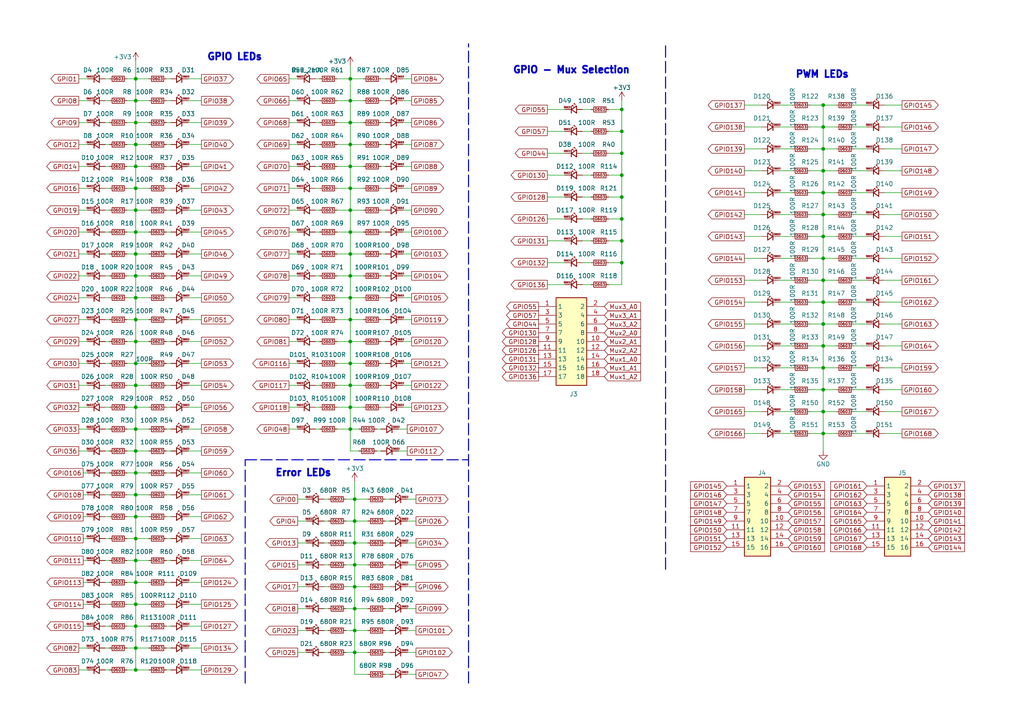
<source format=kicad_sch>
(kicad_sch (version 20230121) (generator eeschema)
  (paper "A4")
  (title_block (title "LCB-CTB-01: Test Board") (date "2024-03-02") (rev "1.0.0") (company "PADERBORN UNIVERSITY DEPARTMENT OF POWER ELECTRONICS AND ELECTRICAL DRIVES"))
  (junction (at 101.6 111.76))
  (junction (at 101.6 86.36))
  (junction (at 101.6 29.21))
  (junction (at 180.34 57.15))
  (junction (at 238.76 81.28))
  (junction (at 101.6 41.91))
  (junction (at 39.37 41.91))
  (junction (at 39.37 124.46))
  (junction (at 180.34 69.85))
  (junction (at 102.87 157.48))
  (junction (at 101.6 48.26))
  (junction (at 39.37 181.61))
  (junction (at 39.37 22.86))
  (junction (at 39.37 60.96))
  (junction (at 101.6 92.71))
  (junction (at 39.37 149.86))
  (junction (at 39.37 168.91))
  (junction (at 180.34 44.45))
  (junction (at 180.34 63.5))
  (junction (at 39.37 29.21))
  (junction (at 101.6 124.46))
  (junction (at 238.76 43.18))
  (junction (at 39.37 111.76))
  (junction (at 39.37 99.06))
  (junction (at 238.76 119.38))
  (junction (at 101.6 35.56))
  (junction (at 101.6 105.41))
  (junction (at 238.76 106.68))
  (junction (at 238.76 30.48))
  (junction (at 39.37 118.11))
  (junction (at 238.76 74.93))
  (junction (at 102.87 151.13))
  (junction (at 101.6 73.66))
  (junction (at 238.76 125.73))
  (junction (at 39.37 156.21))
  (junction (at 238.76 62.23))
  (junction (at 39.37 137.16))
  (junction (at 102.87 163.83))
  (junction (at 39.37 86.36))
  (junction (at 102.87 182.88))
  (junction (at 39.37 143.51))
  (junction (at 39.37 48.26))
  (junction (at 180.34 76.2))
  (junction (at 101.6 60.96))
  (junction (at 101.6 22.86))
  (junction (at 102.87 189.23))
  (junction (at 39.37 105.41))
  (junction (at 238.76 87.63))
  (junction (at 101.6 99.06))
  (junction (at 238.76 113.03))
  (junction (at 180.34 50.8))
  (junction (at 39.37 187.96))
  (junction (at 238.76 49.53))
  (junction (at 101.6 54.61))
  (junction (at 101.6 80.01))
  (junction (at 238.76 93.98))
  (junction (at 101.6 67.31))
  (junction (at 180.34 38.1))
  (junction (at 238.76 55.88))
  (junction (at 39.37 194.31))
  (junction (at 39.37 175.26))
  (junction (at 39.37 92.71))
  (junction (at 238.76 36.83))
  (junction (at 39.37 73.66))
  (junction (at 39.37 67.31))
  (junction (at 39.37 162.56))
  (junction (at 102.87 176.53))
  (junction (at 102.87 170.18))
  (junction (at 180.34 31.75))
  (junction (at 39.37 130.81))
  (junction (at 102.87 144.78))
  (junction (at 39.37 35.56))
  (junction (at 39.37 80.01))
  (junction (at 101.6 118.11))
  (junction (at 39.37 54.61))
  (junction (at 238.76 100.33))
  (junction (at 238.76 68.58))
  (wire (pts (xy 238.76 30.48) (xy 238.76 36.83)))
  (wire (pts (xy 39.37 118.11) (xy 43.18 118.11)))
  (wire (pts (xy 215.9 62.23) (xy 220.98 62.23)))
  (wire (pts (xy 251.46 119.38) (xy 247.65 119.38)))
  (wire (pts (xy 22.86 130.81) (xy 25.4 130.81)))
  (wire (pts (xy 119.38 54.61) (xy 116.84 54.61)))
  (wire (pts (xy 54.61 130.81) (xy 58.42 130.81)))
  (wire (pts (xy 39.37 175.26) (xy 39.37 181.61)))
  (wire (pts (xy 48.26 86.36) (xy 49.53 86.36)))
  (wire (pts (xy 54.61 168.91) (xy 58.42 168.91)))
  (wire (pts (xy 30.48 187.96) (xy 31.75 187.96)))
  (wire (pts (xy 226.06 36.83) (xy 229.87 36.83)))
  (wire (pts (xy 36.83 149.86) (xy 39.37 149.86)))
  (wire (pts (xy 215.9 36.83) (xy 220.98 36.83)))
  (wire (pts (xy 36.83 111.76) (xy 39.37 111.76)))
  (wire (pts (xy 106.68 151.13) (xy 102.87 151.13)))
  (wire (pts (xy 234.95 68.58) (xy 238.76 68.58)))
  (wire (pts (xy 54.61 54.61) (xy 58.42 54.61)))
  (wire (pts (xy 39.37 35.56) (xy 43.18 35.56)))
  (wire (pts (xy 58.42 194.31) (xy 54.61 194.31)))
  (wire (pts (xy 113.03 195.58) (xy 111.76 195.58)))
  (wire (pts (xy 101.6 105.41) (xy 97.79 105.41)))
  (wire (pts (xy 39.37 80.01) (xy 43.18 80.01)))
  (wire (pts (xy 101.6 54.61) (xy 101.6 60.96)))
  (wire (pts (xy 180.34 31.75) (xy 180.34 38.1)))
  (wire (pts (xy 97.79 124.46) (xy 101.6 124.46)))
  (wire (pts (xy 226.06 106.68) (xy 229.87 106.68)))
  (wire (pts (xy 36.83 60.96) (xy 39.37 60.96)))
  (wire (pts (xy 36.83 162.56) (xy 39.37 162.56)))
  (wire (pts (xy 111.76 67.31) (xy 110.49 67.31)))
  (wire (pts (xy 116.84 118.11) (xy 119.38 118.11)))
  (wire (pts (xy 39.37 187.96) (xy 39.37 194.31)))
  (wire (pts (xy 251.46 68.58) (xy 247.65 68.58)))
  (wire (pts (xy 234.95 49.53) (xy 238.76 49.53)))
  (wire (pts (xy 39.37 86.36) (xy 39.37 92.71)))
  (wire (pts (xy 101.6 86.36) (xy 105.41 86.36)))
  (wire (pts (xy 242.57 93.98) (xy 238.76 93.98)))
  (wire (pts (xy 238.76 87.63) (xy 238.76 93.98)))
  (wire (pts (xy 54.61 162.56) (xy 58.42 162.56)))
  (wire (pts (xy 48.26 73.66) (xy 49.53 73.66)))
  (wire (pts (xy 102.87 163.83) (xy 102.87 170.18)))
  (wire (pts (xy 39.37 48.26) (xy 39.37 41.91)))
  (wire (pts (xy 39.37 67.31) (xy 43.18 67.31)))
  (wire (pts (xy 36.83 92.71) (xy 39.37 92.71)))
  (wire (pts (xy 238.76 119.38) (xy 238.76 113.03)))
  (wire (pts (xy 48.26 118.11) (xy 49.53 118.11)))
  (wire (pts (xy 120.65 189.23) (xy 118.11 189.23)))
  (wire (pts (xy 106.68 144.78) (xy 102.87 144.78)))
  (wire (pts (xy 25.4 168.91) (xy 24.13 168.91)))
  (wire (pts (xy 176.53 76.2) (xy 180.34 76.2)))
  (wire (pts (xy 54.61 137.16) (xy 58.42 137.16)))
  (wire (pts (xy 97.79 41.91) (xy 101.6 41.91)))
  (wire (pts (xy 176.53 50.8) (xy 180.34 50.8)))
  (wire (pts (xy 92.71 118.11) (xy 91.44 118.11)))
  (wire (pts (xy 110.49 105.41) (xy 111.76 105.41)))
  (wire (pts (xy 39.37 168.91) (xy 39.37 175.26)))
  (wire (pts (xy 180.34 31.75) (xy 176.53 31.75)))
  (wire (pts (xy 39.37 48.26) (xy 39.37 54.61)))
  (wire (pts (xy 215.9 30.48) (xy 220.98 30.48)))
  (wire (pts (xy 54.61 35.56) (xy 58.42 35.56)))
  (wire (pts (xy 25.4 175.26) (xy 24.13 175.26)))
  (wire (pts (xy 31.75 181.61) (xy 30.48 181.61)))
  (wire (pts (xy 39.37 111.76) (xy 39.37 118.11)))
  (wire (pts (xy 215.9 74.93) (xy 220.98 74.93)))
  (wire (pts (xy 120.65 151.13) (xy 118.11 151.13)))
  (wire (pts (xy 215.9 113.03) (xy 220.98 113.03)))
  (wire (pts (xy 238.76 55.88) (xy 238.76 62.23)))
  (wire (pts (xy 22.86 187.96) (xy 25.4 187.96)))
  (wire (pts (xy 226.06 49.53) (xy 229.87 49.53)))
  (wire (pts (xy 49.53 181.61) (xy 48.26 181.61)))
  (wire (pts (xy 30.48 130.81) (xy 31.75 130.81)))
  (wire (pts (xy 234.95 119.38) (xy 238.76 119.38)))
  (wire (pts (xy 91.44 86.36) (xy 92.71 86.36)))
  (wire (pts (xy 111.76 41.91) (xy 110.49 41.91)))
  (wire (pts (xy 39.37 105.41) (xy 39.37 111.76)))
  (wire (pts (xy 36.83 124.46) (xy 39.37 124.46)))
  (wire (pts (xy 48.26 41.91) (xy 49.53 41.91)))
  (wire (pts (xy 226.06 113.03) (xy 229.87 113.03)))
  (wire (pts (xy 261.62 49.53) (xy 256.54 49.53)))
  (wire (pts (xy 238.76 43.18) (xy 238.76 49.53)))
  (wire (pts (xy 261.62 81.28) (xy 256.54 81.28)))
  (wire (pts (xy 54.61 41.91) (xy 58.42 41.91)))
  (wire (pts (xy 30.48 86.36) (xy 31.75 86.36)))
  (wire (pts (xy 39.37 194.31) (xy 43.18 194.31)))
  (wire (pts (xy 48.26 137.16) (xy 49.53 137.16)))
  (wire (pts (xy 226.06 93.98) (xy 229.87 93.98)))
  (wire (pts (xy 22.86 80.01) (xy 25.4 80.01)))
  (wire (pts (xy 102.87 189.23) (xy 102.87 195.58)))
  (wire (pts (xy 31.75 168.91) (xy 30.48 168.91)))
  (wire (pts (xy 102.87 151.13) (xy 102.87 157.48)))
  (wire (pts (xy 238.76 119.38) (xy 238.76 125.73)))
  (wire (pts (xy 93.98 176.53) (xy 95.25 176.53)))
  (polyline (pts (xy 71.12 133.35) (xy 135.89 133.35)) (stroke (width 0.3) (type dash)))
  (wire (pts (xy 39.37 54.61) (xy 43.18 54.61)))
  (wire (pts (xy 48.26 48.26) (xy 49.53 48.26)))
  (wire (pts (xy 102.87 163.83) (xy 100.33 163.83)))
  (wire (pts (xy 93.98 144.78) (xy 95.25 144.78)))
  (wire (pts (xy 105.41 41.91) (xy 101.6 41.91)))
  (wire (pts (xy 111.76 60.96) (xy 110.49 60.96)))
  (wire (pts (xy 83.82 60.96) (xy 86.36 60.96)))
  (polyline (pts (xy 135.89 198.12) (xy 135.89 12.7)) (stroke (width 0.3) (type dash)))
  (wire (pts (xy 115.57 124.46) (xy 118.11 124.46)))
  (wire (pts (xy 39.37 156.21) (xy 43.18 156.21)))
  (wire (pts (xy 101.6 99.06) (xy 105.41 99.06)))
  (wire (pts (xy 30.48 118.11) (xy 31.75 118.11)))
  (wire (pts (xy 261.62 68.58) (xy 256.54 68.58)))
  (wire (pts (xy 39.37 22.86) (xy 43.18 22.86)))
  (wire (pts (xy 48.26 111.76) (xy 49.53 111.76)))
  (wire (pts (xy 176.53 69.85) (xy 180.34 69.85)))
  (wire (pts (xy 111.76 22.86) (xy 110.49 22.86)))
  (wire (pts (xy 97.79 29.21) (xy 101.6 29.21)))
  (wire (pts (xy 25.4 149.86) (xy 24.13 149.86)))
  (wire (pts (xy 238.76 62.23) (xy 238.76 68.58)))
  (wire (pts (xy 39.37 175.26) (xy 43.18 175.26)))
  (wire (pts (xy 101.6 99.06) (xy 101.6 105.41)))
  (wire (pts (xy 48.26 99.06) (xy 49.53 99.06)))
  (wire (pts (xy 261.62 30.48) (xy 256.54 30.48)))
  (wire (pts (xy 25.4 143.51) (xy 24.13 143.51)))
  (wire (pts (xy 93.98 163.83) (xy 95.25 163.83)))
  (wire (pts (xy 158.75 76.2) (xy 163.83 76.2)))
  (wire (pts (xy 54.61 29.21) (xy 58.42 29.21)))
  (wire (pts (xy 180.34 57.15) (xy 180.34 63.5)))
  (wire (pts (xy 48.26 175.26) (xy 49.53 175.26)))
  (wire (pts (xy 168.91 57.15) (xy 171.45 57.15)))
  (wire (pts (xy 110.49 118.11) (xy 111.76 118.11)))
  (wire (pts (xy 22.86 22.86) (xy 25.4 22.86)))
  (wire (pts (xy 115.57 130.81) (xy 118.11 130.81)))
  (wire (pts (xy 106.68 195.58) (xy 102.87 195.58)))
  (wire (pts (xy 215.9 125.73) (xy 220.98 125.73)))
  (wire (pts (xy 22.86 124.46) (xy 25.4 124.46)))
  (wire (pts (xy 39.37 168.91) (xy 43.18 168.91)))
  (wire (pts (xy 120.65 170.18) (xy 118.11 170.18)))
  (wire (pts (xy 97.79 99.06) (xy 101.6 99.06)))
  (wire (pts (xy 261.62 113.03) (xy 256.54 113.03)))
  (wire (pts (xy 102.87 189.23) (xy 100.33 189.23)))
  (wire (pts (xy 238.76 49.53) (xy 238.76 55.88)))
  (wire (pts (xy 110.49 86.36) (xy 111.76 86.36)))
  (wire (pts (xy 54.61 118.11) (xy 58.42 118.11)))
  (wire (pts (xy 101.6 92.71) (xy 105.41 92.71)))
  (wire (pts (xy 36.83 168.91) (xy 39.37 168.91)))
  (wire (pts (xy 30.48 124.46) (xy 31.75 124.46)))
  (wire (pts (xy 242.57 106.68) (xy 238.76 106.68)))
  (wire (pts (xy 86.36 118.11) (xy 83.82 118.11)))
  (wire (pts (xy 31.75 137.16) (xy 30.48 137.16)))
  (wire (pts (xy 25.4 181.61) (xy 24.13 181.61)))
  (wire (pts (xy 39.37 86.36) (xy 43.18 86.36)))
  (wire (pts (xy 261.62 74.93) (xy 256.54 74.93)))
  (wire (pts (xy 83.82 67.31) (xy 86.36 67.31)))
  (wire (pts (xy 101.6 48.26) (xy 101.6 54.61)))
  (wire (pts (xy 119.38 29.21) (xy 116.84 29.21)))
  (wire (pts (xy 101.6 35.56) (xy 101.6 41.91)))
  (wire (pts (xy 97.79 80.01) (xy 101.6 80.01)))
  (wire (pts (xy 102.87 157.48) (xy 102.87 163.83)))
  (wire (pts (xy 86.36 144.78) (xy 88.9 144.78)))
  (wire (pts (xy 39.37 187.96) (xy 39.37 181.61)))
  (wire (pts (xy 36.83 99.06) (xy 39.37 99.06)))
  (wire (pts (xy 251.46 106.68) (xy 247.65 106.68)))
  (wire (pts (xy 39.37 143.51) (xy 39.37 149.86)))
  (wire (pts (xy 215.9 119.38) (xy 220.98 119.38)))
  (wire (pts (xy 54.61 143.51) (xy 58.42 143.51)))
  (wire (pts (xy 226.06 119.38) (xy 229.87 119.38)))
  (wire (pts (xy 30.48 92.71) (xy 31.75 92.71)))
  (wire (pts (xy 158.75 50.8) (xy 163.83 50.8)))
  (wire (pts (xy 39.37 35.56) (xy 39.37 41.91)))
  (wire (pts (xy 30.48 41.91) (xy 31.75 41.91)))
  (wire (pts (xy 234.95 125.73) (xy 238.76 125.73)))
  (wire (pts (xy 54.61 73.66) (xy 58.42 73.66)))
  (wire (pts (xy 111.76 48.26) (xy 110.49 48.26)))
  (wire (pts (xy 102.87 182.88) (xy 100.33 182.88)))
  (wire (pts (xy 39.37 111.76) (xy 43.18 111.76)))
  (wire (pts (xy 36.83 143.51) (xy 39.37 143.51)))
  (wire (pts (xy 168.91 69.85) (xy 171.45 69.85)))
  (wire (pts (xy 54.61 80.01) (xy 58.42 80.01)))
  (wire (pts (xy 39.37 137.16) (xy 39.37 143.51)))
  (wire (pts (xy 93.98 189.23) (xy 95.25 189.23)))
  (wire (pts (xy 39.37 60.96) (xy 43.18 60.96)))
  (wire (pts (xy 22.86 118.11) (xy 25.4 118.11)))
  (wire (pts (xy 111.76 54.61) (xy 110.49 54.61)))
  (wire (pts (xy 226.06 87.63) (xy 229.87 87.63)))
  (wire (pts (xy 22.86 35.56) (xy 25.4 35.56)))
  (wire (pts (xy 102.87 182.88) (xy 102.87 189.23)))
  (wire (pts (xy 39.37 162.56) (xy 43.18 162.56)))
  (wire (pts (xy 106.68 157.48) (xy 102.87 157.48)))
  (wire (pts (xy 109.22 130.81) (xy 110.49 130.81)))
  (wire (pts (xy 83.82 48.26) (xy 86.36 48.26)))
  (wire (pts (xy 22.86 48.26) (xy 25.4 48.26)))
  (wire (pts (xy 180.34 44.45) (xy 180.34 50.8)))
  (wire (pts (xy 261.62 43.18) (xy 256.54 43.18)))
  (wire (pts (xy 102.87 170.18) (xy 102.87 176.53)))
  (wire (pts (xy 54.61 149.86) (xy 58.42 149.86)))
  (wire (pts (xy 91.44 92.71) (xy 92.71 92.71)))
  (wire (pts (xy 226.06 81.28) (xy 229.87 81.28)))
  (wire (pts (xy 39.37 17.78) (xy 39.37 22.86)))
  (wire (pts (xy 48.26 156.21) (xy 49.53 156.21)))
  (wire (pts (xy 31.75 149.86) (xy 30.48 149.86)))
  (wire (pts (xy 36.83 22.86) (xy 39.37 22.86)))
  (wire (pts (xy 102.87 176.53) (xy 100.33 176.53)))
  (wire (pts (xy 102.87 144.78) (xy 100.33 144.78)))
  (wire (pts (xy 168.91 76.2) (xy 171.45 76.2)))
  (polyline (pts (xy 71.12 198.12) (xy 71.12 133.35)) (stroke (width 0.3) (type dash)))
  (wire (pts (xy 97.79 48.26) (xy 101.6 48.26)))
  (wire (pts (xy 101.6 118.11) (xy 97.79 118.11)))
  (wire (pts (xy 93.98 157.48) (xy 95.25 157.48)))
  (wire (pts (xy 105.41 67.31) (xy 101.6 67.31)))
  (wire (pts (xy 22.86 92.71) (xy 25.4 92.71)))
  (wire (pts (xy 39.37 48.26) (xy 43.18 48.26)))
  (wire (pts (xy 251.46 125.73) (xy 247.65 125.73)))
  (wire (pts (xy 30.48 80.01) (xy 31.75 80.01)))
  (wire (pts (xy 102.87 139.7) (xy 102.87 144.78)))
  (wire (pts (xy 101.6 111.76) (xy 105.41 111.76)))
  (wire (pts (xy 261.62 100.33) (xy 256.54 100.33)))
  (wire (pts (xy 101.6 130.81) (xy 101.6 124.46)))
  (wire (pts (xy 97.79 22.86) (xy 101.6 22.86)))
  (wire (pts (xy 54.61 60.96) (xy 58.42 60.96)))
  (wire (pts (xy 101.6 19.05) (xy 101.6 22.86)))
  (wire (pts (xy 242.57 100.33) (xy 238.76 100.33)))
  (wire (pts (xy 30.48 22.86) (xy 31.75 22.86)))
  (wire (pts (xy 119.38 60.96) (xy 116.84 60.96)))
  (wire (pts (xy 119.38 35.56) (xy 116.84 35.56)))
  (wire (pts (xy 242.57 87.63) (xy 238.76 87.63)))
  (wire (pts (xy 242.57 119.38) (xy 238.76 119.38)))
  (wire (pts (xy 251.46 55.88) (xy 247.65 55.88)))
  (wire (pts (xy 238.76 106.68) (xy 238.76 113.03)))
  (wire (pts (xy 36.83 86.36) (xy 39.37 86.36)))
  (wire (pts (xy 39.37 80.01) (xy 39.37 86.36)))
  (wire (pts (xy 48.26 22.86) (xy 49.53 22.86)))
  (wire (pts (xy 238.76 68.58) (xy 238.76 74.93)))
  (wire (pts (xy 49.53 187.96) (xy 48.26 187.96)))
  (wire (pts (xy 97.79 73.66) (xy 101.6 73.66)))
  (wire (pts (xy 36.83 187.96) (xy 39.37 187.96)))
  (wire (pts (xy 39.37 162.56) (xy 39.37 168.91)))
  (wire (pts (xy 101.6 67.31) (xy 101.6 73.66)))
  (wire (pts (xy 39.37 60.96) (xy 39.37 54.61)))
  (wire (pts (xy 110.49 92.71) (xy 111.76 92.71)))
  (wire (pts (xy 234.95 93.98) (xy 238.76 93.98)))
  (wire (pts (xy 39.37 67.31) (xy 39.37 73.66)))
  (wire (pts (xy 104.14 130.81) (xy 101.6 130.81)))
  (wire (pts (xy 93.98 182.88) (xy 95.25 182.88)))
  (wire (pts (xy 36.83 118.11) (xy 39.37 118.11)))
  (wire (pts (xy 116.84 105.41) (xy 119.38 105.41)))
  (wire (pts (xy 92.71 105.41) (xy 91.44 105.41)))
  (wire (pts (xy 36.83 105.41) (xy 39.37 105.41)))
  (wire (pts (xy 30.48 48.26) (xy 31.75 48.26)))
  (wire (pts (xy 39.37 187.96) (xy 43.18 187.96)))
  (wire (pts (xy 101.6 29.21) (xy 101.6 35.56)))
  (wire (pts (xy 22.86 111.76) (xy 25.4 111.76)))
  (wire (pts (xy 48.26 149.86) (xy 49.53 149.86)))
  (wire (pts (xy 97.79 54.61) (xy 101.6 54.61)))
  (wire (pts (xy 261.62 36.83) (xy 256.54 36.83)))
  (wire (pts (xy 39.37 92.71) (xy 43.18 92.71)))
  (wire (pts (xy 215.9 43.18) (xy 220.98 43.18)))
  (wire (pts (xy 251.46 62.23) (xy 247.65 62.23)))
  (wire (pts (xy 30.48 29.21) (xy 31.75 29.21)))
  (wire (pts (xy 158.75 69.85) (xy 163.83 69.85)))
  (wire (pts (xy 119.38 41.91) (xy 116.84 41.91)))
  (wire (pts (xy 113.03 170.18) (xy 111.76 170.18)))
  (wire (pts (xy 86.36 105.41) (xy 83.82 105.41)))
  (wire (pts (xy 25.4 162.56) (xy 24.13 162.56)))
  (wire (pts (xy 54.61 99.06) (xy 58.42 99.06)))
  (wire (pts (xy 39.37 73.66) (xy 39.37 80.01)))
  (wire (pts (xy 106.68 176.53) (xy 102.87 176.53)))
  (wire (pts (xy 83.82 54.61) (xy 86.36 54.61)))
  (wire (pts (xy 30.48 99.06) (xy 31.75 99.06)))
  (wire (pts (xy 234.95 87.63) (xy 238.76 87.63)))
  (wire (pts (xy 39.37 124.46) (xy 39.37 130.81)))
  (wire (pts (xy 31.75 175.26) (xy 30.48 175.26)))
  (wire (pts (xy 39.37 99.06) (xy 43.18 99.06)))
  (wire (pts (xy 176.53 44.45) (xy 180.34 44.45)))
  (wire (pts (xy 242.57 36.83) (xy 238.76 36.83)))
  (wire (pts (xy 91.44 54.61) (xy 92.71 54.61)))
  (wire (pts (xy 116.84 111.76) (xy 119.38 111.76)))
  (wire (pts (xy 238.76 106.68) (xy 238.76 100.33)))
  (wire (pts (xy 176.53 57.15) (xy 180.34 57.15)))
  (wire (pts (xy 101.6 80.01) (xy 101.6 86.36)))
  (wire (pts (xy 180.34 50.8) (xy 180.34 57.15)))
  (wire (pts (xy 104.14 124.46) (xy 101.6 124.46)))
  (wire (pts (xy 39.37 105.41) (xy 43.18 105.41)))
  (wire (pts (xy 226.06 30.48) (xy 229.87 30.48)))
  (wire (pts (xy 242.57 74.93) (xy 238.76 74.93)))
  (wire (pts (xy 22.86 54.61) (xy 25.4 54.61)))
  (wire (pts (xy 93.98 151.13) (xy 95.25 151.13)))
  (wire (pts (xy 36.83 175.26) (xy 39.37 175.26)))
  (wire (pts (xy 226.06 100.33) (xy 229.87 100.33)))
  (wire (pts (xy 238.76 130.81) (xy 238.76 125.73)))
  (wire (pts (xy 31.75 156.21) (xy 30.48 156.21)))
  (wire (pts (xy 234.95 30.48) (xy 238.76 30.48)))
  (wire (pts (xy 39.37 99.06) (xy 39.37 105.41)))
  (wire (pts (xy 106.68 170.18) (xy 102.87 170.18)))
  (wire (pts (xy 105.41 22.86) (xy 101.6 22.86)))
  (wire (pts (xy 101.6 111.76) (xy 97.79 111.76)))
  (wire (pts (xy 215.9 100.33) (xy 220.98 100.33)))
  (wire (pts (xy 176.53 38.1) (xy 180.34 38.1)))
  (wire (pts (xy 39.37 29.21) (xy 43.18 29.21)))
  (wire (pts (xy 120.65 176.53) (xy 118.11 176.53)))
  (wire (pts (xy 120.65 157.48) (xy 118.11 157.48)))
  (wire (pts (xy 226.06 55.88) (xy 229.87 55.88)))
  (wire (pts (xy 215.9 49.53) (xy 220.98 49.53)))
  (wire (pts (xy 119.38 48.26) (xy 116.84 48.26)))
  (wire (pts (xy 36.83 181.61) (xy 39.37 181.61)))
  (wire (pts (xy 48.26 130.81) (xy 49.53 130.81)))
  (wire (pts (xy 120.65 182.88) (xy 118.11 182.88)))
  (wire (pts (xy 86.36 170.18) (xy 88.9 170.18)))
  (wire (pts (xy 113.03 182.88) (xy 111.76 182.88)))
  (wire (pts (xy 22.86 105.41) (xy 25.4 105.41)))
  (wire (pts (xy 109.22 124.46) (xy 110.49 124.46)))
  (wire (pts (xy 48.26 143.51) (xy 49.53 143.51)))
  (wire (pts (xy 215.9 68.58) (xy 220.98 68.58)))
  (wire (pts (xy 234.95 100.33) (xy 238.76 100.33)))
  (wire (pts (xy 101.6 92.71) (xy 101.6 99.06)))
  (wire (pts (xy 158.75 57.15) (xy 163.83 57.15)))
  (wire (pts (xy 110.49 80.01) (xy 111.76 80.01)))
  (wire (pts (xy 119.38 67.31) (xy 116.84 67.31)))
  (wire (pts (xy 97.79 60.96) (xy 101.6 60.96)))
  (wire (pts (xy 111.76 35.56) (xy 110.49 35.56)))
  (wire (pts (xy 91.44 124.46) (xy 92.71 124.46)))
  (wire (pts (xy 39.37 73.66) (xy 43.18 73.66)))
  (wire (pts (xy 54.61 105.41) (xy 58.42 105.41)))
  (wire (pts (xy 251.46 93.98) (xy 247.65 93.98)))
  (wire (pts (xy 106.68 182.88) (xy 102.87 182.88)))
  (wire (pts (xy 110.49 99.06) (xy 111.76 99.06)))
  (wire (pts (xy 39.37 29.21) (xy 39.37 35.56)))
  (wire (pts (xy 101.6 124.46) (xy 101.6 118.11)))
  (wire (pts (xy 36.83 156.21) (xy 39.37 156.21)))
  (wire (pts (xy 86.36 176.53) (xy 88.9 176.53)))
  (wire (pts (xy 97.79 67.31) (xy 101.6 67.31)))
  (wire (pts (xy 110.49 111.76) (xy 111.76 111.76)))
  (wire (pts (xy 105.41 60.96) (xy 101.6 60.96)))
  (wire (pts (xy 92.71 111.76) (xy 91.44 111.76)))
  (wire (pts (xy 36.83 137.16) (xy 39.37 137.16)))
  (wire (pts (xy 261.62 125.73) (xy 256.54 125.73)))
  (wire (pts (xy 226.06 74.93) (xy 229.87 74.93)))
  (wire (pts (xy 234.95 36.83) (xy 238.76 36.83)))
  (wire (pts (xy 30.48 105.41) (xy 31.75 105.41)))
  (wire (pts (xy 116.84 80.01) (xy 119.38 80.01)))
  (wire (pts (xy 101.6 73.66) (xy 105.41 73.66)))
  (wire (pts (xy 102.87 151.13) (xy 100.33 151.13)))
  (wire (pts (xy 234.95 106.68) (xy 238.76 106.68)))
  (wire (pts (xy 180.34 29.21) (xy 180.34 31.75)))
  (wire (pts (xy 113.03 157.48) (xy 111.76 157.48)))
  (wire (pts (xy 91.44 73.66) (xy 92.71 73.66)))
  (wire (pts (xy 176.53 63.5) (xy 180.34 63.5)))
  (wire (pts (xy 158.75 82.55) (xy 163.83 82.55)))
  (wire (pts (xy 171.45 31.75) (xy 168.91 31.75)))
  (wire (pts (xy 251.46 36.83) (xy 247.65 36.83)))
  (wire (pts (xy 158.75 31.75) (xy 163.83 31.75)))
  (wire (pts (xy 180.34 38.1) (xy 180.34 44.45)))
  (wire (pts (xy 251.46 30.48) (xy 247.65 30.48)))
  (wire (pts (xy 39.37 143.51) (xy 43.18 143.51)))
  (wire (pts (xy 39.37 181.61) (xy 43.18 181.61)))
  (wire (pts (xy 97.79 86.36) (xy 101.6 86.36)))
  (wire (pts (xy 39.37 124.46) (xy 43.18 124.46)))
  (wire (pts (xy 86.36 111.76) (xy 83.82 111.76)))
  (wire (pts (xy 36.83 41.91) (xy 39.37 41.91)))
  (wire (pts (xy 30.48 54.61) (xy 31.75 54.61)))
  (wire (pts (xy 215.9 81.28) (xy 220.98 81.28)))
  (wire (pts (xy 39.37 137.16) (xy 43.18 137.16)))
  (wire (pts (xy 30.48 60.96) (xy 31.75 60.96)))
  (wire (pts (xy 261.62 55.88) (xy 256.54 55.88)))
  (wire (pts (xy 25.4 156.21) (xy 24.13 156.21)))
  (wire (pts (xy 101.6 86.36) (xy 101.6 92.71)))
  (wire (pts (xy 120.65 163.83) (xy 118.11 163.83)))
  (wire (pts (xy 116.84 99.06) (xy 119.38 99.06)))
  (wire (pts (xy 83.82 80.01) (xy 86.36 80.01)))
  (wire (pts (xy 39.37 60.96) (xy 39.37 67.31)))
  (wire (pts (xy 242.57 49.53) (xy 238.76 49.53)))
  (wire (pts (xy 39.37 92.71) (xy 39.37 99.06)))
  (wire (pts (xy 105.41 48.26) (xy 101.6 48.26)))
  (wire (pts (xy 238.76 36.83) (xy 238.76 43.18)))
  (wire (pts (xy 261.62 106.68) (xy 256.54 106.68)))
  (wire (pts (xy 101.6 105.41) (xy 105.41 105.41)))
  (wire (pts (xy 48.26 168.91) (xy 49.53 168.91)))
  (wire (pts (xy 31.75 162.56) (xy 30.48 162.56)))
  (wire (pts (xy 261.62 62.23) (xy 256.54 62.23)))
  (wire (pts (xy 113.03 151.13) (xy 111.76 151.13)))
  (wire (pts (xy 242.57 113.03) (xy 238.76 113.03)))
  (wire (pts (xy 105.41 35.56) (xy 101.6 35.56)))
  (wire (pts (xy 36.83 194.31) (xy 39.37 194.31)))
  (wire (pts (xy 113.03 176.53) (xy 111.76 176.53)))
  (wire (pts (xy 168.91 63.5) (xy 171.45 63.5)))
  (wire (pts (xy 36.83 67.31) (xy 39.37 67.31)))
  (wire (pts (xy 91.44 41.91) (xy 92.71 41.91)))
  (wire (pts (xy 242.57 62.23) (xy 238.76 62.23)))
  (wire (pts (xy 48.26 124.46) (xy 49.53 124.46)))
  (wire (pts (xy 30.48 111.76) (xy 31.75 111.76)))
  (wire (pts (xy 25.4 137.16) (xy 24.13 137.16)))
  (wire (pts (xy 101.6 80.01) (xy 105.41 80.01)))
  (wire (pts (xy 83.82 29.21) (xy 86.36 29.21)))
  (wire (pts (xy 251.46 49.53) (xy 247.65 49.53)))
  (wire (pts (xy 261.62 119.38) (xy 256.54 119.38)))
  (wire (pts (xy 54.61 86.36) (xy 58.42 86.36)))
  (wire (pts (xy 83.82 41.91) (xy 86.36 41.91)))
  (wire (pts (xy 91.44 22.86) (xy 92.71 22.86)))
  (wire (pts (xy 58.42 181.61) (xy 54.61 181.61)))
  (wire (pts (xy 36.83 48.26) (xy 39.37 48.26)))
  (wire (pts (xy 234.95 74.93) (xy 238.76 74.93)))
  (wire (pts (xy 215.9 106.68) (xy 220.98 106.68)))
  (wire (pts (xy 22.86 67.31) (xy 25.4 67.31)))
  (wire (pts (xy 91.44 80.01) (xy 92.71 80.01)))
  (wire (pts (xy 113.03 163.83) (xy 111.76 163.83)))
  (wire (pts (xy 215.9 55.88) (xy 220.98 55.88)))
  (wire (pts (xy 54.61 156.21) (xy 58.42 156.21)))
  (wire (pts (xy 242.57 30.48) (xy 238.76 30.48)))
  (wire (pts (xy 86.36 151.13) (xy 88.9 151.13)))
  (wire (pts (xy 180.34 63.5) (xy 180.34 69.85)))
  (wire (pts (xy 36.83 29.21) (xy 39.37 29.21)))
  (wire (pts (xy 168.91 82.55) (xy 171.45 82.55)))
  (wire (pts (xy 91.44 99.06) (xy 92.71 99.06)))
  (wire (pts (xy 101.6 105.41) (xy 101.6 111.76)))
  (wire (pts (xy 36.83 35.56) (xy 39.37 35.56)))
  (wire (pts (xy 101.6 111.76) (xy 101.6 118.11)))
  (wire (pts (xy 48.26 92.71) (xy 49.53 92.71)))
  (wire (pts (xy 91.44 48.26) (xy 92.71 48.26)))
  (wire (pts (xy 238.76 74.93) (xy 238.76 81.28)))
  (wire (pts (xy 242.57 43.18) (xy 238.76 43.18)))
  (wire (pts (xy 102.87 170.18) (xy 100.33 170.18)))
  (wire (pts (xy 39.37 149.86) (xy 43.18 149.86)))
  (wire (pts (xy 116.84 86.36) (xy 119.38 86.36)))
  (wire (pts (xy 54.61 175.26) (xy 58.42 175.26)))
  (wire (pts (xy 39.37 41.91) (xy 43.18 41.91)))
  (wire (pts (xy 158.75 44.45) (xy 163.83 44.45)))
  (wire (pts (xy 86.36 157.48) (xy 88.9 157.48)))
  (wire (pts (xy 48.26 67.31) (xy 49.53 67.31)))
  (wire (pts (xy 120.65 144.78) (xy 118.11 144.78)))
  (wire (pts (xy 105.41 54.61) (xy 101.6 54.61)))
  (wire (pts (xy 22.86 41.91) (xy 25.4 41.91)))
  (wire (pts (xy 36.83 54.61) (xy 39.37 54.61)))
  (wire (pts (xy 234.95 62.23) (xy 238.76 62.23)))
  (wire (pts (xy 93.98 170.18) (xy 95.25 170.18)))
  (wire (pts (xy 30.48 194.31) (xy 31.75 194.31)))
  (wire (pts (xy 36.83 130.81) (xy 39.37 130.81)))
  (wire (pts (xy 101.6 60.96) (xy 101.6 67.31)))
  (wire (pts (xy 54.61 67.31) (xy 58.42 67.31)))
  (wire (pts (xy 261.62 93.98) (xy 256.54 93.98)))
  (wire (pts (xy 251.46 74.93) (xy 247.65 74.93)))
  (wire (pts (xy 105.41 29.21) (xy 101.6 29.21)))
  (wire (pts (xy 242.57 125.73) (xy 238.76 125.73)))
  (wire (pts (xy 251.46 100.33) (xy 247.65 100.33)))
  (wire (pts (xy 180.34 76.2) (xy 180.34 82.55)))
  (wire (pts (xy 116.84 92.71) (xy 119.38 92.71)))
  (wire (pts (xy 91.44 67.31) (xy 92.71 67.31)))
  (wire (pts (xy 22.86 194.31) (xy 25.4 194.31)))
  (wire (pts (xy 234.95 81.28) (xy 238.76 81.28)))
  (wire (pts (xy 39.37 156.21) (xy 39.37 162.56)))
  (wire (pts (xy 101.6 22.86) (xy 101.6 29.21)))
  (wire (pts (xy 242.57 55.88) (xy 238.76 55.88)))
  (wire (pts (xy 54.61 22.86) (xy 58.42 22.86)))
  (wire (pts (xy 30.48 35.56) (xy 31.75 35.56)))
  (wire (pts (xy 58.42 187.96) (xy 54.61 187.96)))
  (wire (pts (xy 39.37 118.11) (xy 39.37 124.46)))
  (wire (pts (xy 22.86 60.96) (xy 25.4 60.96)))
  (wire (pts (xy 234.95 55.88) (xy 238.76 55.88)))
  (wire (pts (xy 158.75 63.5) (xy 163.83 63.5)))
  (wire (pts (xy 215.9 87.63) (xy 220.98 87.63)))
  (wire (pts (xy 83.82 22.86) (xy 86.36 22.86)))
  (wire (pts (xy 22.86 86.36) (xy 25.4 86.36)))
  (wire (pts (xy 48.26 35.56) (xy 49.53 35.56)))
  (wire (pts (xy 215.9 93.98) (xy 220.98 93.98)))
  (wire (pts (xy 48.26 80.01) (xy 49.53 80.01)))
  (wire (pts (xy 22.86 99.06) (xy 25.4 99.06)))
  (wire (pts (xy 102.87 157.48) (xy 100.33 157.48)))
  (wire (pts (xy 39.37 22.86) (xy 39.37 29.21)))
  (wire (pts (xy 234.95 43.18) (xy 238.76 43.18)))
  (wire (pts (xy 251.46 113.03) (xy 247.65 113.03)))
  (wire (pts (xy 39.37 130.81) (xy 43.18 130.81)))
  (wire (pts (xy 36.83 80.01) (xy 39.37 80.01)))
  (wire (pts (xy 48.26 29.21) (xy 49.53 29.21)))
  (wire (pts (xy 54.61 92.71) (xy 58.42 92.71)))
  (wire (pts (xy 91.44 35.56) (xy 92.71 35.56)))
  (wire (pts (xy 251.46 43.18) (xy 247.65 43.18)))
  (wire (pts (xy 97.79 92.71) (xy 101.6 92.71)))
  (wire (pts (xy 97.79 35.56) (xy 101.6 35.56)))
  (wire (pts (xy 106.68 189.23) (xy 102.87 189.23)))
  (wire (pts (xy 226.06 125.73) (xy 229.87 125.73)))
  (wire (pts (xy 120.65 195.58) (xy 118.11 195.58)))
  (wire (pts (xy 30.48 67.31) (xy 31.75 67.31)))
  (wire (pts (xy 251.46 87.63) (xy 247.65 87.63)))
  (wire (pts (xy 226.06 68.58) (xy 229.87 68.58)))
  (wire (pts (xy 48.26 54.61) (xy 49.53 54.61)))
  (wire (pts (xy 39.37 130.81) (xy 39.37 137.16)))
  (wire (pts (xy 22.86 29.21) (xy 25.4 29.21)))
  (wire (pts (xy 49.53 194.31) (xy 48.26 194.31)))
  (wire (pts (xy 110.49 73.66) (xy 111.76 73.66)))
  (wire (pts (xy 83.82 99.06) (xy 86.36 99.06)))
  (wire (pts (xy 36.83 73.66) (xy 39.37 73.66)))
  (wire (pts (xy 86.36 182.88) (xy 88.9 182.88)))
  (wire (pts (xy 226.06 43.18) (xy 229.87 43.18)))
  (wire (pts (xy 261.62 87.63) (xy 256.54 87.63)))
  (polyline (pts (xy 193.04 165.1) (xy 193.04 12.7)) (stroke (width 0.3) (type dash)))
  (wire (pts (xy 180.34 69.85) (xy 180.34 76.2)))
  (wire (pts (xy 83.82 86.36) (xy 86.36 86.36)))
  (wire (pts (xy 119.38 22.86) (xy 116.84 22.86)))
  (wire (pts (xy 83.82 92.71) (xy 86.36 92.71)))
  (wire (pts (xy 48.26 60.96) (xy 49.53 60.96)))
  (wire (pts (xy 86.36 163.83) (xy 88.9 163.83)))
  (wire (pts (xy 102.87 176.53) (xy 102.87 182.88)))
  (wire (pts (xy 242.57 68.58) (xy 238.76 68.58)))
  (wire (pts (xy 234.95 113.03) (xy 238.76 113.03)))
  (wire (pts (xy 116.84 73.66) (xy 119.38 73.66)))
  (wire (pts (xy 102.87 144.78) (xy 102.87 151.13)))
  (wire (pts (xy 226.06 62.23) (xy 229.87 62.23)))
  (wire (pts (xy 31.75 143.51) (xy 30.48 143.51)))
  (wire (pts (xy 86.36 189.23) (xy 88.9 189.23)))
  (wire (pts (xy 238.76 93.98) (xy 238.76 100.33)))
  (wire (pts (xy 54.61 48.26) (xy 58.42 48.26)))
  (wire (pts (xy 176.53 82.55) (xy 180.34 82.55)))
  (wire (pts (xy 238.76 81.28) (xy 238.76 87.63)))
  (wire (pts (xy 30.48 73.66) (xy 31.75 73.66)))
  (wire (pts (xy 111.76 29.21) (xy 110.49 29.21)))
  (wire (pts (xy 101.6 118.11) (xy 105.41 118.11)))
  (wire (pts (xy 158.75 38.1) (xy 163.83 38.1)))
  (wire (pts (xy 48.26 162.56) (xy 49.53 162.56)))
  (wire (pts (xy 91.44 60.96) (xy 92.71 60.96)))
  (wire (pts (xy 113.03 144.78) (xy 111.76 144.78)))
  (wire (pts (xy 101.6 41.91) (xy 101.6 48.26)))
  (wire (pts (xy 48.26 105.41) (xy 49.53 105.41)))
  (wire (pts (xy 251.46 81.28) (xy 247.65 81.28)))
  (wire (pts (xy 168.91 50.8) (xy 171.45 50.8)))
  (wire (pts (xy 106.68 163.83) (xy 102.87 163.83)))
  (wire (pts (xy 83.82 35.56) (xy 86.36 35.56)))
  (wire (pts (xy 22.86 73.66) (xy 25.4 73.66)))
  (wire (pts (xy 54.61 111.76) (xy 58.42 111.76)))
  (wire (pts (xy 171.45 44.45) (xy 168.91 44.45)))
  (wire (pts (xy 242.57 81.28) (xy 238.76 81.28)))
  (wire (pts (xy 54.61 124.46) (xy 58.42 124.46)))
  (wire (pts (xy 83.82 124.46) (xy 86.36 124.46)))
  (wire (pts (xy 39.37 149.86) (xy 39.37 156.21)))
  (wire (pts (xy 91.44 29.21) (xy 92.71 29.21)))
  (wire (pts (xy 171.45 38.1) (xy 168.91 38.1)))
  (wire (pts (xy 101.6 73.66) (xy 101.6 80.01)))
  (wire (pts (xy 83.82 73.66) (xy 86.36 73.66)))
  (wire (pts (xy 113.03 189.23) (xy 111.76 189.23)))
  (text "PWM LEDs" (at 246.38 22.86 0) (effects (font (size 2 2) (thickness 1) bold) (justify right bottom)))
  (text "GPIO - Mux Selection" (at 182.88 21.59 0) (effects (font (size 2 2) (thickness 1) bold) (justify right bottom)))
  (text "Error LEDs " (at 97.79 138.43 0) (effects (font (size 2 2) (thickness 1) bold) (justify right bottom)))
  (text "GPIO LEDs\n" (at 76.2 17.78 0) (effects (font (size 2 2) (thickness 1) bold) (justify right bottom)))
  (global_label "GPIO167" (shape input) (at 251.46 156.21 180) (property "Intersheetrefs" "${INTERSHEET_REFS}" (effects hide)))
  (global_label "GPIO121" (shape output) (at 119.38 105.41 0) (property "Intersheetrefs" "${INTERSHEET_REFS}" (effects hide)))
  (global_label "GPIO164" (shape input) (at 251.46 148.59 180) (property "Intersheetrefs" "${INTERSHEET_REFS}" (effects hide)))
  (global_label "GPIO88" (shape output) (at 119.38 48.26 0) (property "Intersheetrefs" "${INTERSHEET_REFS}" (effects hide)))
  (global_label "GPIO163" (shape input) (at 251.46 146.05 180) (property "Intersheetrefs" "${INTERSHEET_REFS}" (effects hide)))
  (global_label "GPIO158" (shape output) (at 215.9 113.03 180) (property "Intersheetrefs" "${INTERSHEET_REFS}" (effects hide)))
  (global_label "GPIO148" (shape input) (at 210.82 148.59 180) (property "Intersheetrefs" "${INTERSHEET_REFS}" (effects hide)))
  (global_label "GPIO130" (shape output) (at 158.75 50.8 180) (property "Intersheetrefs" "${INTERSHEET_REFS}" (effects hide)))
  (global_label "GPIO50" (shape output) (at 58.42 86.36 0) (property "Intersheetrefs" "${INTERSHEET_REFS}" (effects hide)))
  (global_label "GPIO22" (shape output) (at 22.86 80.01 180) (property "Intersheetrefs" "${INTERSHEET_REFS}" (effects hide)))
  (global_label "GPIO16" (shape output) (at 22.86 54.61 180) (property "Intersheetrefs" "${INTERSHEET_REFS}" (effects hide)))
  (global_label "GPIO138" (shape output) (at 215.9 36.83 180) (property "Intersheetrefs" "${INTERSHEET_REFS}" (effects hide)))
  (global_label "GPIO118" (shape output) (at 83.82 118.11 180) (property "Intersheetrefs" "${INTERSHEET_REFS}" (effects hide)))
  (global_label "GPIO72" (shape output) (at 83.82 60.96 180) (property "Intersheetrefs" "${INTERSHEET_REFS}" (effects hide)))
  (global_label "GPIO70" (shape output) (at 83.82 48.26 180) (property "Intersheetrefs" "${INTERSHEET_REFS}" (effects hide)))
  (global_label "GPIO130" (shape output) (at 156.21 96.52 180) (property "Intersheetrefs" "${INTERSHEET_REFS}" (effects hide)))
  (global_label "GPIO143" (shape output) (at 215.9 68.58 180) (property "Intersheetrefs" "${INTERSHEET_REFS}" (effects hide)))
  (global_label "GPIO83" (shape output) (at 22.86 194.31 180) (property "Intersheetrefs" "${INTERSHEET_REFS}" (effects hide)))
  (global_label "GPIO150" (shape output) (at 261.62 62.23 0) (property "Intersheetrefs" "${INTERSHEET_REFS}" (effects hide)))
  (global_label "GPIO117" (shape output) (at 83.82 111.76 180) (property "Intersheetrefs" "${INTERSHEET_REFS}" (effects hide)))
  (global_label "GPIO120" (shape output) (at 119.38 99.06 0) (property "Intersheetrefs" "${INTERSHEET_REFS}" (effects hide)))
  (global_label "GPIO137" (shape output) (at 215.9 30.48 180) (property "Intersheetrefs" "${INTERSHEET_REFS}" (effects hide)))
  (global_label "GPIO166" (shape input) (at 251.46 153.67 180) (property "Intersheetrefs" "${INTERSHEET_REFS}" (effects hide)))
  (global_label "GPIO71" (shape output) (at 83.82 54.61 180) (property "Intersheetrefs" "${INTERSHEET_REFS}" (effects hide)))
  (global_label "GPIO48" (shape output) (at 83.82 124.46 180) (property "Intersheetrefs" "${INTERSHEET_REFS}" (effects hide)))
  (global_label "GPIO163" (shape output) (at 261.62 93.98 0) (property "Intersheetrefs" "${INTERSHEET_REFS}" (effects hide)))
  (global_label "GPIO19" (shape output) (at 22.86 60.96 180) (property "Intersheetrefs" "${INTERSHEET_REFS}" (effects hide)))
  (global_label "GPIO161" (shape input) (at 251.46 140.97 180) (property "Intersheetrefs" "${INTERSHEET_REFS}" (effects hide)))
  (global_label "GPIO29" (shape output) (at 22.86 99.06 180) (property "Intersheetrefs" "${INTERSHEET_REFS}" (effects hide)))
  (global_label "Mux2_A1" (shape input) (at 175.26 99.06 0) (property "Intersheetrefs" "${INTERSHEET_REFS}" (effects hide)))
  (global_label "GPIO86" (shape output) (at 119.38 35.56 0) (property "Intersheetrefs" "${INTERSHEET_REFS}" (effects hide)))
  (global_label "Mux1_A1" (shape input) (at 175.26 106.68 0) (property "Intersheetrefs" "${INTERSHEET_REFS}" (effects hide)))
  (global_label "GPIO80" (shape output) (at 83.82 92.71 180) (property "Intersheetrefs" "${INTERSHEET_REFS}" (effects hide)))
  (global_label "GPIO129" (shape output) (at 58.42 194.31 0) (property "Intersheetrefs" "${INTERSHEET_REFS}" (effects hide)))
  (global_label "GPIO33" (shape output) (at 22.86 124.46 180) (property "Intersheetrefs" "${INTERSHEET_REFS}" (effects hide)))
  (global_label "GPIO54" (shape output) (at 58.42 111.76 0) (property "Intersheetrefs" "${INTERSHEET_REFS}" (effects hide)))
  (global_label "GPIO90" (shape output) (at 119.38 60.96 0) (property "Intersheetrefs" "${INTERSHEET_REFS}" (effects hide)))
  (global_label "GPIO167" (shape output) (at 261.62 119.38 0) (property "Intersheetrefs" "${INTERSHEET_REFS}" (effects hide)))
  (global_label "GPIO1" (shape output) (at 22.86 22.86 180) (property "Intersheetrefs" "${INTERSHEET_REFS}" (effects hide)))
  (global_label "GPIO128" (shape output) (at 156.21 99.06 180) (property "Intersheetrefs" "${INTERSHEET_REFS}" (effects hide)))
  (global_label "GPIO55" (shape output) (at 156.21 88.9 180) (property "Intersheetrefs" "${INTERSHEET_REFS}" (effects hide)))
  (global_label "GPIO162" (shape output) (at 261.62 87.63 0) (property "Intersheetrefs" "${INTERSHEET_REFS}" (effects hide)))
  (global_label "GPIO124" (shape output) (at 58.42 168.91 0) (property "Intersheetrefs" "${INTERSHEET_REFS}" (effects hide)))
  (global_label "GPIO144" (shape input) (at 269.24 158.75 0) (property "Intersheetrefs" "${INTERSHEET_REFS}" (effects hide)))
  (global_label "GPIO139" (shape output) (at 215.9 43.18 180) (property "Intersheetrefs" "${INTERSHEET_REFS}" (effects hide)))
  (global_label "GPIO156" (shape output) (at 215.9 100.33 180) (property "Intersheetrefs" "${INTERSHEET_REFS}" (effects hide)))
  (global_label "GPIO144" (shape output) (at 215.9 74.93 180) (property "Intersheetrefs" "${INTERSHEET_REFS}" (effects hide)))
  (global_label "Mux1_A2" (shape input) (at 175.26 109.22 0) (property "Intersheetrefs" "${INTERSHEET_REFS}" (effects hide)))
  (global_label "GPIO15" (shape output) (at 86.36 163.83 180) (property "Intersheetrefs" "${INTERSHEET_REFS}" (effects hide)))
  (global_label "GPIO101" (shape output) (at 120.65 182.88 0) (property "Intersheetrefs" "${INTERSHEET_REFS}" (effects hide)))
  (global_label "GPIO152" (shape output) (at 261.62 74.93 0) (property "Intersheetrefs" "${INTERSHEET_REFS}" (effects hide)))
  (global_label "GPIO127" (shape output) (at 58.42 181.61 0) (property "Intersheetrefs" "${INTERSHEET_REFS}" (effects hide)))
  (global_label "GPIO8" (shape output) (at 22.86 29.21 180) (property "Intersheetrefs" "${INTERSHEET_REFS}" (effects hide)))
  (global_label "GPIO63" (shape output) (at 58.42 156.21 0) (property "Intersheetrefs" "${INTERSHEET_REFS}" (effects hide)))
  (global_label "GPIO141" (shape input) (at 269.24 151.13 0) (property "Intersheetrefs" "${INTERSHEET_REFS}" (effects hide)))
  (global_label "GPIO85" (shape output) (at 119.38 29.21 0) (property "Intersheetrefs" "${INTERSHEET_REFS}" (effects hide)))
  (global_label "GPIO166" (shape output) (at 215.9 125.73 180) (property "Intersheetrefs" "${INTERSHEET_REFS}" (effects hide)))
  (global_label "GPIO122" (shape output) (at 119.38 111.76 0) (property "Intersheetrefs" "${INTERSHEET_REFS}" (effects hide)))
  (global_label "GPIO139" (shape input) (at 269.24 146.05 0) (property "Intersheetrefs" "${INTERSHEET_REFS}" (effects hide)))
  (global_label "GPIO9" (shape output) (at 22.86 35.56 180) (property "Intersheetrefs" "${INTERSHEET_REFS}" (effects hide)))
  (global_label "GPIO157" (shape output) (at 215.9 106.68 180) (property "Intersheetrefs" "${INTERSHEET_REFS}" (effects hide)))
  (global_label "GPIO131" (shape output) (at 156.21 104.14 180) (property "Intersheetrefs" "${INTERSHEET_REFS}" (effects hide)))
  (global_label "GPIO160" (shape output) (at 261.62 113.03 0) (property "Intersheetrefs" "${INTERSHEET_REFS}" (effects hide)))
  (global_label "GPIO145" (shape input) (at 210.82 140.97 180) (property "Intersheetrefs" "${INTERSHEET_REFS}" (effects hide)))
  (global_label "GPIO32" (shape output) (at 22.86 118.11 180) (property "Intersheetrefs" "${INTERSHEET_REFS}" (effects hide)))
  (global_label "GPIO45" (shape output) (at 58.42 67.31 0) (property "Intersheetrefs" "${INTERSHEET_REFS}" (effects hide)))
  (global_label "GPIO123" (shape output) (at 119.38 118.11 0) (property "Intersheetrefs" "${INTERSHEET_REFS}" (effects hide)))
  (global_label "GPIO76" (shape output) (at 83.82 67.31 180) (property "Intersheetrefs" "${INTERSHEET_REFS}" (effects hide)))
  (global_label "Mux2_A0" (shape input) (at 175.26 96.52 0) (property "Intersheetrefs" "${INTERSHEET_REFS}" (effects hide)))
  (global_label "GPIO165" (shape input) (at 251.46 151.13 180) (property "Intersheetrefs" "${INTERSHEET_REFS}" (effects hide)))
  (global_label "GPIO38" (shape output) (at 58.42 29.21 0) (property "Intersheetrefs" "${INTERSHEET_REFS}" (effects hide)))
  (global_label "GPIO82" (shape output) (at 22.86 187.96 180) (property "Intersheetrefs" "${INTERSHEET_REFS}" (effects hide)))
  (global_label "GPIO34" (shape output) (at 120.65 157.48 0) (property "Intersheetrefs" "${INTERSHEET_REFS}" (effects hide)))
  (global_label "GPIO51" (shape output) (at 58.42 92.71 0) (property "Intersheetrefs" "${INTERSHEET_REFS}" (effects hide)))
  (global_label "GPIO110" (shape output) (at 24.13 156.21 180) (property "Intersheetrefs" "${INTERSHEET_REFS}" (effects hide)))
  (global_label "GPIO44" (shape output) (at 156.21 93.98 180) (property "Intersheetrefs" "${INTERSHEET_REFS}" (effects hide)))
  (global_label "GPIO23" (shape output) (at 86.36 182.88 180) (property "Intersheetrefs" "${INTERSHEET_REFS}" (effects hide)))
  (global_label "GPIO59" (shape output) (at 58.42 130.81 0) (property "Intersheetrefs" "${INTERSHEET_REFS}" (effects hide)))
  (global_label "GPIO73" (shape output) (at 120.65 144.78 0) (property "Intersheetrefs" "${INTERSHEET_REFS}" (effects hide)))
  (global_label "GPIO0" (shape output) (at 86.36 144.78 180) (property "Intersheetrefs" "${INTERSHEET_REFS}" (effects hide)))
  (global_label "GPIO27" (shape output) (at 22.86 92.71 180) (property "Intersheetrefs" "${INTERSHEET_REFS}" (effects hide)))
  (global_label "GPIO24" (shape output) (at 22.86 86.36 180) (property "Intersheetrefs" "${INTERSHEET_REFS}" (effects hide)))
  (global_label "GPIO136" (shape output) (at 156.21 109.22 180) (property "Intersheetrefs" "${INTERSHEET_REFS}" (effects hide)))
  (global_label "GPIO152" (shape input) (at 210.82 158.75 180) (property "Intersheetrefs" "${INTERSHEET_REFS}" (effects hide)))
  (global_label "GPIO131" (shape output) (at 158.75 69.85 180) (property "Intersheetrefs" "${INTERSHEET_REFS}" (effects hide)))
  (global_label "GPIO141" (shape output) (at 215.9 55.88 180) (property "Intersheetrefs" "${INTERSHEET_REFS}" (effects hide)))
  (global_label "GPIO77" (shape output) (at 83.82 73.66 180) (property "Intersheetrefs" "${INTERSHEET_REFS}" (effects hide)))
  (global_label "GPIO147" (shape input) (at 210.82 146.05 180) (property "Intersheetrefs" "${INTERSHEET_REFS}" (effects hide)))
  (global_label "GPIO112" (shape output) (at 118.11 130.81 0) (property "Intersheetrefs" "${INTERSHEET_REFS}" (effects hide)))
  (global_label "GPIO13" (shape output) (at 86.36 157.48 180) (property "Intersheetrefs" "${INTERSHEET_REFS}" (effects hide)))
  (global_label "GPIO111" (shape output) (at 24.13 162.56 180) (property "Intersheetrefs" "${INTERSHEET_REFS}" (effects hide)))
  (global_label "GPIO61" (shape output) (at 58.42 143.51 0) (property "Intersheetrefs" "${INTERSHEET_REFS}" (effects hide)))
  (global_label "GPIO151" (shape output) (at 261.62 68.58 0) (property "Intersheetrefs" "${INTERSHEET_REFS}" (effects hide)))
  (global_label "GPIO41" (shape output) (at 58.42 48.26 0) (property "Intersheetrefs" "${INTERSHEET_REFS}" (effects hide)))
  (global_label "GPIO155" (shape output) (at 215.9 93.98 180) (property "Intersheetrefs" "${INTERSHEET_REFS}" (effects hide)))
  (global_label "GPIO14" (shape output) (at 22.86 48.26 180) (property "Intersheetrefs" "${INTERSHEET_REFS}" (effects hide)))
  (global_label "Mux2_A2" (shape input) (at 175.26 101.6 0) (property "Intersheetrefs" "${INTERSHEET_REFS}" (effects hide)))
  (global_label "GPIO57" (shape output) (at 156.21 91.44 180) (property "Intersheetrefs" "${INTERSHEET_REFS}" (effects hide)))
  (global_label "GPIO116" (shape output) (at 83.82 105.41 180) (property "Intersheetrefs" "${INTERSHEET_REFS}" (effects hide)))
  (global_label "GPIO149" (shape input) (at 210.82 151.13 180) (property "Intersheetrefs" "${INTERSHEET_REFS}" (effects hide)))
  (global_label "GPIO4" (shape output) (at 86.36 151.13 180) (property "Intersheetrefs" "${INTERSHEET_REFS}" (effects hide)))
  (global_label "GPIO147" (shape output) (at 261.62 43.18 0) (property "Intersheetrefs" "${INTERSHEET_REFS}" (effects hide)))
  (global_label "GPIO162" (shape input) (at 251.46 143.51 180) (property "Intersheetrefs" "${INTERSHEET_REFS}" (effects hide)))
  (global_label "GPIO18" (shape output) (at 86.36 176.53 180) (property "Intersheetrefs" "${INTERSHEET_REFS}" (effects hide)))
  (global_label "GPIO102" (shape output) (at 120.65 189.23 0) (property "Intersheetrefs" "${INTERSHEET_REFS}" (effects hide)))
  (global_label "GPIO114" (shape output) (at 24.13 175.26 180) (property "Intersheetrefs" "${INTERSHEET_REFS}" (effects hide)))
  (global_label "Mux3_A0" (shape input) (at 175.26 88.9 0) (property "Intersheetrefs" "${INTERSHEET_REFS}" (effects hide)))
  (global_label "GPIO125" (shape output) (at 58.42 175.26 0) (property "Intersheetrefs" "${INTERSHEET_REFS}" (effects hide)))
  (global_label "GPIO81" (shape output) (at 83.82 99.06 180) (property "Intersheetrefs" "${INTERSHEET_REFS}" (effects hide)))
  (global_label "GPIO87" (shape output) (at 119.38 41.91 0) (property "Intersheetrefs" "${INTERSHEET_REFS}" (effects hide)))
  (global_label "GPIO26" (shape output) (at 120.65 151.13 0) (property "Intersheetrefs" "${INTERSHEET_REFS}" (effects hide)))
  (global_label "GPIO95" (shape output) (at 120.65 163.83 0) (property "Intersheetrefs" "${INTERSHEET_REFS}" (effects hide)))
  (global_label "GPIO126" (shape output) (at 158.75 63.5 180) (property "Intersheetrefs" "${INTERSHEET_REFS}" (effects hide)))
  (global_label "GPIO153" (shape output) (at 215.9 81.28 180) (property "Intersheetrefs" "${INTERSHEET_REFS}" (effects hide)))
  (global_label "GPIO36" (shape output) (at 22.86 130.81 180) (property "Intersheetrefs" "${INTERSHEET_REFS}" (effects hide)))
  (global_label "GPIO12" (shape output) (at 22.86 41.91 180) (property "Intersheetrefs" "${INTERSHEET_REFS}" (effects hide)))
  (global_label "GPIO53" (shape output) (at 58.42 105.41 0) (property "Intersheetrefs" "${INTERSHEET_REFS}" (effects hide)))
  (global_label "GPIO159" (shape input) (at 228.6 156.21 0) (property "Intersheetrefs" "${INTERSHEET_REFS}" (effects hide)))
  (global_label "GPIO37" (shape output) (at 58.42 22.86 0) (property "Intersheetrefs" "${INTERSHEET_REFS}" (effects hide)))
  (global_label "GPIO154" (shape output) (at 215.9 87.63 180) (property "Intersheetrefs" "${INTERSHEET_REFS}" (effects hide)))
  (global_label "GPIO132" (shape output) (at 158.75 76.2 180) (property "Intersheetrefs" "${INTERSHEET_REFS}" (effects hide)))
  (global_label "GPIO66" (shape output) (at 83.82 29.21 180) (property "Intersheetrefs" "${INTERSHEET_REFS}" (effects hide)))
  (global_label "GPIO39" (shape output) (at 58.42 35.56 0) (property "Intersheetrefs" "${INTERSHEET_REFS}" (effects hide)))
  (global_label "GPIO164" (shape output) (at 261.62 100.33 0) (property "Intersheetrefs" "${INTERSHEET_REFS}" (effects hide)))
  (global_label "GPIO137" (shape input) (at 269.24 140.97 0) (property "Intersheetrefs" "${INTERSHEET_REFS}" (effects hide)))
  (global_label "GPIO21" (shape output) (at 22.86 73.66 180) (property "Intersheetrefs" "${INTERSHEET_REFS}" (effects hide)))
  (global_label "GPIO143" (shape input) (at 269.24 156.21 0) (property "Intersheetrefs" "${INTERSHEET_REFS}" (effects hide)))
  (global_label "GPIO153" (shape input) (at 228.6 140.97 0) (property "Intersheetrefs" "${INTERSHEET_REFS}" (effects hide)))
  (global_label "GPIO115" (shape output) (at 24.13 181.61 180) (property "Intersheetrefs" "${INTERSHEET_REFS}" (effects hide)))
  (global_label "GPIO168" (shape output) (at 261.62 125.73 0) (property "Intersheetrefs" "${INTERSHEET_REFS}" (effects hide)))
  (global_label "GPIO108" (shape output) (at 24.13 143.51 180) (property "Intersheetrefs" "${INTERSHEET_REFS}" (effects hide)))
  (global_label "GPIO113" (shape output) (at 24.13 168.91 180) (property "Intersheetrefs" "${INTERSHEET_REFS}" (effects hide)))
  (global_label "GPIO106" (shape output) (at 24.13 137.16 180) (property "Intersheetrefs" "${INTERSHEET_REFS}" (effects hide)))
  (global_label "GPIO40" (shape output) (at 58.42 41.91 0) (property "Intersheetrefs" "${INTERSHEET_REFS}" (effects hide)))
  (global_label "GPIO17" (shape output) (at 86.36 170.18 180) (property "Intersheetrefs" "${INTERSHEET_REFS}" (effects hide)))
  (global_label "GPIO158" (shape input) (at 228.6 153.67 0) (property "Intersheetrefs" "${INTERSHEET_REFS}" (effects hide)))
  (global_label "GPIO136" (shape output) (at 158.75 82.55 180) (property "Intersheetrefs" "${INTERSHEET_REFS}" (effects hide)))
  (global_label "GPIO154" (shape input) (at 228.6 143.51 0) (property "Intersheetrefs" "${INTERSHEET_REFS}" (effects hide)))
  (global_label "GPIO46" (shape output) (at 58.42 73.66 0) (property "Intersheetrefs" "${INTERSHEET_REFS}" (effects hide)))
  (global_label "GPIO100" (shape output) (at 119.38 67.31 0) (property "Intersheetrefs" "${INTERSHEET_REFS}" (effects hide)))
  (global_label "GPIO47" (shape output) (at 120.65 195.58 0) (property "Intersheetrefs" "${INTERSHEET_REFS}" (effects hide)))
  (global_label "GPIO52" (shape output) (at 58.42 99.06 0) (property "Intersheetrefs" "${INTERSHEET_REFS}" (effects hide)))
  (global_label "GPIO134" (shape output) (at 58.42 187.96 0) (property "Intersheetrefs" "${INTERSHEET_REFS}" (effects hide)))
  (global_label "GPIO64" (shape output) (at 58.42 162.56 0) (property "Intersheetrefs" "${INTERSHEET_REFS}" (effects hide)))
  (global_label "GPIO25" (shape output) (at 86.36 189.23 180) (property "Intersheetrefs" "${INTERSHEET_REFS}" (effects hide)))
  (global_label "GPIO55" (shape output) (at 158.75 31.75 180) (property "Intersheetrefs" "${INTERSHEET_REFS}" (effects hide)))
  (global_label "GPIO168" (shape input) (at 251.46 158.75 180) (property "Intersheetrefs" "${INTERSHEET_REFS}" (effects hide)))
  (global_label "GPIO79" (shape output) (at 83.82 86.36 180) (property "Intersheetrefs" "${INTERSHEET_REFS}" (effects hide)))
  (global_label "GPIO155" (shape input) (at 228.6 146.05 0) (property "Intersheetrefs" "${INTERSHEET_REFS}" (effects hide)))
  (global_label "GPIO138" (shape input) (at 269.24 143.51 0) (property "Intersheetrefs" "${INTERSHEET_REFS}" (effects hide)))
  (global_label "GPIO119" (shape output) (at 119.38 92.71 0) (property "Intersheetrefs" "${INTERSHEET_REFS}" (effects hide)))
  (global_label "GPIO126" (shape output) (at 156.21 101.6 180) (property "Intersheetrefs" "${INTERSHEET_REFS}" (effects hide)))
  (global_label "GPIO109" (shape output) (at 24.13 149.86 180) (property "Intersheetrefs" "${INTERSHEET_REFS}" (effects hide)))
  (global_label "GPIO49" (shape output) (at 58.42 80.01 0) (property "Intersheetrefs" "${INTERSHEET_REFS}" (effects hide)))
  (global_label "GPIO142" (shape input) (at 269.24 153.67 0) (property "Intersheetrefs" "${INTERSHEET_REFS}" (effects hide)))
  (global_label "Mux1_A0" (shape input) (at 175.26 104.14 0) (property "Intersheetrefs" "${INTERSHEET_REFS}" (effects hide)))
  (global_label "GPIO20" (shape output) (at 22.86 67.31 180) (property "Intersheetrefs" "${INTERSHEET_REFS}" (effects hide)))
  (global_label "Mux3_A1" (shape input) (at 175.26 91.44 0) (property "Intersheetrefs" "${INTERSHEET_REFS}" (effects hide)))
  (global_label "GPIO142" (shape output) (at 215.9 62.23 180) (property "Intersheetrefs" "${INTERSHEET_REFS}" (effects hide)))
  (global_label "GPIO103" (shape output) (at 119.38 73.66 0) (property "Intersheetrefs" "${INTERSHEET_REFS}" (effects hide)))
  (global_label "GPIO132" (shape output) (at 156.21 106.68 180) (property "Intersheetrefs" "${INTERSHEET_REFS}" (effects hide)))
  (global_label "GPIO156" (shape input) (at 228.6 148.59 0) (property "Intersheetrefs" "${INTERSHEET_REFS}" (effects hide)))
  (global_label "GPIO104" (shape output) (at 119.38 80.01 0) (property "Intersheetrefs" "${INTERSHEET_REFS}" (effects hide)))
  (global_label "GPIO151" (shape input) (at 210.82 156.21 180) (property "Intersheetrefs" "${INTERSHEET_REFS}" (effects hide)))
  (global_label "GPIO96" (shape output) (at 120.65 170.18 0) (property "Intersheetrefs" "${INTERSHEET_REFS}" (effects hide)))
  (global_label "GPIO69" (shape output) (at 83.82 41.91 180) (property "Intersheetrefs" "${INTERSHEET_REFS}" (effects hide)))
  (global_label "GPIO160" (shape input) (at 228.6 158.75 0) (property "Intersheetrefs" "${INTERSHEET_REFS}" (effects hide)))
  (global_label "GPIO157" (shape input) (at 228.6 151.13 0) (property "Intersheetrefs" "${INTERSHEET_REFS}" (effects hide)))
  (global_label "GPIO148" (shape output) (at 261.62 49.53 0) (property "Intersheetrefs" "${INTERSHEET_REFS}" (effects hide)))
  (global_label "GPIO65" (shape output) (at 83.82 22.86 180) (property "Intersheetrefs" "${INTERSHEET_REFS}" (effects hide)))
  (global_label "GPIO56" (shape output) (at 58.42 118.11 0) (property "Intersheetrefs" "${INTERSHEET_REFS}" (effects hide)))
  (global_label "GPIO128" (shape output) (at 158.75 57.15 180) (property "Intersheetrefs" "${INTERSHEET_REFS}" (effects hide)))
  (global_label "GPIO105" (shape output) (at 119.38 86.36 0) (property "Intersheetrefs" "${INTERSHEET_REFS}" (effects hide)))
  (global_label "GPIO140" (shape input) (at 269.24 148.59 0) (property "Intersheetrefs" "${INTERSHEET_REFS}" (effects hide)))
  (global_label "GPIO43" (shape output) (at 58.42 60.96 0) (property "Intersheetrefs" "${INTERSHEET_REFS}" (effects hide)))
  (global_label "GPIO146" (shape output) (at 261.62 36.83 0) (property "Intersheetrefs" "${INTERSHEET_REFS}" (effects hide)))
  (global_label "GPIO107" (shape output) (at 118.11 124.46 0) (property "Intersheetrefs" "${INTERSHEET_REFS}" (effects hide)))
  (global_label "GPIO62" (shape output) (at 58.42 149.86 0) (property "Intersheetrefs" "${INTERSHEET_REFS}" (effects hide)))
  (global_label "GPIO58" (shape output) (at 58.42 124.46 0) (property "Intersheetrefs" "${INTERSHEET_REFS}" (effects hide)))
  (global_label "GPIO159" (shape output) (at 261.62 106.68 0) (property "Intersheetrefs" "${INTERSHEET_REFS}" (effects hide)))
  (global_label "GPIO146" (shape input) (at 210.82 143.51 180) (property "Intersheetrefs" "${INTERSHEET_REFS}" (effects hide)))
  (global_label "GPIO161" (shape output) (at 261.62 81.28 0) (property "Intersheetrefs" "${INTERSHEET_REFS}" (effects hide)))
  (global_label "GPIO99" (shape output) (at 120.65 176.53 0) (property "Intersheetrefs" "${INTERSHEET_REFS}" (effects hide)))
  (global_label "GPIO44" (shape output) (at 158.75 44.45 180) (property "Intersheetrefs" "${INTERSHEET_REFS}" (effects hide)))
  (global_label "GPIO149" (shape output) (at 261.62 55.88 0) (property "Intersheetrefs" "${INTERSHEET_REFS}" (effects hide)))
  (global_label "GPIO165" (shape output) (at 215.9 119.38 180) (property "Intersheetrefs" "${INTERSHEET_REFS}" (effects hide)))
  (global_label "Mux3_A2" (shape input) (at 175.26 93.98 0) (property "Intersheetrefs" "${INTERSHEET_REFS}" (effects hide)))
  (global_label "GPIO57" (shape output) (at 158.75 38.1 180) (property "Intersheetrefs" "${INTERSHEET_REFS}" (effects hide)))
  (global_label "GPIO60" (shape output) (at 58.42 137.16 0) (property "Intersheetrefs" "${INTERSHEET_REFS}" (effects hide)))
  (global_label "GPIO145" (shape output) (at 261.62 30.48 0) (property "Intersheetrefs" "${INTERSHEET_REFS}" (effects hide)))
  (global_label "GPIO31" (shape output) (at 22.86 111.76 180) (property "Intersheetrefs" "${INTERSHEET_REFS}" (effects hide)))
  (global_label "GPIO89" (shape output) (at 119.38 54.61 0) (property "Intersheetrefs" "${INTERSHEET_REFS}" (effects hide)))
  (global_label "GPIO150" (shape input) (at 210.82 153.67 180) (property "Intersheetrefs" "${INTERSHEET_REFS}" (effects hide)))
  (global_label "GPIO30" (shape output) (at 22.86 105.41 180) (property "Intersheetrefs" "${INTERSHEET_REFS}" (effects hide)))
  (global_label "GPIO84" (shape output) (at 119.38 22.86 0) (property "Intersheetrefs" "${INTERSHEET_REFS}" (effects hide)))
  (global_label "GPIO78" (shape output) (at 83.82 80.01 180) (property "Intersheetrefs" "${INTERSHEET_REFS}" (effects hide)))
  (global_label "GPIO68" (shape output) (at 83.82 35.56 180) (property "Intersheetrefs" "${INTERSHEET_REFS}" (effects hide)))
  (global_label "GPIO140" (shape output) (at 215.9 49.53 180) (property "Intersheetrefs" "${INTERSHEET_REFS}" (effects hide)))
  (global_label "GPIO42" (shape output) (at 58.42 54.61 0) (property "Intersheetrefs" "${INTERSHEET_REFS}" (effects hide)))
  (symbol (lib_id "LEA_SymbolLibrary:R_0603_100R_THICK__1P__75V") (at 34.29 86.36 90) (unit 1)
    (property "Reference" "R22" (at 36.83 83.82 90))
    (property "Value" "100R" (at 34.29 83.82 90) (effects (justify left)))
    (property "Footprint" "LEA_FootprintLibrary:R_0603" (effects hide))
    (property "manf#" "CRCW0603100RFKEAC" (effects hide))
    (property "Manufacturer" "Vishay" (effects hide))
    (property "mouser#" "71-CRCW0603100RFKEAC" (effects hide))
  )
  (symbol (lib_id "LEA_SymbolLibrary:R_0603_100R_THICK__1P__75V") (at 95.25 111.76 270) (mirror x) (unit 1)
    (property "Reference" "R104" (at 92.71 109.22 90))
    (property "Value" "100R" (at 95.25 109.22 90) (effects (justify left)))
    (property "Footprint" "LEA_FootprintLibrary:R_0603" (effects hide))
    (property "manf#" "CRCW0603100RFKEAC" (effects hide))
    (property "Manufacturer" "Vishay" (effects hide))
    (property "mouser#" "71-CRCW0603100RFKEAC" (effects hide))
  )
  (symbol (lib_id "LEA_SymbolLibrary:LED_0603_B_2mA_APHD1608LVBC/D") (at 88.9 99.06 0) (unit 1)
    (property "Reference" "D72" (at 86.36 96.52 0))
    (property "Value" "LED_0603_BLUE" (effects hide))
    (property "Footprint" "LEA_FootprintLibrary:LED_0603" (effects hide))
    (property "Datasheet" "https://eu.mouser.com/datasheet/2/216/APHD1608LVBC-D-1100823.pdf" (effects hide))
    (property "mouser#" "604-APHD1608LVBCD" (effects hide))
    (property "manf#" "APHD1608LVBC/D" (effects hide))
    (property "Manufacturer" "Kingbright" (effects hide))
  )
  (symbol (lib_id "LEA_SymbolLibrary:LED_0603_B_2mA_APHD1608LVBC/D") (at 166.37 57.15 0) (unit 1)
    (property "Reference" "D119" (at 163.83 54.61 0))
    (property "Value" "LED_0603_BLUE" (effects hide))
    (property "Footprint" "LEA_FootprintLibrary:LED_0603" (effects hide))
    (property "Datasheet" "https://eu.mouser.com/datasheet/2/216/APHD1608LVBC-D-1100823.pdf" (effects hide))
    (property "mouser#" "604-APHD1608LVBCD" (effects hide))
    (property "manf#" "APHD1608LVBC/D" (effects hide))
    (property "Manufacturer" "Kingbright" (effects hide))
  )
  (symbol (lib_id "LEA_SymbolLibrary:R_0603_100R_THICK__1P__75V") (at 95.25 92.71 90) (unit 1)
    (property "Reference" "R73" (at 97.79 90.17 90))
    (property "Value" "100R" (at 95.25 90.17 90) (effects (justify left)))
    (property "Footprint" "LEA_FootprintLibrary:R_0603" (effects hide))
    (property "manf#" "CRCW0603100RFKEAC" (effects hide))
    (property "Manufacturer" "Vishay" (effects hide))
    (property "mouser#" "71-CRCW0603100RFKEAC" (effects hide))
  )
  (symbol (lib_id "LEA_SymbolLibrary:R_0603_100R_THICK__1P__75V") (at 34.29 67.31 90) (unit 1)
    (property "Reference" "R18" (at 36.83 64.77 90))
    (property "Value" "100R" (at 33.02 64.77 90) (effects (justify left)))
    (property "Footprint" "LEA_FootprintLibrary:R_0603" (effects hide))
    (property "manf#" "CRCW0603100RFKEAC" (effects hide))
    (property "Manufacturer" "Vishay" (effects hide))
    (property "mouser#" "71-CRCW0603100RFKEAC" (effects hide))
  )
  (symbol (lib_id "LEA_SymbolLibrary:R_0603_100R_THICK__1P__75V") (at 107.95 118.11 90) (unit 1)
    (property "Reference" "R110" (at 110.49 115.57 90))
    (property "Value" "100R" (at 107.95 115.57 90) (effects (justify left)))
    (property "Footprint" "LEA_FootprintLibrary:R_0603" (effects hide))
    (property "manf#" "CRCW0603100RFKEAC" (effects hide))
    (property "Manufacturer" "Vishay" (effects hide))
    (property "mouser#" "71-CRCW0603100RFKEAC" (effects hide))
  )
  (symbol (lib_id "LEA_SymbolLibrary:R_0603_100R_THICK__1P__75V") (at 107.95 92.71 90) (unit 1)
    (property "Reference" "R106" (at 110.49 90.17 90))
    (property "Value" "100R" (at 107.95 90.17 90) (effects (justify left)))
    (property "Footprint" "LEA_FootprintLibrary:R_0603" (effects hide))
    (property "manf#" "CRCW0603100RFKEAC" (effects hide))
    (property "Manufacturer" "Vishay" (effects hide))
    (property "mouser#" "71-CRCW0603100RFKEAC" (effects hide))
  )
  (symbol (lib_id "LEA_SymbolLibrary:LED_0603_B_2mA_APHD1608LVBC/D") (at 254 62.23 0) (unit 1)
    (property "Reference" "D141" (at 256.54 59.69 0))
    (property "Value" "LED_0603_BLUE" (effects hide))
    (property "Footprint" "LEA_FootprintLibrary:LED_0603" (effects hide))
    (property "Datasheet" "https://eu.mouser.com/datasheet/2/216/APHD1608LVBC-D-1100823.pdf" (effects hide))
    (property "mouser#" "604-APHD1608LVBCD" (effects hide))
    (property "manf#" "APHD1608LVBC/D" (effects hide))
    (property "Manufacturer" "Kingbright" (effects hide))
  )
  (symbol (lib_id "LEA_SymbolLibrary:R_0603_100R_THICK__1P__75V") (at 34.29 29.21 90) (unit 1)
    (property "Reference" "R8" (at 36.83 26.67 90))
    (property "Value" "100R" (at 33.02 26.67 90) (effects (justify left)))
    (property "Footprint" "LEA_FootprintLibrary:R_0603" (effects hide))
    (property "manf#" "CRCW0603100RFKEAC" (effects hide))
    (property "Manufacturer" "Vishay" (effects hide))
    (property "mouser#" "71-CRCW0603100RFKEAC" (effects hide))
  )
  (symbol (lib_id "LEA_SymbolLibrary:LED_0603_B_2mA_APHD1608LVBC/D") (at 27.94 124.46 0) (unit 1)
    (property "Reference" "D28" (at 25.4 121.92 0))
    (property "Value" "LED_0603_BLUE" (effects hide))
    (property "Footprint" "LEA_FootprintLibrary:LED_0603" (effects hide))
    (property "Datasheet" "https://eu.mouser.com/datasheet/2/216/APHD1608LVBC-D-1100823.pdf" (effects hide))
    (property "mouser#" "604-APHD1608LVBCD" (effects hide))
    (property "manf#" "APHD1608LVBC/D" (effects hide))
    (property "Manufacturer" "Kingbright" (effects hide))
  )
  (symbol (lib_id "LEA_SymbolLibrary:R_0603_100R_THICK__1P__75V") (at 34.29 48.26 90) (unit 1)
    (property "Reference" "R12" (at 36.83 45.72 90))
    (property "Value" "100R" (at 33.02 45.72 90) (effects (justify left)))
    (property "Footprint" "LEA_FootprintLibrary:R_0603" (effects hide))
    (property "manf#" "CRCW0603100RFKEAC" (effects hide))
    (property "Manufacturer" "Vishay" (effects hide))
    (property "mouser#" "71-CRCW0603100RFKEAC" (effects hide))
  )
  (symbol (lib_id "LEA_SymbolLibrary:R_0603_100R_THICK__1P__75V") (at 173.99 31.75 90) (unit 1)
    (property "Reference" "R51" (at 176.53 29.21 90))
    (property "Value" "100R" (at 172.72 29.21 90) (effects (justify left)))
    (property "Footprint" "LEA_FootprintLibrary:R_0603" (effects hide))
    (property "manf#" "CRCW0603100RFKEAC" (effects hide))
    (property "Manufacturer" "Vishay" (effects hide))
    (property "mouser#" "71-CRCW0603100RFKEAC" (effects hide))
  )
  (symbol (lib_id "LEA_SymbolLibrary:LED_0603_B_2mA_APHD1608LVBC/D") (at 166.37 38.1 0) (unit 1)
    (property "Reference" "D51" (at 163.83 35.56 0))
    (property "Value" "LED_0603_BLUE" (effects hide))
    (property "Footprint" "LEA_FootprintLibrary:LED_0603" (effects hide))
    (property "Datasheet" "https://eu.mouser.com/datasheet/2/216/APHD1608LVBC-D-1100823.pdf" (effects hide))
    (property "mouser#" "604-APHD1608LVBCD" (effects hide))
    (property "manf#" "APHD1608LVBC/D" (effects hide))
    (property "Manufacturer" "Kingbright" (effects hide))
  )
  (symbol (lib_id "LEA_SymbolLibrary:LED_0603_B_2mA_APHD1608LVBC/D") (at 88.9 80.01 0) (unit 1)
    (property "Reference" "D69" (at 86.36 77.47 0))
    (property "Value" "LED_0603_BLUE" (effects hide))
    (property "Footprint" "LEA_FootprintLibrary:LED_0603" (effects hide))
    (property "Datasheet" "https://eu.mouser.com/datasheet/2/216/APHD1608LVBC-D-1100823.pdf" (effects hide))
    (property "mouser#" "604-APHD1608LVBCD" (effects hide))
    (property "manf#" "APHD1608LVBC/D" (effects hide))
    (property "Manufacturer" "Kingbright" (effects hide))
  )
  (symbol (lib_id "LEA_SymbolLibrary:R_0603_100R_THICK__1P__75V") (at 173.99 50.8 90) (unit 1)
    (property "Reference" "R114" (at 176.53 48.26 90))
    (property "Value" "100R" (at 172.72 48.26 90) (effects (justify left)))
    (property "Footprint" "LEA_FootprintLibrary:R_0603" (effects hide))
    (property "manf#" "CRCW0603100RFKEAC" (effects hide))
    (property "Manufacturer" "Vishay" (effects hide))
    (property "mouser#" "71-CRCW0603100RFKEAC" (effects hide))
  )
  (symbol (lib_id "LEA_SymbolLibrary:LED_0603_B_2mA_APHD1608LVBC/D") (at 114.3 48.26 0) (mirror y) (unit 1)
    (property "Reference" "D89" (at 116.84 45.72 0))
    (property "Value" "LED_0603_BLUE" (effects hide))
    (property "Footprint" "LEA_FootprintLibrary:LED_0603" (effects hide))
    (property "Datasheet" "https://eu.mouser.com/datasheet/2/216/APHD1608LVBC-D-1100823.pdf" (effects hide))
    (property "mouser#" "604-APHD1608LVBCD" (effects hide))
    (property "manf#" "APHD1608LVBC/D" (effects hide))
    (property "Manufacturer" "Kingbright" (effects hide))
  )
  (symbol (lib_id "LEA_SymbolLibrary:LED_0603_B_2mA_APHD1608LVBC/D") (at 27.94 80.01 0) (unit 1)
    (property "Reference" "D18" (at 25.4 77.47 0))
    (property "Value" "LED_0603_BLUE" (effects hide))
    (property "Footprint" "LEA_FootprintLibrary:LED_0603" (effects hide))
    (property "Datasheet" "https://eu.mouser.com/datasheet/2/216/APHD1608LVBC-D-1100823.pdf" (effects hide))
    (property "mouser#" "604-APHD1608LVBCD" (effects hide))
    (property "manf#" "APHD1608LVBC/D" (effects hide))
    (property "Manufacturer" "Kingbright" (effects hide))
  )
  (symbol (lib_id "LEA_SymbolLibrary:R_0603_680R_THICK__1P__75V") (at 109.22 189.23 90) (unit 1)
    (property "Reference" "R96" (at 111.76 186.69 90))
    (property "Value" "680R" (at 106.68 186.69 90))
    (property "Footprint" "LEA_FootprintLibrary:R_0603" (effects hide))
    (property "manf#" "CRCW0603680RFKEAC" (effects hide))
    (property "Manufacturer" "Vishay" (effects hide))
    (property "mouser#" "71-CRCW0603680RFKEAC" (effects hide))
  )
  (symbol (lib_id "LEA_SymbolLibrary:LED_0603_B_2mA_APHD1608LVBC/D") (at 52.07 67.31 0) (mirror y) (unit 1)
    (property "Reference" "D39" (at 54.61 64.77 0))
    (property "Value" "LED_0603_BLUE" (effects hide))
    (property "Footprint" "LEA_FootprintLibrary:LED_0603" (effects hide))
    (property "Datasheet" "https://eu.mouser.com/datasheet/2/216/APHD1608LVBC-D-1100823.pdf" (effects hide))
    (property "mouser#" "604-APHD1608LVBCD" (effects hide))
    (property "manf#" "APHD1608LVBC/D" (effects hide))
    (property "Manufacturer" "Kingbright" (effects hide))
  )
  (symbol (lib_id "LEA_SymbolLibrary:LED_0603_B_2mA_APHD1608LVBC/D") (at 27.94 175.26 0) (unit 1)
    (property "Reference" "D83" (at 25.4 172.72 0))
    (property "Value" "LED_0603_BLUE" (effects hide))
    (property "Footprint" "LEA_FootprintLibrary:LED_0603" (effects hide))
    (property "Datasheet" "https://eu.mouser.com/datasheet/2/216/APHD1608LVBC-D-1100823.pdf" (effects hide))
    (property "mouser#" "604-APHD1608LVBCD" (effects hide))
    (property "manf#" "APHD1608LVBC/D" (effects hide))
    (property "Manufacturer" "Kingbright" (effects hide))
  )
  (symbol (lib_id "LEA_SymbolLibrary:LED_0603_B_2mA_APHD1608LVBC/D") (at 52.07 156.21 0) (mirror y) (unit 1)
    (property "Reference" "D57" (at 54.61 153.67 0))
    (property "Value" "LED_0603_BLUE" (effects hide))
    (property "Footprint" "LEA_FootprintLibrary:LED_0603" (effects hide))
    (property "Datasheet" "https://eu.mouser.com/datasheet/2/216/APHD1608LVBC-D-1100823.pdf" (effects hide))
    (property "mouser#" "604-APHD1608LVBCD" (effects hide))
    (property "manf#" "APHD1608LVBC/D" (effects hide))
    (property "Manufacturer" "Kingbright" (effects hide))
  )
  (symbol (lib_id "LEA_SymbolLibrary:LED_0603_B_2mA_APHD1608LVBC/D") (at 88.9 92.71 0) (unit 1)
    (property "Reference" "D71" (at 86.36 90.17 0))
    (property "Value" "LED_0603_BLUE" (effects hide))
    (property "Footprint" "LEA_FootprintLibrary:LED_0603" (effects hide))
    (property "Datasheet" "https://eu.mouser.com/datasheet/2/216/APHD1608LVBC-D-1100823.pdf" (effects hide))
    (property "mouser#" "604-APHD1608LVBCD" (effects hide))
    (property "manf#" "APHD1608LVBC/D" (effects hide))
    (property "Manufacturer" "Kingbright" (effects hide))
  )
  (symbol (lib_id "LEA_SymbolLibrary:R_0603_100R_THICK__1P__75V") (at 34.29 80.01 90) (unit 1)
    (property "Reference" "R20" (at 36.83 77.47 90))
    (property "Value" "100R" (at 34.29 77.47 90) (effects (justify left)))
    (property "Footprint" "LEA_FootprintLibrary:R_0603" (effects hide))
    (property "manf#" "CRCW0603100RFKEAC" (effects hide))
    (property "Manufacturer" "Vishay" (effects hide))
    (property "mouser#" "71-CRCW0603100RFKEAC" (effects hide))
  )
  (symbol (lib_id "LEA_SymbolLibrary:R_0603_100R_THICK__1P__75V") (at 232.41 62.23 90) (unit 1)
    (property "Reference" "R127" (at 234.95 59.69 90))
    (property "Value" "100R" (at 229.87 62.23 0) (effects (justify left)))
    (property "Footprint" "LEA_FootprintLibrary:R_0603" (effects hide))
    (property "manf#" "CRCW0603100RFKEAC" (effects hide))
    (property "Manufacturer" "Vishay" (effects hide))
    (property "mouser#" "71-CRCW0603100RFKEAC" (effects hide))
  )
  (symbol (lib_id "LEA_SymbolLibrary:R_0603_100R_THICK__1P__75V") (at 34.29 22.86 90) (unit 1)
    (property "Reference" "R6" (at 36.83 20.32 90))
    (property "Value" "100R" (at 33.02 20.32 90) (effects (justify left)))
    (property "Footprint" "LEA_FootprintLibrary:R_0603" (effects hide))
    (property "manf#" "CRCW0603100RFKEAC" (effects hide))
    (property "Manufacturer" "Vishay" (effects hide))
    (property "mouser#" "71-CRCW0603100RFKEAC" (effects hide))
  )
  (symbol (lib_id "LEA_SymbolLibrary:LED_0603_B_2mA_APHD1608LVBC/D") (at 88.9 73.66 0) (unit 1)
    (property "Reference" "D68" (at 86.36 71.12 0))
    (property "Value" "LED_0603_BLUE" (effects hide))
    (property "Footprint" "LEA_FootprintLibrary:LED_0603" (effects hide))
    (property "Datasheet" "https://eu.mouser.com/datasheet/2/216/APHD1608LVBC-D-1100823.pdf" (effects hide))
    (property "mouser#" "604-APHD1608LVBCD" (effects hide))
    (property "manf#" "APHD1608LVBC/D" (effects hide))
    (property "Manufacturer" "Kingbright" (effects hide))
  )
  (symbol (lib_id "LEA_SymbolLibrary:R_0603_100R_THICK__1P__75V") (at 232.41 125.73 90) (unit 1)
    (property "Reference" "R151" (at 234.95 123.19 90))
    (property "Value" "100R" (at 229.87 125.73 0) (effects (justify left)))
    (property "Footprint" "LEA_FootprintLibrary:R_0603" (effects hide))
    (property "manf#" "CRCW0603100RFKEAC" (effects hide))
    (property "Manufacturer" "Vishay" (effects hide))
    (property "mouser#" "71-CRCW0603100RFKEAC" (effects hide))
  )
  (symbol (lib_id "LEA_SymbolLibrary:R_0603_100R_THICK__1P__75V") (at 245.11 36.83 270) (mirror x) (unit 1)
    (property "Reference" "R139" (at 242.57 34.29 90))
    (property "Value" "100R" (at 247.65 36.83 0) (effects (justify left)))
    (property "Footprint" "LEA_FootprintLibrary:R_0603" (effects hide))
    (property "manf#" "CRCW0603100RFKEAC" (effects hide))
    (property "Manufacturer" "Vishay" (effects hide))
    (property "mouser#" "71-CRCW0603100RFKEAC" (effects hide))
  )
  (symbol (lib_id "LEA_SymbolLibrary:R_0603_100R_THICK__1P__75V") (at 45.72 105.41 90) (unit 1)
    (property "Reference" "R49" (at 48.26 102.87 90))
    (property "Value" "100R" (at 44.45 104.14 90) (effects (justify left)))
    (property "Footprint" "LEA_FootprintLibrary:R_0603" (effects hide))
    (property "manf#" "CRCW0603100RFKEAC" (effects hide))
    (property "Manufacturer" "Vishay" (effects hide))
    (property "mouser#" "71-CRCW0603100RFKEAC" (effects hide))
  )
  (symbol (lib_id "LEA_SymbolLibrary:LED_0603_B_2mA_APHD1608LVBC/D") (at 52.07 99.06 0) (mirror y) (unit 1)
    (property "Reference" "D46" (at 54.61 96.52 0))
    (property "Value" "LED_0603_BLUE" (effects hide))
    (property "Footprint" "LEA_FootprintLibrary:LED_0603" (effects hide))
    (property "Datasheet" "https://eu.mouser.com/datasheet/2/216/APHD1608LVBC-D-1100823.pdf" (effects hide))
    (property "mouser#" "604-APHD1608LVBCD" (effects hide))
    (property "manf#" "APHD1608LVBC/D" (effects hide))
    (property "Manufacturer" "Kingbright" (effects hide))
  )
  (symbol (lib_id "LEA_SymbolLibrary:R_0603_100R_THICK__1P__75V") (at 173.99 63.5 90) (unit 1)
    (property "Reference" "R119" (at 176.53 60.96 90))
    (property "Value" "100R" (at 172.72 60.96 90) (effects (justify left)))
    (property "Footprint" "LEA_FootprintLibrary:R_0603" (effects hide))
    (property "manf#" "CRCW0603100RFKEAC" (effects hide))
    (property "Manufacturer" "Vishay" (effects hide))
    (property "mouser#" "71-CRCW0603100RFKEAC" (effects hide))
  )
  (symbol (lib_id "LEA_SymbolLibrary:LED_0603_B_2mA_APHD1608LVBC/D") (at 114.3 29.21 0) (mirror y) (unit 1)
    (property "Reference" "D86" (at 116.84 26.67 0))
    (property "Value" "LED_0603_BLUE" (effects hide))
    (property "Footprint" "LEA_FootprintLibrary:LED_0603" (effects hide))
    (property "Datasheet" "https://eu.mouser.com/datasheet/2/216/APHD1608LVBC-D-1100823.pdf" (effects hide))
    (property "mouser#" "604-APHD1608LVBCD" (effects hide))
    (property "manf#" "APHD1608LVBC/D" (effects hide))
    (property "Manufacturer" "Kingbright" (effects hide))
  )
  (symbol (lib_id "LEA_SymbolLibrary:LED_0603_B_2mA_APHD1608LVBC/D") (at 52.07 175.26 0) (mirror y) (unit 1)
    (property "Reference" "D110" (at 54.61 172.72 0))
    (property "Value" "LED_0603_BLUE" (effects hide))
    (property "Footprint" "LEA_FootprintLibrary:LED_0603" (effects hide))
    (property "Datasheet" "https://eu.mouser.com/datasheet/2/216/APHD1608LVBC-D-1100823.pdf" (effects hide))
    (property "mouser#" "604-APHD1608LVBCD" (effects hide))
    (property "manf#" "APHD1608LVBC/D" (effects hide))
    (property "Manufacturer" "Kingbright" (effects hide))
  )
  (symbol (lib_id "LEA_SymbolLibrary:LED_0603_B_2mA_APHD1608LVBC/D") (at 254 113.03 0) (unit 1)
    (property "Reference" "D135" (at 256.54 110.49 0))
    (property "Value" "LED_0603_BLUE" (effects hide))
    (property "Footprint" "LEA_FootprintLibrary:LED_0603" (effects hide))
    (property "Datasheet" "https://eu.mouser.com/datasheet/2/216/APHD1608LVBC-D-1100823.pdf" (effects hide))
    (property "mouser#" "604-APHD1608LVBCD" (effects hide))
    (property "manf#" "APHD1608LVBC/D" (effects hide))
    (property "Manufacturer" "Kingbright" (effects hide))
  )
  (symbol (lib_id "LEA_SymbolLibrary:R_0603_100R_THICK__1P__75V") (at 95.25 99.06 90) (unit 1)
    (property "Reference" "R74" (at 97.79 96.52 90))
    (property "Value" "100R" (at 95.25 96.52 90) (effects (justify left)))
    (property "Footprint" "LEA_FootprintLibrary:R_0603" (effects hide))
    (property "manf#" "CRCW0603100RFKEAC" (effects hide))
    (property "Manufacturer" "Vishay" (effects hide))
    (property "mouser#" "71-CRCW0603100RFKEAC" (effects hide))
  )
  (symbol (lib_id "LEA_SymbolLibrary:LED_0603_B_2mA_APHD1608LVBC/D") (at 52.07 143.51 0) (mirror y) (unit 1)
    (property "Reference" "D55" (at 54.61 140.97 0))
    (property "Value" "LED_0603_BLUE" (effects hide))
    (property "Footprint" "LEA_FootprintLibrary:LED_0603" (effects hide))
    (property "Datasheet" "https://eu.mouser.com/datasheet/2/216/APHD1608LVBC-D-1100823.pdf" (effects hide))
    (property "mouser#" "604-APHD1608LVBCD" (effects hide))
    (property "manf#" "APHD1608LVBC/D" (effects hide))
    (property "Manufacturer" "Kingbright" (effects hide))
  )
  (symbol (lib_id "LEA_SymbolLibrary:R_0603_100R_THICK__1P__75V") (at 45.72 194.31 270) (mirror x) (unit 1)
    (property "Reference" "R120" (at 43.18 191.77 90))
    (property "Value" "100R" (at 45.72 191.77 90) (effects (justify left)))
    (property "Footprint" "LEA_FootprintLibrary:R_0603" (effects hide))
    (property "manf#" "CRCW0603100RFKEAC" (effects hide))
    (property "Manufacturer" "Vishay" (effects hide))
    (property "mouser#" "71-CRCW0603100RFKEAC" (effects hide))
  )
  (symbol (lib_id "LEA_SymbolLibrary:LED_0603_R_2mA_APHD1608LSURCK") (at 115.57 195.58 0) (mirror y) (unit 1)
    (property "Reference" "D96" (at 118.11 193.04 0))
    (property "Value" "Red_2mA" (effects hide))
    (property "Footprint" "LEA_FootprintLibrary:LED_0603" (effects hide))
    (property "Datasheet" "https://eu.mouser.com/datasheet/2/216/APHD1608LSURCK-1100899.pdf" (effects hide))
    (property "mouser#" "604-APHD1608LSURCK" (effects hide))
    (property "manf#" "APHD1608LSURCK" (effects hide))
    (property "Manufacturer" "Kingbright" (effects hide))
  )
  (symbol (lib_id "LEA_SymbolLibrary:R_0603_100R_THICK__1P__75V") (at 107.95 111.76 90) (unit 1)
    (property "Reference" "R109" (at 110.49 109.22 90))
    (property "Value" "100R" (at 107.95 109.22 90) (effects (justify left)))
    (property "Footprint" "LEA_FootprintLibrary:R_0603" (effects hide))
    (property "manf#" "CRCW0603100RFKEAC" (effects hide))
    (property "Manufacturer" "Vishay" (effects hide))
    (property "mouser#" "71-CRCW0603100RFKEAC" (effects hide))
  )
  (symbol (lib_id "LEA_SymbolLibrary:LED_0603_B_2mA_APHD1608LVBC/D") (at 223.52 68.58 0) (mirror y) (unit 1)
    (property "Reference" "D126" (at 220.98 66.04 0))
    (property "Value" "LED_0603_BLUE" (effects hide))
    (property "Footprint" "LEA_FootprintLibrary:LED_0603" (effects hide))
    (property "Datasheet" "https://eu.mouser.com/datasheet/2/216/APHD1608LVBC-D-1100823.pdf" (effects hide))
    (property "mouser#" "604-APHD1608LVBCD" (effects hide))
    (property "manf#" "APHD1608LVBC/D" (effects hide))
    (property "Manufacturer" "Kingbright" (effects hide))
  )
  (symbol (lib_id "LEA_SymbolLibrary:R_0603_100R_THICK__1P__75V") (at 232.41 36.83 90) (unit 1)
    (property "Reference" "R123" (at 234.95 34.29 90))
    (property "Value" "100R" (at 229.87 36.83 0) (effects (justify left)))
    (property "Footprint" "LEA_FootprintLibrary:R_0603" (effects hide))
    (property "manf#" "CRCW0603100RFKEAC" (effects hide))
    (property "Manufacturer" "Vishay" (effects hide))
    (property "mouser#" "71-CRCW0603100RFKEAC" (effects hide))
  )
  (symbol (lib_id "LEA_SymbolLibrary:R_0603_100R_THICK__1P__75V") (at 173.99 44.45 90) (unit 1)
    (property "Reference" "R40" (at 176.53 41.91 90))
    (property "Value" "100R" (at 172.72 41.91 90) (effects (justify left)))
    (property "Footprint" "LEA_FootprintLibrary:R_0603" (effects hide))
    (property "manf#" "CRCW0603100RFKEAC" (effects hide))
    (property "Manufacturer" "Vishay" (effects hide))
    (property "mouser#" "71-CRCW0603100RFKEAC" (effects hide))
  )
  (symbol (lib_id "LEA_SymbolLibrary:R_0603_100R_THICK__1P__75V") (at 45.72 143.51 90) (unit 1)
    (property "Reference" "R57" (at 48.26 140.97 90))
    (property "Value" "100R" (at 45.72 140.97 90) (effects (justify left)))
    (property "Footprint" "LEA_FootprintLibrary:R_0603" (effects hide))
    (property "manf#" "CRCW0603100RFKEAC" (effects hide))
    (property "Manufacturer" "Vishay" (effects hide))
    (property "mouser#" "71-CRCW0603100RFKEAC" (effects hide))
  )
  (symbol (lib_id "LEA_SymbolLibrary:LED_0603_B_2mA_APHD1608LVBC/D") (at 27.94 162.56 0) (unit 1)
    (property "Reference" "D80" (at 25.4 160.02 0))
    (property "Value" "LED_0603_BLUE" (effects hide))
    (property "Footprint" "LEA_FootprintLibrary:LED_0603" (effects hide))
    (property "Datasheet" "https://eu.mouser.com/datasheet/2/216/APHD1608LVBC-D-1100823.pdf" (effects hide))
    (property "mouser#" "604-APHD1608LVBCD" (effects hide))
    (property "manf#" "APHD1608LVBC/D" (effects hide))
    (property "Manufacturer" "Kingbright" (effects hide))
  )
  (symbol (lib_id "LEA_SymbolLibrary:R_0603_100R_THICK__1P__75V") (at 45.72 67.31 90) (unit 1)
    (property "Reference" "R41" (at 48.26 64.77 90))
    (property "Value" "100R" (at 45.72 64.77 90) (effects (justify left)))
    (property "Footprint" "LEA_FootprintLibrary:R_0603" (effects hide))
    (property "manf#" "CRCW0603100RFKEAC" (effects hide))
    (property "Manufacturer" "Vishay" (effects hide))
    (property "mouser#" "71-CRCW0603100RFKEAC" (effects hide))
  )
  (symbol (lib_id "LEA_SymbolLibrary:R_0603_100R_THICK__1P__75V") (at 173.99 69.85 90) (unit 1)
    (property "Reference" "R115" (at 176.53 67.31 90))
    (property "Value" "100R" (at 172.72 67.31 90) (effects (justify left)))
    (property "Footprint" "LEA_FootprintLibrary:R_0603" (effects hide))
    (property "manf#" "CRCW0603100RFKEAC" (effects hide))
    (property "Manufacturer" "Vishay" (effects hide))
    (property "mouser#" "71-CRCW0603100RFKEAC" (effects hide))
  )
  (symbol (lib_id "LEA_SymbolLibrary:LED_0603_B_2mA_APHD1608LVBC/D") (at 27.94 22.86 0) (unit 1)
    (property "Reference" "D4" (at 25.4 20.32 0))
    (property "Value" "LED_0603_BLUE" (effects hide))
    (property "Footprint" "LEA_FootprintLibrary:LED_0603" (effects hide))
    (property "Datasheet" "https://eu.mouser.com/datasheet/2/216/APHD1608LVBC-D-1100823.pdf" (effects hide))
    (property "mouser#" "604-APHD1608LVBCD" (effects hide))
    (property "manf#" "APHD1608LVBC/D" (effects hide))
    (property "Manufacturer" "Kingbright" (effects hide))
  )
  (symbol (lib_id "LEA_SymbolLibrary:R_0603_100R_THICK__1P__75V") (at 245.11 43.18 270) (mirror x) (unit 1)
    (property "Reference" "R140" (at 242.57 40.64 90))
    (property "Value" "100R" (at 247.65 43.18 0) (effects (justify left)))
    (property "Footprint" "LEA_FootprintLibrary:R_0603" (effects hide))
    (property "manf#" "CRCW0603100RFKEAC" (effects hide))
    (property "Manufacturer" "Vishay" (effects hide))
    (property "mouser#" "71-CRCW0603100RFKEAC" (effects hide))
  )
  (symbol (lib_id "LEA_SymbolLibrary:R_0603_100R_THICK__1P__75V") (at 45.72 92.71 90) (unit 1)
    (property "Reference" "R47" (at 48.26 90.17 90))
    (property "Value" "100R" (at 44.45 90.17 90) (effects (justify left)))
    (property "Footprint" "LEA_FootprintLibrary:R_0603" (effects hide))
    (property "manf#" "CRCW0603100RFKEAC" (effects hide))
    (property "Manufacturer" "Vishay" (effects hide))
    (property "mouser#" "71-CRCW0603100RFKEAC" (effects hide))
  )
  (symbol (lib_id "LEA_SymbolLibrary:LED_0603_B_2mA_APHD1608LVBC/D") (at 114.3 118.11 0) (mirror y) (unit 1)
    (property "Reference" "D108" (at 116.84 115.57 0))
    (property "Value" "LED_0603_BLUE" (effects hide))
    (property "Footprint" "LEA_FootprintLibrary:LED_0603" (effects hide))
    (property "Datasheet" "https://eu.mouser.com/datasheet/2/216/APHD1608LVBC-D-1100823.pdf" (effects hide))
    (property "mouser#" "604-APHD1608LVBCD" (effects hide))
    (property "manf#" "APHD1608LVBC/D" (effects hide))
    (property "Manufacturer" "Kingbright" (effects hide))
  )
  (symbol (lib_id "LEA_SymbolLibrary:LED_0603_B_2mA_APHD1608LVBC/D") (at 27.94 29.21 0) (unit 1)
    (property "Reference" "D6" (at 25.4 26.67 0))
    (property "Value" "LED_0603_BLUE" (effects hide))
    (property "Footprint" "LEA_FootprintLibrary:LED_0603" (effects hide))
    (property "Datasheet" "https://eu.mouser.com/datasheet/2/216/APHD1608LVBC-D-1100823.pdf" (effects hide))
    (property "mouser#" "604-APHD1608LVBCD" (effects hide))
    (property "manf#" "APHD1608LVBC/D" (effects hide))
    (property "Manufacturer" "Kingbright" (effects hide))
  )
  (symbol (lib_id "LEA_SymbolLibrary:R_0603_680R_THICK__1P__75V") (at 109.22 144.78 270) (mirror x) (unit 1)
    (property "Reference" "R43" (at 106.68 142.24 90))
    (property "Value" "680R" (at 111.76 142.24 90))
    (property "Footprint" "LEA_FootprintLibrary:R_0603" (effects hide))
    (property "manf#" "CRCW0603680RFKEAC" (effects hide))
    (property "Manufacturer" "Vishay" (effects hide))
    (property "mouser#" "71-CRCW0603680RFKEAC" (effects hide))
  )
  (symbol (lib_id "LEA_SymbolLibrary:+3V3") (at 102.87 139.7 0) (unit 1)
    (property "Reference" "#PWR018" (effects hide))
    (property "Value" "+3V3" (at 102.87 135.89 0))
  )
  (symbol (lib_id "LEA_SymbolLibrary:R_0603_100R_THICK__1P__75V") (at 232.41 49.53 90) (unit 1)
    (property "Reference" "R125" (at 234.95 46.99 90))
    (property "Value" "100R" (at 229.87 49.53 0) (effects (justify left)))
    (property "Footprint" "LEA_FootprintLibrary:R_0603" (effects hide))
    (property "manf#" "CRCW0603100RFKEAC" (effects hide))
    (property "Manufacturer" "Vishay" (effects hide))
    (property "mouser#" "71-CRCW0603100RFKEAC" (effects hide))
  )
  (symbol (lib_id "LEA_SymbolLibrary:R_0603_100R_THICK__1P__75V") (at 95.25 29.21 90) (unit 1)
    (property "Reference" "R62" (at 97.79 26.67 90))
    (property "Value" "100R" (at 95.25 26.67 90) (effects (justify left)))
    (property "Footprint" "LEA_FootprintLibrary:R_0603" (effects hide))
    (property "manf#" "CRCW0603100RFKEAC" (effects hide))
    (property "Manufacturer" "Vishay" (effects hide))
    (property "mouser#" "71-CRCW0603100RFKEAC" (effects hide))
  )
  (symbol (lib_id "LEA_SymbolLibrary:LED_0603_R_2mA_APHD1608LSURCK") (at 115.57 163.83 0) (mirror y) (unit 1)
    (property "Reference" "D76" (at 118.11 161.29 0))
    (property "Value" "Red_2mA" (effects hide))
    (property "Footprint" "LEA_FootprintLibrary:LED_0603" (effects hide))
    (property "Datasheet" "https://eu.mouser.com/datasheet/2/216/APHD1608LSURCK-1100899.pdf" (effects hide))
    (property "mouser#" "604-APHD1608LSURCK" (effects hide))
    (property "manf#" "APHD1608LSURCK" (effects hide))
    (property "Manufacturer" "Kingbright" (effects hide))
  )
  (symbol (lib_id "LEA_SymbolLibrary:LED_0603_B_2mA_APHD1608LVBC/D") (at 27.94 92.71 0) (unit 1)
    (property "Reference" "D23" (at 25.4 90.17 0))
    (property "Value" "LED_0603_BLUE" (effects hide))
    (property "Footprint" "LEA_FootprintLibrary:LED_0603" (effects hide))
    (property "Datasheet" "https://eu.mouser.com/datasheet/2/216/APHD1608LVBC-D-1100823.pdf" (effects hide))
    (property "mouser#" "604-APHD1608LVBCD" (effects hide))
    (property "manf#" "APHD1608LVBC/D" (effects hide))
    (property "Manufacturer" "Kingbright" (effects hide))
  )
  (symbol (lib_id "LEA_SymbolLibrary:R_0603_100R_THICK__1P__75V") (at 107.95 67.31 270) (mirror x) (unit 1)
    (property "Reference" "R97" (at 105.41 64.77 90))
    (property "Value" "100R" (at 107.95 64.77 90) (effects (justify left)))
    (property "Footprint" "LEA_FootprintLibrary:R_0603" (effects hide))
    (property "manf#" "CRCW0603100RFKEAC" (effects hide))
    (property "Manufacturer" "Vishay" (effects hide))
    (property "mouser#" "71-CRCW0603100RFKEAC" (effects hide))
  )
  (symbol (lib_id "LEA_SymbolLibrary:R_0603_100R_THICK__1P__75V") (at 245.11 119.38 270) (mirror x) (unit 1)
    (property "Reference" "R152" (at 242.57 116.84 90))
    (property "Value" "100R" (at 247.65 119.38 0) (effects (justify left)))
    (property "Footprint" "LEA_FootprintLibrary:R_0603" (effects hide))
    (property "manf#" "CRCW0603100RFKEAC" (effects hide))
    (property "Manufacturer" "Vishay" (effects hide))
    (property "mouser#" "71-CRCW0603100RFKEAC" (effects hide))
  )
  (symbol (lib_id "LEA_SymbolLibrary:R_0603_100R_THICK__1P__75V") (at 34.29 156.21 90) (unit 1)
    (property "Reference" "R81" (at 36.83 153.67 90))
    (property "Value" "100R" (at 33.02 153.67 90) (effects (justify left)))
    (property "Footprint" "LEA_FootprintLibrary:R_0603" (effects hide))
    (property "manf#" "CRCW0603100RFKEAC" (effects hide))
    (property "Manufacturer" "Vishay" (effects hide))
    (property "mouser#" "71-CRCW0603100RFKEAC" (effects hide))
  )
  (symbol (lib_id "LEA_SymbolLibrary:R_0603_100R_THICK__1P__75V") (at 245.11 55.88 270) (mirror x) (unit 1)
    (property "Reference" "R142" (at 242.57 53.34 90))
    (property "Value" "100R" (at 247.65 55.88 0) (effects (justify left)))
    (property "Footprint" "LEA_FootprintLibrary:R_0603" (effects hide))
    (property "manf#" "CRCW0603100RFKEAC" (effects hide))
    (property "Manufacturer" "Vishay" (effects hide))
    (property "mouser#" "71-CRCW0603100RFKEAC" (effects hide))
  )
  (symbol (lib_id "LEA_SymbolLibrary:R_0603_100R_THICK__1P__75V") (at 232.41 93.98 90) (unit 1)
    (property "Reference" "R132" (at 234.95 91.44 90))
    (property "Value" "100R" (at 229.87 93.98 0) (effects (justify left)))
    (property "Footprint" "LEA_FootprintLibrary:R_0603" (effects hide))
    (property "manf#" "CRCW0603100RFKEAC" (effects hide))
    (property "Manufacturer" "Vishay" (effects hide))
    (property "mouser#" "71-CRCW0603100RFKEAC" (effects hide))
  )
  (symbol (lib_id "LEA_SymbolLibrary:R_0603_100R_THICK__1P__75V") (at 95.25 48.26 90) (unit 1)
    (property "Reference" "R65" (at 97.79 45.72 90))
    (property "Value" "100R" (at 95.25 45.72 90) (effects (justify left)))
    (property "Footprint" "LEA_FootprintLibrary:R_0603" (effects hide))
    (property "manf#" "CRCW0603100RFKEAC" (effects hide))
    (property "Manufacturer" "Vishay" (effects hide))
    (property "mouser#" "71-CRCW0603100RFKEAC" (effects hide))
  )
  (symbol (lib_id "LEA_SymbolLibrary:+3V3") (at 101.6 19.05 0) (unit 1)
    (property "Reference" "#PWR017" (effects hide))
    (property "Value" "+3V3" (at 97.79 17.78 0))
  )
  (symbol (lib_id "LEA_SymbolLibrary:LED_0603_B_2mA_APHD1608LVBC/D") (at 88.9 118.11 0) (unit 1)
    (property "Reference" "D103" (at 86.36 115.57 0))
    (property "Value" "LED_0603_BLUE" (effects hide))
    (property "Footprint" "LEA_FootprintLibrary:LED_0603" (effects hide))
    (property "Datasheet" "https://eu.mouser.com/datasheet/2/216/APHD1608LVBC-D-1100823.pdf" (effects hide))
    (property "mouser#" "604-APHD1608LVBCD" (effects hide))
    (property "manf#" "APHD1608LVBC/D" (effects hide))
    (property "Manufacturer" "Kingbright" (effects hide))
  )
  (symbol (lib_id "LEA_SymbolLibrary:R_0603_100R_THICK__1P__75V") (at 232.41 106.68 90) (unit 1)
    (property "Reference" "R134" (at 234.95 104.14 90))
    (property "Value" "100R" (at 229.87 106.68 0) (effects (justify left)))
    (property "Footprint" "LEA_FootprintLibrary:R_0603" (effects hide))
    (property "manf#" "CRCW0603100RFKEAC" (effects hide))
    (property "Manufacturer" "Vishay" (effects hide))
    (property "mouser#" "71-CRCW0603100RFKEAC" (effects hide))
  )
  (symbol (lib_id "LEA_SymbolLibrary:R_0603_100R_THICK__1P__75V") (at 95.25 67.31 90) (unit 1)
    (property "Reference" "R69" (at 97.79 64.77 90))
    (property "Value" "100R" (at 95.25 64.77 90) (effects (justify left)))
    (property "Footprint" "LEA_FootprintLibrary:R_0603" (effects hide))
    (property "manf#" "CRCW0603100RFKEAC" (effects hide))
    (property "Manufacturer" "Vishay" (effects hide))
    (property "mouser#" "71-CRCW0603100RFKEAC" (effects hide))
  )
  (symbol (lib_id "LEA_SymbolLibrary:LED_0603_B_2mA_APHD1608LVBC/D") (at 52.07 187.96 0) (mirror y) (unit 1)
    (property "Reference" "D115" (at 54.61 185.42 0))
    (property "Value" "LED_0603_BLUE" (effects hide))
    (property "Footprint" "LEA_FootprintLibrary:LED_0603" (effects hide))
    (property "Datasheet" "https://eu.mouser.com/datasheet/2/216/APHD1608LVBC-D-1100823.pdf" (effects hide))
    (property "mouser#" "604-APHD1608LVBCD" (effects hide))
    (property "manf#" "APHD1608LVBC/D" (effects hide))
    (property "Manufacturer" "Kingbright" (effects hide))
  )
  (symbol (lib_id "LEA_SymbolLibrary:R_0603_100R_THICK__1P__75V") (at 107.95 54.61 270) (mirror x) (unit 1)
    (property "Reference" "R92" (at 105.41 52.07 90))
    (property "Value" "100R" (at 107.95 52.07 90) (effects (justify left)))
    (property "Footprint" "LEA_FootprintLibrary:R_0603" (effects hide))
    (property "manf#" "CRCW0603100RFKEAC" (effects hide))
    (property "Manufacturer" "Vishay" (effects hide))
    (property "mouser#" "71-CRCW0603100RFKEAC" (effects hide))
  )
  (symbol (lib_id "LEA_SymbolLibrary:LED_0603_B_2mA_APHD1608LVBC/D") (at 27.94 48.26 0) (unit 1)
    (property "Reference" "D10" (at 25.4 45.72 0))
    (property "Value" "LED_0603_BLUE" (effects hide))
    (property "Footprint" "LEA_FootprintLibrary:LED_0603" (effects hide))
    (property "Datasheet" "https://eu.mouser.com/datasheet/2/216/APHD1608LVBC-D-1100823.pdf" (effects hide))
    (property "mouser#" "604-APHD1608LVBCD" (effects hide))
    (property "manf#" "APHD1608LVBC/D" (effects hide))
    (property "Manufacturer" "Kingbright" (effects hide))
  )
  (symbol (lib_id "LEA_SymbolLibrary:R_0603_100R_THICK__1P__75V") (at 34.29 73.66 90) (unit 1)
    (property "Reference" "R19" (at 36.83 71.12 90))
    (property "Value" "100R" (at 33.02 71.12 90) (effects (justify left)))
    (property "Footprint" "LEA_FootprintLibrary:R_0603" (effects hide))
    (property "manf#" "CRCW0603100RFKEAC" (effects hide))
    (property "Manufacturer" "Vishay" (effects hide))
    (property "mouser#" "71-CRCW0603100RFKEAC" (effects hide))
  )
  (symbol (lib_id "LEA_SymbolLibrary:R_0603_680R_THICK__1P__75V") (at 109.22 195.58 90) (unit 1)
    (property "Reference" "R98" (at 111.76 193.04 90))
    (property "Value" "680R" (at 106.68 193.04 90))
    (property "Footprint" "LEA_FootprintLibrary:R_0603" (effects hide))
    (property "manf#" "CRCW0603680RFKEAC" (effects hide))
    (property "Manufacturer" "Vishay" (effects hide))
    (property "mouser#" "71-CRCW0603680RFKEAC" (effects hide))
  )
  (symbol (lib_id "LEA_SymbolLibrary:LED_0603_B_2mA_APHD1608LVBC/D") (at 27.94 187.96 0) (unit 1)
    (property "Reference" "D73" (at 25.4 185.42 0))
    (property "Value" "LED_0603_BLUE" (effects hide))
    (property "Footprint" "LEA_FootprintLibrary:LED_0603" (effects hide))
    (property "Datasheet" "https://eu.mouser.com/datasheet/2/216/APHD1608LVBC-D-1100823.pdf" (effects hide))
    (property "mouser#" "604-APHD1608LVBCD" (effects hide))
    (property "manf#" "APHD1608LVBC/D" (effects hide))
    (property "Manufacturer" "Kingbright" (effects hide))
  )
  (symbol (lib_id "LEA_SymbolLibrary:LED_0603_R_2mA_APHD1608LSURCK") (at 91.44 176.53 0) (unit 1)
    (property "Reference" "D14" (at 88.9 173.99 0))
    (property "Value" "Red_2mA" (effects hide))
    (property "Footprint" "LEA_FootprintLibrary:LED_0603" (effects hide))
    (property "Datasheet" "https://eu.mouser.com/datasheet/2/216/APHD1608LSURCK-1100899.pdf" (effects hide))
    (property "mouser#" "604-APHD1608LSURCK" (effects hide))
    (property "manf#" "APHD1608LSURCK" (effects hide))
    (property "Manufacturer" "Kingbright" (effects hide))
  )
  (symbol (lib_id "LEA_SymbolLibrary:R_0603_100R_THICK__1P__75V") (at 45.72 41.91 90) (unit 1)
    (property "Reference" "R36" (at 48.26 39.37 90))
    (property "Value" "100R" (at 44.45 39.37 90) (effects (justify left)))
    (property "Footprint" "LEA_FootprintLibrary:R_0603" (effects hide))
    (property "manf#" "CRCW0603100RFKEAC" (effects hide))
    (property "Manufacturer" "Vishay" (effects hide))
    (property "mouser#" "71-CRCW0603100RFKEAC" (effects hide))
  )
  (symbol (lib_id "LEA_SymbolLibrary:LED_0603_B_2mA_APHD1608LVBC/D") (at 88.9 86.36 0) (unit 1)
    (property "Reference" "D70" (at 86.36 83.82 0))
    (property "Value" "LED_0603_BLUE" (effects hide))
    (property "Footprint" "LEA_FootprintLibrary:LED_0603" (effects hide))
    (property "Datasheet" "https://eu.mouser.com/datasheet/2/216/APHD1608LVBC-D-1100823.pdf" (effects hide))
    (property "mouser#" "604-APHD1608LVBCD" (effects hide))
    (property "manf#" "APHD1608LVBC/D" (effects hide))
    (property "Manufacturer" "Kingbright" (effects hide))
  )
  (symbol (lib_id "LEA_SymbolLibrary:R_0603_680R_THICK__1P__75V") (at 97.79 176.53 90) (unit 1)
    (property "Reference" "R16" (at 100.33 173.99 90))
    (property "Value" "680R" (at 95.25 173.99 90))
    (property "Footprint" "LEA_FootprintLibrary:R_0603" (effects hide))
    (property "manf#" "CRCW0603680RFKEAC" (effects hide))
    (property "Manufacturer" "Vishay" (effects hide))
    (property "mouser#" "71-CRCW0603680RFKEAC" (effects hide))
  )
  (symbol (lib_id "LEA_SymbolLibrary:LED_0603_B_2mA_APHD1608LVBC/D") (at 254 81.28 0) (unit 1)
    (property "Reference" "D144" (at 256.54 78.74 0))
    (property "Value" "LED_0603_BLUE" (effects hide))
    (property "Footprint" "LEA_FootprintLibrary:LED_0603" (effects hide))
    (property "Datasheet" "https://eu.mouser.com/datasheet/2/216/APHD1608LVBC-D-1100823.pdf" (effects hide))
    (property "mouser#" "604-APHD1608LVBCD" (effects hide))
    (property "manf#" "APHD1608LVBC/D" (effects hide))
    (property "Manufacturer" "Kingbright" (effects hide))
  )
  (symbol (lib_id "LEA_SymbolLibrary:R_0603_100R_THICK__1P__75V") (at 34.29 143.51 90) (unit 1)
    (property "Reference" "R79" (at 36.83 140.97 90))
    (property "Value" "100R" (at 33.02 140.97 90) (effects (justify left)))
    (property "Footprint" "LEA_FootprintLibrary:R_0603" (effects hide))
    (property "manf#" "CRCW0603100RFKEAC" (effects hide))
    (property "Manufacturer" "Vishay" (effects hide))
    (property "mouser#" "71-CRCW0603100RFKEAC" (effects hide))
  )
  (symbol (lib_id "LEA_SymbolLibrary:LED_0603_B_2mA_APHD1608LVBC/D") (at 254 36.83 0) (unit 1)
    (property "Reference" "D137" (at 256.54 34.29 0))
    (property "Value" "LED_0603_BLUE" (effects hide))
    (property "Footprint" "LEA_FootprintLibrary:LED_0603" (effects hide))
    (property "Datasheet" "https://eu.mouser.com/datasheet/2/216/APHD1608LVBC-D-1100823.pdf" (effects hide))
    (property "mouser#" "604-APHD1608LVBCD" (effects hide))
    (property "manf#" "APHD1608LVBC/D" (effects hide))
    (property "Manufacturer" "Kingbright" (effects hide))
  )
  (symbol (lib_id "LEA_SymbolLibrary:R_0603_680R_THICK__1P__75V") (at 97.79 151.13 90) (unit 1)
    (property "Reference" "R7" (at 100.33 148.59 90))
    (property "Value" "680R" (at 95.25 148.59 90))
    (property "Footprint" "LEA_FootprintLibrary:R_0603" (effects hide))
    (property "manf#" "CRCW0603680RFKEAC" (effects hide))
    (property "Manufacturer" "Vishay" (effects hide))
    (property "mouser#" "71-CRCW0603680RFKEAC" (effects hide))
  )
  (symbol (lib_id "LEA_SymbolLibrary:R_0603_100R_THICK__1P__75V") (at 34.29 181.61 90) (unit 1)
    (property "Reference" "R86" (at 36.83 179.07 90))
    (property "Value" "100R" (at 33.02 179.07 90) (effects (justify left)))
    (property "Footprint" "LEA_FootprintLibrary:R_0603" (effects hide))
    (property "manf#" "CRCW0603100RFKEAC" (effects hide))
    (property "Manufacturer" "Vishay" (effects hide))
    (property "mouser#" "71-CRCW0603100RFKEAC" (effects hide))
  )
  (symbol (lib_id "LEA_SymbolLibrary:R_0603_100R_THICK__1P__75V") (at 95.25 86.36 90) (unit 1)
    (property "Reference" "R72" (at 97.79 83.82 90))
    (property "Value" "100R" (at 95.25 83.82 90) (effects (justify left)))
    (property "Footprint" "LEA_FootprintLibrary:R_0603" (effects hide))
    (property "manf#" "CRCW0603100RFKEAC" (effects hide))
    (property "Manufacturer" "Vishay" (effects hide))
    (property "mouser#" "71-CRCW0603100RFKEAC" (effects hide))
  )
  (symbol (lib_id "LEA_SymbolLibrary:R_0603_100R_THICK__1P__75V") (at 245.11 30.48 270) (mirror x) (unit 1)
    (property "Reference" "R138" (at 242.57 27.94 90))
    (property "Value" "100R" (at 247.65 30.48 0) (effects (justify left)))
    (property "Footprint" "LEA_FootprintLibrary:R_0603" (effects hide))
    (property "manf#" "CRCW0603100RFKEAC" (effects hide))
    (property "Manufacturer" "Vishay" (effects hide))
    (property "mouser#" "71-CRCW0603100RFKEAC" (effects hide))
  )
  (symbol (lib_id "LEA_SymbolLibrary:LED_0603_B_2mA_APHD1608LVBC/D") (at 223.52 106.68 0) (mirror y) (unit 1)
    (property "Reference" "D132" (at 220.98 104.14 0))
    (property "Value" "LED_0603_BLUE" (effects hide))
    (property "Footprint" "LEA_FootprintLibrary:LED_0603" (effects hide))
    (property "Datasheet" "https://eu.mouser.com/datasheet/2/216/APHD1608LVBC-D-1100823.pdf" (effects hide))
    (property "mouser#" "604-APHD1608LVBCD" (effects hide))
    (property "manf#" "APHD1608LVBC/D" (effects hide))
    (property "Manufacturer" "Kingbright" (effects hide))
  )
  (symbol (lib_id "LEA_SymbolLibrary:R_0603_100R_THICK__1P__75V") (at 45.72 99.06 90) (unit 1)
    (property "Reference" "R48" (at 48.26 96.52 90))
    (property "Value" "100R" (at 45.72 96.52 90) (effects (justify left)))
    (property "Footprint" "LEA_FootprintLibrary:R_0603" (effects hide))
    (property "manf#" "CRCW0603100RFKEAC" (effects hide))
    (property "Manufacturer" "Vishay" (effects hide))
    (property "mouser#" "71-CRCW0603100RFKEAC" (effects hide))
  )
  (symbol (lib_id "LEA_SymbolLibrary:R_0603_680R_THICK__1P__75V") (at 109.22 176.53 270) (mirror x) (unit 1)
    (property "Reference" "R94" (at 106.68 173.99 90))
    (property "Value" "680R" (at 111.76 173.99 90))
    (property "Footprint" "LEA_FootprintLibrary:R_0603" (effects hide))
    (property "manf#" "CRCW0603680RFKEAC" (effects hide))
    (property "Manufacturer" "Vishay" (effects hide))
    (property "mouser#" "71-CRCW0603680RFKEAC" (effects hide))
  )
  (symbol (lib_id "LEA_SymbolLibrary:LED_0603_B_2mA_APHD1608LVBC/D") (at 166.37 69.85 0) (unit 1)
    (property "Reference" "D113" (at 163.83 67.31 0))
    (property "Value" "LED_0603_BLUE" (effects hide))
    (property "Footprint" "LEA_FootprintLibrary:LED_0603" (effects hide))
    (property "Datasheet" "https://eu.mouser.com/datasheet/2/216/APHD1608LVBC-D-1100823.pdf" (effects hide))
    (property "mouser#" "604-APHD1608LVBCD" (effects hide))
    (property "manf#" "APHD1608LVBC/D" (effects hide))
    (property "Manufacturer" "Kingbright" (effects hide))
  )
  (symbol (lib_id "LEA_SymbolLibrary:LED_0603_B_2mA_APHD1608LVBC/D") (at 254 100.33 0) (unit 1)
    (property "Reference" "D147" (at 256.54 97.79 0))
    (property "Value" "LED_0603_BLUE" (effects hide))
    (property "Footprint" "LEA_FootprintLibrary:LED_0603" (effects hide))
    (property "Datasheet" "https://eu.mouser.com/datasheet/2/216/APHD1608LVBC-D-1100823.pdf" (effects hide))
    (property "mouser#" "604-APHD1608LVBCD" (effects hide))
    (property "manf#" "APHD1608LVBC/D" (effects hide))
    (property "Manufacturer" "Kingbright" (effects hide))
  )
  (symbol (lib_id "LEA_SymbolLibrary:R_0603_100R_THICK__1P__75V") (at 34.29 168.91 90) (unit 1)
    (property "Reference" "R84" (at 36.83 166.37 90))
    (property "Value" "100R" (at 33.02 166.37 90) (effects (justify left)))
    (property "Footprint" "LEA_FootprintLibrary:R_0603" (effects hide))
    (property "manf#" "CRCW0603100RFKEAC" (effects hide))
    (property "Manufacturer" "Vishay" (effects hide))
    (property "mouser#" "71-CRCW0603100RFKEAC" (effects hide))
  )
  (symbol (lib_id "LEA_SymbolLibrary:R_0603_100R_THICK__1P__75V") (at 34.29 41.91 90) (unit 1)
    (property "Reference" "R10" (at 36.83 39.37 90))
    (property "Value" "100R" (at 33.02 39.37 90) (effects (justify left)))
    (property "Footprint" "LEA_FootprintLibrary:R_0603" (effects hide))
    (property "manf#" "CRCW0603100RFKEAC" (effects hide))
    (property "Manufacturer" "Vishay" (effects hide))
    (property "mouser#" "71-CRCW0603100RFKEAC" (effects hide))
  )
  (symbol (lib_id "LEA_SymbolLibrary:LED_0603_B_2mA_APHD1608LVBC/D") (at 27.94 181.61 0) (unit 1)
    (property "Reference" "D84" (at 25.4 179.07 0))
    (property "Value" "LED_0603_BLUE" (effects hide))
    (property "Footprint" "LEA_FootprintLibrary:LED_0603" (effects hide))
    (property "Datasheet" "https://eu.mouser.com/datasheet/2/216/APHD1608LVBC-D-1100823.pdf" (effects hide))
    (property "mouser#" "604-APHD1608LVBCD" (effects hide))
    (property "manf#" "APHD1608LVBC/D" (effects hide))
    (property "Manufacturer" "Kingbright" (effects hide))
  )
  (symbol (lib_id "LEA_SymbolLibrary:LED_0603_R_2mA_APHD1608LSURCK") (at 91.44 170.18 0) (unit 1)
    (property "Reference" "D13" (at 88.9 167.64 0))
    (property "Value" "Red_2mA" (effects hide))
    (property "Footprint" "LEA_FootprintLibrary:LED_0603" (effects hide))
    (property "Datasheet" "https://eu.mouser.com/datasheet/2/216/APHD1608LSURCK-1100899.pdf" (effects hide))
    (property "mouser#" "604-APHD1608LSURCK" (effects hide))
    (property "manf#" "APHD1608LSURCK" (effects hide))
    (property "Manufacturer" "Kingbright" (effects hide))
  )
  (symbol (lib_id "LEA_SymbolLibrary:R_0603_100R_THICK__1P__75V") (at 45.72 175.26 90) (unit 1)
    (property "Reference" "R112" (at 48.26 172.72 90))
    (property "Value" "100R" (at 45.72 172.72 90) (effects (justify left)))
    (property "Footprint" "LEA_FootprintLibrary:R_0603" (effects hide))
    (property "manf#" "CRCW0603100RFKEAC" (effects hide))
    (property "Manufacturer" "Vishay" (effects hide))
    (property "mouser#" "71-CRCW0603100RFKEAC" (effects hide))
  )
  (symbol (lib_id "LEA_SymbolLibrary:R_0603_100R_THICK__1P__75V") (at 34.29 92.71 90) (unit 1)
    (property "Reference" "R25" (at 36.83 90.17 90))
    (property "Value" "100R" (at 33.02 90.17 90) (effects (justify left)))
    (property "Footprint" "LEA_FootprintLibrary:R_0603" (effects hide))
    (property "manf#" "CRCW0603100RFKEAC" (effects hide))
    (property "Manufacturer" "Vishay" (effects hide))
    (property "mouser#" "71-CRCW0603100RFKEAC" (effects hide))
  )
  (symbol (lib_id "LEA_SymbolLibrary:R_0603_100R_THICK__1P__75V") (at 45.72 149.86 90) (unit 1)
    (property "Reference" "R58" (at 48.26 147.32 90))
    (property "Value" "100R" (at 44.45 147.32 90) (effects (justify left)))
    (property "Footprint" "LEA_FootprintLibrary:R_0603" (effects hide))
    (property "manf#" "CRCW0603100RFKEAC" (effects hide))
    (property "Manufacturer" "Vishay" (effects hide))
    (property "mouser#" "71-CRCW0603100RFKEAC" (effects hide))
  )
  (symbol (lib_id "LEA_SymbolLibrary:LED_0603_B_2mA_APHD1608LVBC/D") (at 114.3 41.91 0) (mirror y) (unit 1)
    (property "Reference" "D88" (at 116.84 39.37 0))
    (property "Value" "LED_0603_BLUE" (effects hide))
    (property "Footprint" "LEA_FootprintLibrary:LED_0603" (effects hide))
    (property "Datasheet" "https://eu.mouser.com/datasheet/2/216/APHD1608LVBC-D-1100823.pdf" (effects hide))
    (property "mouser#" "604-APHD1608LVBCD" (effects hide))
    (property "manf#" "APHD1608LVBC/D" (effects hide))
    (property "Manufacturer" "Kingbright" (effects hide))
  )
  (symbol (lib_id "LEA_SymbolLibrary:LED_0603_R_2mA_APHD1608LSURCK") (at 91.44 163.83 0) (unit 1)
    (property "Reference" "D11" (at 88.9 161.29 0))
    (property "Value" "Red_2mA" (effects hide))
    (property "Footprint" "LEA_FootprintLibrary:LED_0603" (effects hide))
    (property "Datasheet" "https://eu.mouser.com/datasheet/2/216/APHD1608LSURCK-1100899.pdf" (effects hide))
    (property "mouser#" "604-APHD1608LSURCK" (effects hide))
    (property "manf#" "APHD1608LSURCK" (effects hide))
    (property "Manufacturer" "Kingbright" (effects hide))
  )
  (symbol (lib_id "LEA_SymbolLibrary:R_0603_100R_THICK__1P__75V") (at 34.29 111.76 90) (unit 1)
    (property "Reference" "R28" (at 36.83 109.22 90))
    (property "Value" "100R" (at 33.02 109.22 90) (effects (justify left)))
    (property "Footprint" "LEA_FootprintLibrary:R_0603" (effects hide))
    (property "manf#" "CRCW0603100RFKEAC" (effects hide))
    (property "Manufacturer" "Vishay" (effects hide))
    (property "mouser#" "71-CRCW0603100RFKEAC" (effects hide))
  )
  (symbol (lib_id "LEA_SymbolLibrary:LED_0603_B_2mA_APHD1608LVBC/D") (at 27.94 35.56 0) (unit 1)
    (property "Reference" "D7" (at 25.4 33.02 0))
    (property "Value" "LED_0603_BLUE" (effects hide))
    (property "Footprint" "LEA_FootprintLibrary:LED_0603" (effects hide))
    (property "Datasheet" "https://eu.mouser.com/datasheet/2/216/APHD1608LVBC-D-1100823.pdf" (effects hide))
    (property "mouser#" "604-APHD1608LVBCD" (effects hide))
    (property "manf#" "APHD1608LVBC/D" (effects hide))
    (property "Manufacturer" "Kingbright" (effects hide))
  )
  (symbol (lib_id "LEA_SymbolLibrary:R_0603_100R_THICK__1P__75V") (at 245.11 74.93 270) (mirror x) (unit 1)
    (property "Reference" "R145" (at 242.57 72.39 90))
    (property "Value" "100R" (at 247.65 74.93 0) (effects (justify left)))
    (property "Footprint" "LEA_FootprintLibrary:R_0603" (effects hide))
    (property "manf#" "CRCW0603100RFKEAC" (effects hide))
    (property "Manufacturer" "Vishay" (effects hide))
    (property "mouser#" "71-CRCW0603100RFKEAC" (effects hide))
  )
  (symbol (lib_id "LEA_SymbolLibrary:LED_0603_B_2mA_APHD1608LVBC/D") (at 223.52 74.93 0) (mirror y) (unit 1)
    (property "Reference" "D127" (at 220.98 72.39 0))
    (property "Value" "LED_0603_BLUE" (effects hide))
    (property "Footprint" "LEA_FootprintLibrary:LED_0603" (effects hide))
    (property "Datasheet" "https://eu.mouser.com/datasheet/2/216/APHD1608LVBC-D-1100823.pdf" (effects hide))
    (property "mouser#" "604-APHD1608LVBCD" (effects hide))
    (property "manf#" "APHD1608LVBC/D" (effects hide))
    (property "Manufacturer" "Kingbright" (effects hide))
  )
  (symbol (lib_id "LEA_SymbolLibrary:R_0603_100R_THICK__1P__75V") (at 45.72 73.66 90) (unit 1)
    (property "Reference" "R42" (at 48.26 71.12 90))
    (property "Value" "100R" (at 44.45 71.12 90) (effects (justify left)))
    (property "Footprint" "LEA_FootprintLibrary:R_0603" (effects hide))
    (property "manf#" "CRCW0603100RFKEAC" (effects hide))
    (property "Manufacturer" "Vishay" (effects hide))
    (property "mouser#" "71-CRCW0603100RFKEAC" (effects hide))
  )
  (symbol (lib_id "LEA_SymbolLibrary:LED_0603_B_2mA_APHD1608LVBC/D") (at 88.9 111.76 0) (unit 1)
    (property "Reference" "D102" (at 86.36 109.22 0))
    (property "Value" "LED_0603_BLUE" (effects hide))
    (property "Footprint" "LEA_FootprintLibrary:LED_0603" (effects hide))
    (property "Datasheet" "https://eu.mouser.com/datasheet/2/216/APHD1608LVBC-D-1100823.pdf" (effects hide))
    (property "mouser#" "604-APHD1608LVBCD" (effects hide))
    (property "manf#" "APHD1608LVBC/D" (effects hide))
    (property "Manufacturer" "Kingbright" (effects hide))
  )
  (symbol (lib_id "LEA_SymbolLibrary:R_0603_100R_THICK__1P__75V") (at 107.95 35.56 270) (mirror x) (unit 1)
    (property "Reference" "R89" (at 105.41 33.02 90))
    (property "Value" "100R" (at 107.95 33.02 90) (effects (justify left)))
    (property "Footprint" "LEA_FootprintLibrary:R_0603" (effects hide))
    (property "manf#" "CRCW0603100RFKEAC" (effects hide))
    (property "Manufacturer" "Vishay" (effects hide))
    (property "mouser#" "71-CRCW0603100RFKEAC" (effects hide))
  )
  (symbol (lib_id "LEA_SymbolLibrary:LED_0603_B_2mA_APHD1608LVBC/D") (at 254 55.88 0) (unit 1)
    (property "Reference" "D140" (at 256.54 53.34 0))
    (property "Value" "LED_0603_BLUE" (effects hide))
    (property "Footprint" "LEA_FootprintLibrary:LED_0603" (effects hide))
    (property "Datasheet" "https://eu.mouser.com/datasheet/2/216/APHD1608LVBC-D-1100823.pdf" (effects hide))
    (property "mouser#" "604-APHD1608LVBCD" (effects hide))
    (property "manf#" "APHD1608LVBC/D" (effects hide))
    (property "Manufacturer" "Kingbright" (effects hide))
  )
  (symbol (lib_id "LEA_SymbolLibrary:R_0603_680R_THICK__1P__75V") (at 97.79 163.83 90) (unit 1)
    (property "Reference" "R13" (at 100.33 161.29 90))
    (property "Value" "680R" (at 95.25 161.29 90))
    (property "Footprint" "LEA_FootprintLibrary:R_0603" (effects hide))
    (property "manf#" "CRCW0603680RFKEAC" (effects hide))
    (property "Manufacturer" "Vishay" (effects hide))
    (property "mouser#" "71-CRCW0603680RFKEAC" (effects hide))
  )
  (symbol (lib_id "LEA_SymbolLibrary:LED_0603_R_2mA_APHD1608LSURCK") (at 115.57 176.53 0) (mirror y) (unit 1)
    (property "Reference" "D92" (at 118.11 173.99 0))
    (property "Value" "Red_2mA" (effects hide))
    (property "Footprint" "LEA_FootprintLibrary:LED_0603" (effects hide))
    (property "Datasheet" "https://eu.mouser.com/datasheet/2/216/APHD1608LSURCK-1100899.pdf" (effects hide))
    (property "mouser#" "604-APHD1608LSURCK" (effects hide))
    (property "manf#" "APHD1608LSURCK" (effects hide))
    (property "Manufacturer" "Kingbright" (effects hide))
  )
  (symbol (lib_id "LEA_SymbolLibrary:R_0603_680R_THICK__1P__75V") (at 97.79 170.18 90) (unit 1)
    (property "Reference" "R15" (at 100.33 167.64 90))
    (property "Value" "680R" (at 95.25 167.64 90))
    (property "Footprint" "LEA_FootprintLibrary:R_0603" (effects hide))
    (property "manf#" "CRCW0603680RFKEAC" (effects hide))
    (property "Manufacturer" "Vishay" (effects hide))
    (property "mouser#" "71-CRCW0603680RFKEAC" (effects hide))
  )
  (symbol (lib_id "LEA_SymbolLibrary:R_0603_100R_THICK__1P__75V") (at 245.11 81.28 270) (mirror x) (unit 1)
    (property "Reference" "R146" (at 242.57 78.74 90))
    (property "Value" "100R" (at 247.65 81.28 0) (effects (justify left)))
    (property "Footprint" "LEA_FootprintLibrary:R_0603" (effects hide))
    (property "manf#" "CRCW0603100RFKEAC" (effects hide))
    (property "Manufacturer" "Vishay" (effects hide))
    (property "mouser#" "71-CRCW0603100RFKEAC" (effects hide))
  )
  (symbol (lib_id "LEA_SymbolLibrary:R_0603_100R_THICK__1P__75V") (at 45.72 29.21 90) (unit 1)
    (property "Reference" "R34" (at 48.26 26.67 90))
    (property "Value" "100R" (at 44.45 26.67 90) (effects (justify left)))
    (property "Footprint" "LEA_FootprintLibrary:R_0603" (effects hide))
    (property "manf#" "CRCW0603100RFKEAC" (effects hide))
    (property "Manufacturer" "Vishay" (effects hide))
    (property "mouser#" "71-CRCW0603100RFKEAC" (effects hide))
  )
  (symbol (lib_id "LEA_SymbolLibrary:R_0603_100R_THICK__1P__75V") (at 45.72 48.26 90) (unit 1)
    (property "Reference" "R37" (at 48.26 45.72 90))
    (property "Value" "100R" (at 44.45 45.72 90) (effects (justify left)))
    (property "Footprint" "LEA_FootprintLibrary:R_0603" (effects hide))
    (property "manf#" "CRCW0603100RFKEAC" (effects hide))
    (property "Manufacturer" "Vishay" (effects hide))
    (property "mouser#" "71-CRCW0603100RFKEAC" (effects hide))
  )
  (symbol (lib_id "LEA_SymbolLibrary:+3V3") (at 39.37 17.78 0) (unit 1)
    (property "Reference" "#PWR016" (effects hide))
    (property "Value" "+3V3" (at 35.56 16.51 0))
  )
  (symbol (lib_id "LEA_SymbolLibrary:LED_0603_B_2mA_APHD1608LVBC/D") (at 88.9 124.46 0) (unit 1)
    (property "Reference" "D97" (at 86.36 121.92 0))
    (property "Value" "LED_0603_BLUE" (effects hide))
    (property "Footprint" "LEA_FootprintLibrary:LED_0603" (effects hide))
    (property "Datasheet" "https://eu.mouser.com/datasheet/2/216/APHD1608LVBC-D-1100823.pdf" (effects hide))
    (property "mouser#" "604-APHD1608LVBCD" (effects hide))
    (property "manf#" "APHD1608LVBC/D" (effects hide))
    (property "Manufacturer" "Kingbright" (effects hide))
  )
  (symbol (lib_id "LEA_SymbolLibrary:LED_0603_B_2mA_APHD1608LVBC/D") (at 254 106.68 0) (unit 1)
    (property "Reference" "D134" (at 256.54 104.14 0))
    (property "Value" "LED_0603_BLUE" (effects hide))
    (property "Footprint" "LEA_FootprintLibrary:LED_0603" (effects hide))
    (property "Datasheet" "https://eu.mouser.com/datasheet/2/216/APHD1608LVBC-D-1100823.pdf" (effects hide))
    (property "mouser#" "604-APHD1608LVBCD" (effects hide))
    (property "manf#" "APHD1608LVBC/D" (effects hide))
    (property "Manufacturer" "Kingbright" (effects hide))
  )
  (symbol (lib_id "LEA_SymbolLibrary:LED_0603_R_2mA_APHD1608LSURCK") (at 115.57 170.18 0) (mirror y) (unit 1)
    (property "Reference" "D81" (at 118.11 167.64 0))
    (property "Value" "Red_2mA" (effects hide))
    (property "Footprint" "LEA_FootprintLibrary:LED_0603" (effects hide))
    (property "Datasheet" "https://eu.mouser.com/datasheet/2/216/APHD1608LSURCK-1100899.pdf" (effects hide))
    (property "mouser#" "604-APHD1608LSURCK" (effects hide))
    (property "manf#" "APHD1608LSURCK" (effects hide))
    (property "Manufacturer" "Kingbright" (effects hide))
  )
  (symbol (lib_id "LEA_SymbolLibrary:R_0603_680R_THICK__1P__75V") (at 97.79 144.78 90) (unit 1)
    (property "Reference" "R5" (at 100.33 142.24 90))
    (property "Value" "680R" (at 95.25 142.24 90))
    (property "Footprint" "LEA_FootprintLibrary:R_0603" (effects hide))
    (property "manf#" "CRCW0603680RFKEAC" (effects hide))
    (property "Manufacturer" "Vishay" (effects hide))
    (property "mouser#" "71-CRCW0603680RFKEAC" (effects hide))
  )
  (symbol (lib_id "LEA_SymbolLibrary:LED_0603_B_2mA_APHD1608LVBC/D") (at 52.07 111.76 0) (mirror y) (unit 1)
    (property "Reference" "D48" (at 54.61 109.22 0))
    (property "Value" "LED_0603_BLUE" (effects hide))
    (property "Footprint" "LEA_FootprintLibrary:LED_0603" (effects hide))
    (property "Datasheet" "https://eu.mouser.com/datasheet/2/216/APHD1608LVBC-D-1100823.pdf" (effects hide))
    (property "mouser#" "604-APHD1608LVBCD" (effects hide))
    (property "manf#" "APHD1608LVBC/D" (effects hide))
    (property "Manufacturer" "Kingbright" (effects hide))
  )
  (symbol (lib_id "LEA_SymbolLibrary:R_0603_100R_THICK__1P__75V") (at 95.25 60.96 90) (unit 1)
    (property "Reference" "R67" (at 97.79 58.42 90))
    (property "Value" "100R" (at 95.25 58.42 90) (effects (justify left)))
    (property "Footprint" "LEA_FootprintLibrary:R_0603" (effects hide))
    (property "manf#" "CRCW0603100RFKEAC" (effects hide))
    (property "Manufacturer" "Vishay" (effects hide))
    (property "mouser#" "71-CRCW0603100RFKEAC" (effects hide))
  )
  (symbol (lib_id "LEA_SymbolLibrary:R_0603_100R_THICK__1P__75V") (at 232.41 30.48 90) (unit 1)
    (property "Reference" "R122" (at 234.95 27.94 90))
    (property "Value" "100R" (at 229.87 30.48 0) (effects (justify left)))
    (property "Footprint" "LEA_FootprintLibrary:R_0603" (effects hide))
    (property "manf#" "CRCW0603100RFKEAC" (effects hide))
    (property "Manufacturer" "Vishay" (effects hide))
    (property "mouser#" "71-CRCW0603100RFKEAC" (effects hide))
  )
  (symbol (lib_id "LEA_SymbolLibrary:LED_0603_B_2mA_APHD1608LVBC/D") (at 88.9 67.31 0) (unit 1)
    (property "Reference" "D67" (at 86.36 64.77 0))
    (property "Value" "LED_0603_BLUE" (effects hide))
    (property "Footprint" "LEA_FootprintLibrary:LED_0603" (effects hide))
    (property "Datasheet" "https://eu.mouser.com/datasheet/2/216/APHD1608LVBC-D-1100823.pdf" (effects hide))
    (property "mouser#" "604-APHD1608LVBCD" (effects hide))
    (property "manf#" "APHD1608LVBC/D" (effects hide))
    (property "Manufacturer" "Kingbright" (effects hide))
  )
  (symbol (lib_id "LEA_SymbolLibrary:LED_0603_B_2mA_APHD1608LVBC/D") (at 27.94 143.51 0) (unit 1)
    (property "Reference" "D77" (at 25.4 140.97 0))
    (property "Value" "LED_0603_BLUE" (effects hide))
    (property "Footprint" "LEA_FootprintLibrary:LED_0603" (effects hide))
    (property "Datasheet" "https://eu.mouser.com/datasheet/2/216/APHD1608LVBC-D-1100823.pdf" (effects hide))
    (property "mouser#" "604-APHD1608LVBCD" (effects hide))
    (property "manf#" "APHD1608LVBC/D" (effects hide))
    (property "Manufacturer" "Kingbright" (effects hide))
  )
  (symbol (lib_id "LEA_SymbolLibrary:LED_0603_B_2mA_APHD1608LVBC/D") (at 52.07 86.36 0) (mirror y) (unit 1)
    (property "Reference" "D44" (at 54.61 83.82 0))
    (property "Value" "LED_0603_BLUE" (effects hide))
    (property "Footprint" "LEA_FootprintLibrary:LED_0603" (effects hide))
    (property "Datasheet" "https://eu.mouser.com/datasheet/2/216/APHD1608LVBC-D-1100823.pdf" (effects hide))
    (property "mouser#" "604-APHD1608LVBCD" (effects hide))
    (property "manf#" "APHD1608LVBC/D" (effects hide))
    (property "Manufacturer" "Kingbright" (effects hide))
  )
  (symbol (lib_id "LEA_SymbolLibrary:LED_0603_B_2mA_APHD1608LVBC/D") (at 52.07 181.61 0) (mirror y) (unit 1)
    (property "Reference" "D111" (at 54.61 179.07 0))
    (property "Value" "LED_0603_BLUE" (effects hide))
    (property "Footprint" "LEA_FootprintLibrary:LED_0603" (effects hide))
    (property "Datasheet" "https://eu.mouser.com/datasheet/2/216/APHD1608LVBC-D-1100823.pdf" (effects hide))
    (property "mouser#" "604-APHD1608LVBCD" (effects hide))
    (property "manf#" "APHD1608LVBC/D" (effects hide))
    (property "Manufacturer" "Kingbright" (effects hide))
  )
  (symbol (lib_id "LEA_SymbolLibrary:R_0603_100R_THICK__1P__75V") (at 95.25 124.46 270) (mirror x) (unit 1)
    (property "Reference" "R99" (at 92.71 121.92 90))
    (property "Value" "100R" (at 95.25 121.92 90) (effects (justify left)))
    (property "Footprint" "LEA_FootprintLibrary:R_0603" (effects hide))
    (property "manf#" "CRCW0603100RFKEAC" (effects hide))
    (property "Manufacturer" "Vishay" (effects hide))
    (property "mouser#" "71-CRCW0603100RFKEAC" (effects hide))
  )
  (symbol (lib_id "LEA_SymbolLibrary:R_0603_100R_THICK__1P__75V") (at 173.99 57.15 90) (unit 1)
    (property "Reference" "R121" (at 176.53 54.61 90))
    (property "Value" "100R" (at 172.72 54.61 90) (effects (justify left)))
    (property "Footprint" "LEA_FootprintLibrary:R_0603" (effects hide))
    (property "manf#" "CRCW0603100RFKEAC" (effects hide))
    (property "Manufacturer" "Vishay" (effects hide))
    (property "mouser#" "71-CRCW0603100RFKEAC" (effects hide))
  )
  (symbol (lib_id "LEA_SymbolLibrary:R_0603_100R_THICK__1P__75V") (at 232.41 119.38 90) (unit 1)
    (property "Reference" "R150" (at 234.95 116.84 90))
    (property "Value" "100R" (at 229.87 119.38 0) (effects (justify left)))
    (property "Footprint" "LEA_FootprintLibrary:R_0603" (effects hide))
    (property "manf#" "CRCW0603100RFKEAC" (effects hide))
    (property "Manufacturer" "Vishay" (effects hide))
    (property "mouser#" "71-CRCW0603100RFKEAC" (effects hide))
  )
  (symbol (lib_id "LEA_SymbolLibrary:LED_0603_B_2mA_APHD1608LVBC/D") (at 52.07 35.56 0) (mirror y) (unit 1)
    (property "Reference" "D33" (at 54.61 33.02 0))
    (property "Value" "LED_0603_BLUE" (effects hide))
    (property "Footprint" "LEA_FootprintLibrary:LED_0603" (effects hide))
    (property "Datasheet" "https://eu.mouser.com/datasheet/2/216/APHD1608LVBC-D-1100823.pdf" (effects hide))
    (property "mouser#" "604-APHD1608LVBCD" (effects hide))
    (property "manf#" "APHD1608LVBC/D" (effects hide))
    (property "Manufacturer" "Kingbright" (effects hide))
  )
  (symbol (lib_id "LEA_SymbolLibrary:LED_0603_B_2mA_APHD1608LVBC/D") (at 254 74.93 0) (unit 1)
    (property "Reference" "D143" (at 256.54 72.39 0))
    (property "Value" "LED_0603_BLUE" (effects hide))
    (property "Footprint" "LEA_FootprintLibrary:LED_0603" (effects hide))
    (property "Datasheet" "https://eu.mouser.com/datasheet/2/216/APHD1608LVBC-D-1100823.pdf" (effects hide))
    (property "mouser#" "604-APHD1608LVBCD" (effects hide))
    (property "manf#" "APHD1608LVBC/D" (effects hide))
    (property "Manufacturer" "Kingbright" (effects hide))
  )
  (symbol (lib_id "LEA_SymbolLibrary:LED_0603_B_2mA_APHD1608LVBC/D") (at 114.3 80.01 0) (mirror y) (unit 1)
    (property "Reference" "D99" (at 116.84 77.47 0))
    (property "Value" "LED_0603_BLUE" (effects hide))
    (property "Footprint" "LEA_FootprintLibrary:LED_0603" (effects hide))
    (property "Datasheet" "https://eu.mouser.com/datasheet/2/216/APHD1608LVBC-D-1100823.pdf" (effects hide))
    (property "mouser#" "604-APHD1608LVBCD" (effects hide))
    (property "manf#" "APHD1608LVBC/D" (effects hide))
    (property "Manufacturer" "Kingbright" (effects hide))
  )
  (symbol (lib_id "LEA_SymbolLibrary:LED_0603_B_2mA_APHD1608LVBC/D") (at 52.07 118.11 0) (mirror y) (unit 1)
    (property "Reference" "D50" (at 54.61 115.57 0))
    (property "Value" "LED_0603_BLUE" (effects hide))
    (property "Footprint" "LEA_FootprintLibrary:LED_0603" (effects hide))
    (property "Datasheet" "https://eu.mouser.com/datasheet/2/216/APHD1608LVBC-D-1100823.pdf" (effects hide))
    (property "mouser#" "604-APHD1608LVBCD" (effects hide))
    (property "manf#" "APHD1608LVBC/D" (effects hide))
    (property "Manufacturer" "Kingbright" (effects hide))
  )
  (symbol (lib_id "LEA_SymbolLibrary:LED_0603_B_2mA_APHD1608LVBC/D") (at 166.37 31.75 0) (unit 1)
    (property "Reference" "D49" (at 163.83 29.21 0))
    (property "Value" "LED_0603_BLUE" (effects hide))
    (property "Footprint" "LEA_FootprintLibrary:LED_0603" (effects hide))
    (property "Datasheet" "https://eu.mouser.com/datasheet/2/216/APHD1608LVBC-D-1100823.pdf" (effects hide))
    (property "mouser#" "604-APHD1608LVBCD" (effects hide))
    (property "manf#" "APHD1608LVBC/D" (effects hide))
    (property "Manufacturer" "Kingbright" (effects hide))
  )
  (symbol (lib_id "LEA_SymbolLibrary:R_0603_100R_THICK__1P__75V") (at 245.11 93.98 270) (mirror x) (unit 1)
    (property "Reference" "R148" (at 242.57 91.44 90))
    (property "Value" "100R" (at 247.65 93.98 0) (effects (justify left)))
    (property "Footprint" "LEA_FootprintLibrary:R_0603" (effects hide))
    (property "manf#" "CRCW0603100RFKEAC" (effects hide))
    (property "Manufacturer" "Vishay" (effects hide))
    (property "mouser#" "71-CRCW0603100RFKEAC" (effects hide))
  )
  (symbol (lib_id "LEA_SymbolLibrary:LED_0603_B_2mA_APHD1608LVBC/D") (at 113.03 130.81 0) (mirror y) (unit 1)
    (property "Reference" "D66" (at 115.57 128.27 0))
    (property "Value" "LED_0603_BLUE" (effects hide))
    (property "Footprint" "LEA_FootprintLibrary:LED_0603" (effects hide))
    (property "Datasheet" "https://eu.mouser.com/datasheet/2/216/APHD1608LVBC-D-1100823.pdf" (effects hide))
    (property "mouser#" "604-APHD1608LVBCD" (effects hide))
    (property "manf#" "APHD1608LVBC/D" (effects hide))
    (property "Manufacturer" "Kingbright" (effects hide))
  )
  (symbol (lib_id "LEA_SymbolLibrary:LED_0603_B_2mA_APHD1608LVBC/D") (at 52.07 48.26 0) (mirror y) (unit 1)
    (property "Reference" "D35" (at 54.61 45.72 0))
    (property "Value" "LED_0603_BLUE" (effects hide))
    (property "Footprint" "LEA_FootprintLibrary:LED_0603" (effects hide))
    (property "Datasheet" "https://eu.mouser.com/datasheet/2/216/APHD1608LVBC-D-1100823.pdf" (effects hide))
    (property "mouser#" "604-APHD1608LVBCD" (effects hide))
    (property "manf#" "APHD1608LVBC/D" (effects hide))
    (property "Manufacturer" "Kingbright" (effects hide))
  )
  (symbol (lib_id "LEA_SymbolLibrary:LED_0603_R_2mA_APHD1608LSURCK") (at 115.57 151.13 0) (mirror y) (unit 1)
    (property "Reference" "D22" (at 118.11 148.59 0))
    (property "Value" "Red_2mA" (effects hide))
    (property "Footprint" "LEA_FootprintLibrary:LED_0603" (effects hide))
    (property "Datasheet" "https://eu.mouser.com/datasheet/2/216/APHD1608LSURCK-1100899.pdf" (effects hide))
    (property "mouser#" "604-APHD1608LSURCK" (effects hide))
    (property "manf#" "APHD1608LSURCK" (effects hide))
    (property "Manufacturer" "Kingbright" (effects hide))
  )
  (symbol (lib_id "LEA_SymbolLibrary:LED_0603_B_2mA_APHD1608LVBC/D") (at 166.37 82.55 0) (unit 1)
    (property "Reference" "D116" (at 163.83 80.01 0))
    (property "Value" "LED_0603_BLUE" (effects hide))
    (property "Footprint" "LEA_FootprintLibrary:LED_0603" (effects hide))
    (property "Datasheet" "https://eu.mouser.com/datasheet/2/216/APHD1608LVBC-D-1100823.pdf" (effects hide))
    (property "mouser#" "604-APHD1608LVBCD" (effects hide))
    (property "manf#" "APHD1608LVBC/D" (effects hide))
    (property "Manufacturer" "Kingbright" (effects hide))
  )
  (symbol (lib_id "LEA_SymbolLibrary:LED_0603_B_2mA_APHD1608LVBC/D") (at 27.94 118.11 0) (unit 1)
    (property "Reference" "D27" (at 25.4 115.57 0))
    (property "Value" "LED_0603_BLUE" (effects hide))
    (property "Footprint" "LEA_FootprintLibrary:LED_0603" (effects hide))
    (property "Datasheet" "https://eu.mouser.com/datasheet/2/216/APHD1608LVBC-D-1100823.pdf" (effects hide))
    (property "mouser#" "604-APHD1608LVBCD" (effects hide))
    (property "manf#" "APHD1608LVBC/D" (effects hide))
    (property "Manufacturer" "Kingbright" (effects hide))
  )
  (symbol (lib_id "LEA_SymbolLibrary:LED_0603_B_2mA_APHD1608LVBC/D") (at 88.9 48.26 0) (unit 1)
    (property "Reference" "D63" (at 86.36 45.72 0))
    (property "Value" "LED_0603_BLUE" (effects hide))
    (property "Footprint" "LEA_FootprintLibrary:LED_0603" (effects hide))
    (property "Datasheet" "https://eu.mouser.com/datasheet/2/216/APHD1608LVBC-D-1100823.pdf" (effects hide))
    (property "mouser#" "604-APHD1608LVBCD" (effects hide))
    (property "manf#" "APHD1608LVBC/D" (effects hide))
    (property "Manufacturer" "Kingbright" (effects hide))
  )
  (symbol (lib_id "LEA_SymbolLibrary:LED_0603_B_2mA_APHD1608LVBC/D") (at 27.94 54.61 0) (unit 1)
    (property "Reference" "D12" (at 25.4 52.07 0))
    (property "Value" "LED_0603_BLUE" (effects hide))
    (property "Footprint" "LEA_FootprintLibrary:LED_0603" (effects hide))
    (property "Datasheet" "https://eu.mouser.com/datasheet/2/216/APHD1608LVBC-D-1100823.pdf" (effects hide))
    (property "mouser#" "604-APHD1608LVBCD" (effects hide))
    (property "manf#" "APHD1608LVBC/D" (effects hide))
    (property "Manufacturer" "Kingbright" (effects hide))
  )
  (symbol (lib_id "LEA_SymbolLibrary:R_0603_680R_THICK__1P__75V") (at 97.79 157.48 90) (unit 1)
    (property "Reference" "R11" (at 100.33 154.94 90))
    (property "Value" "680R" (at 95.25 154.94 90))
    (property "Footprint" "LEA_FootprintLibrary:R_0603" (effects hide))
    (property "manf#" "CRCW0603680RFKEAC" (effects hide))
    (property "Manufacturer" "Vishay" (effects hide))
    (property "mouser#" "71-CRCW0603680RFKEAC" (effects hide))
  )
  (symbol (lib_id "LEA_SymbolLibrary:R_0603_100R_THICK__1P__75V") (at 106.68 130.81 270) (mirror x) (unit 1)
    (property "Reference" "R68" (at 104.14 128.27 90))
    (property "Value" "100R" (at 107.95 128.27 90) (effects (justify left)))
    (property "Footprint" "LEA_FootprintLibrary:R_0603" (effects hide))
    (property "manf#" "CRCW0603100RFKEAC" (effects hide))
    (property "Manufacturer" "Vishay" (effects hide))
    (property "mouser#" "71-CRCW0603100RFKEAC" (effects hide))
  )
  (symbol (lib_id "LEA_SymbolLibrary:LED_0603_B_2mA_APHD1608LVBC/D") (at 223.52 87.63 0) (mirror y) (unit 1)
    (property "Reference" "D129" (at 220.98 85.09 0))
    (property "Value" "LED_0603_BLUE" (effects hide))
    (property "Footprint" "LEA_FootprintLibrary:LED_0603" (effects hide))
    (property "Datasheet" "https://eu.mouser.com/datasheet/2/216/APHD1608LVBC-D-1100823.pdf" (effects hide))
    (property "mouser#" "604-APHD1608LVBCD" (effects hide))
    (property "manf#" "APHD1608LVBC/D" (effects hide))
    (property "Manufacturer" "Kingbright" (effects hide))
  )
  (symbol (lib_id "LEA_SymbolLibrary:LED_0603_R_2mA_APHD1608LSURCK") (at 91.44 151.13 0) (unit 1)
    (property "Reference" "D5" (at 88.9 148.59 0))
    (property "Value" "Red_2mA" (effects hide))
    (property "Footprint" "LEA_FootprintLibrary:LED_0603" (effects hide))
    (property "Datasheet" "https://eu.mouser.com/datasheet/2/216/APHD1608LSURCK-1100899.pdf" (effects hide))
    (property "mouser#" "604-APHD1608LSURCK" (effects hide))
    (property "manf#" "APHD1608LSURCK" (effects hide))
    (property "Manufacturer" "Kingbright" (effects hide))
  )
  (symbol (lib_id "LEA_SymbolLibrary:LED_0603_B_2mA_APHD1608LVBC/D") (at 52.07 105.41 0) (mirror y) (unit 1)
    (property "Reference" "D47" (at 54.61 102.87 0))
    (property "Value" "LED_0603_BLUE" (effects hide))
    (property "Footprint" "LEA_FootprintLibrary:LED_0603" (effects hide))
    (property "Datasheet" "https://eu.mouser.com/datasheet/2/216/APHD1608LVBC-D-1100823.pdf" (effects hide))
    (property "mouser#" "604-APHD1608LVBCD" (effects hide))
    (property "manf#" "APHD1608LVBC/D" (effects hide))
    (property "Manufacturer" "Kingbright" (effects hide))
  )
  (symbol (lib_id "LEA_SymbolLibrary:LED_0603_B_2mA_APHD1608LVBC/D") (at 52.07 130.81 0) (mirror y) (unit 1)
    (property "Reference" "D53" (at 54.61 128.27 0))
    (property "Value" "LED_0603_BLUE" (effects hide))
    (property "Footprint" "LEA_FootprintLibrary:LED_0603" (effects hide))
    (property "Datasheet" "https://eu.mouser.com/datasheet/2/216/APHD1608LVBC-D-1100823.pdf" (effects hide))
    (property "mouser#" "604-APHD1608LVBCD" (effects hide))
    (property "manf#" "APHD1608LVBC/D" (effects hide))
    (property "Manufacturer" "Kingbright" (effects hide))
  )
  (symbol (lib_id "LEA_SymbolLibrary:LED_0603_B_2mA_APHD1608LVBC/D") (at 166.37 76.2 0) (unit 1)
    (property "Reference" "D114" (at 163.83 73.66 0))
    (property "Value" "LED_0603_BLUE" (effects hide))
    (property "Footprint" "LEA_FootprintLibrary:LED_0603" (effects hide))
    (property "Datasheet" "https://eu.mouser.com/datasheet/2/216/APHD1608LVBC-D-1100823.pdf" (effects hide))
    (property "mouser#" "604-APHD1608LVBCD" (effects hide))
    (property "manf#" "APHD1608LVBC/D" (effects hide))
    (property "Manufacturer" "Kingbright" (effects hide))
  )
  (symbol (lib_id "LEA_SymbolLibrary:R_0603_680R_THICK__1P__75V") (at 109.22 170.18 270) (mirror x) (unit 1)
    (property "Reference" "R83" (at 106.68 167.64 90))
    (property "Value" "680R" (at 111.76 167.64 90))
    (property "Footprint" "LEA_FootprintLibrary:R_0603" (effects hide))
    (property "manf#" "CRCW0603680RFKEAC" (effects hide))
    (property "Manufacturer" "Vishay" (effects hide))
    (property "mouser#" "71-CRCW0603680RFKEAC" (effects hide))
  )
  (symbol (lib_id "LEA_SymbolLibrary:R_0603_100R_THICK__1P__75V") (at 45.72 124.46 90) (unit 1)
    (property "Reference" "R54" (at 48.26 121.92 90))
    (property "Value" "100R" (at 45.72 121.92 90) (effects (justify left)))
    (property "Footprint" "LEA_FootprintLibrary:R_0603" (effects hide))
    (property "manf#" "CRCW0603100RFKEAC" (effects hide))
    (property "Manufacturer" "Vishay" (effects hide))
    (property "mouser#" "71-CRCW0603100RFKEAC" (effects hide))
  )
  (symbol (lib_id "LEA_SymbolLibrary:LED_0603_B_2mA_APHD1608LVBC/D") (at 254 125.73 0) (unit 1)
    (property "Reference" "D151" (at 256.54 123.19 0))
    (property "Value" "LED_0603_BLUE" (effects hide))
    (property "Footprint" "LEA_FootprintLibrary:LED_0603" (effects hide))
    (property "Datasheet" "https://eu.mouser.com/datasheet/2/216/APHD1608LVBC-D-1100823.pdf" (effects hide))
    (property "mouser#" "604-APHD1608LVBCD" (effects hide))
    (property "manf#" "APHD1608LVBC/D" (effects hide))
    (property "Manufacturer" "Kingbright" (effects hide))
  )
  (symbol (lib_id "LEA_SymbolLibrary:R_0603_100R_THICK__1P__75V") (at 45.72 80.01 90) (unit 1)
    (property "Reference" "R45" (at 48.26 77.47 90))
    (property "Value" "100R" (at 44.45 77.47 90) (effects (justify left)))
    (property "Footprint" "LEA_FootprintLibrary:R_0603" (effects hide))
    (property "manf#" "CRCW0603100RFKEAC" (effects hide))
    (property "Manufacturer" "Vishay" (effects hide))
    (property "mouser#" "71-CRCW0603100RFKEAC" (effects hide))
  )
  (symbol (lib_id "LEA_SymbolLibrary:LED_0603_B_2mA_APHD1608LVBC/D") (at 223.52 93.98 0) (mirror y) (unit 1)
    (property "Reference" "D130" (at 220.98 91.44 0))
    (property "Value" "LED_0603_BLUE" (effects hide))
    (property "Footprint" "LEA_FootprintLibrary:LED_0603" (effects hide))
    (property "Datasheet" "https://eu.mouser.com/datasheet/2/216/APHD1608LVBC-D-1100823.pdf" (effects hide))
    (property "mouser#" "604-APHD1608LVBCD" (effects hide))
    (property "manf#" "APHD1608LVBC/D" (effects hide))
    (property "Manufacturer" "Kingbright" (effects hide))
  )
  (symbol (lib_id "LEA_SymbolLibrary:LED_0603_B_2mA_APHD1608LVBC/D") (at 27.94 149.86 0) (unit 1)
    (property "Reference" "D78" (at 25.4 147.32 0))
    (property "Value" "LED_0603_BLUE" (effects hide))
    (property "Footprint" "LEA_FootprintLibrary:LED_0603" (effects hide))
    (property "Datasheet" "https://eu.mouser.com/datasheet/2/216/APHD1608LVBC-D-1100823.pdf" (effects hide))
    (property "mouser#" "604-APHD1608LVBCD" (effects hide))
    (property "manf#" "APHD1608LVBC/D" (effects hide))
    (property "Manufacturer" "Kingbright" (effects hide))
  )
  (symbol (lib_id "LEA_SymbolLibrary:LED_0603_B_2mA_APHD1608LVBC/D") (at 52.07 22.86 0) (mirror y) (unit 1)
    (property "Reference" "D31" (at 54.61 20.32 0))
    (property "Value" "LED_0603_BLUE" (effects hide))
    (property "Footprint" "LEA_FootprintLibrary:LED_0603" (effects hide))
    (property "Datasheet" "https://eu.mouser.com/datasheet/2/216/APHD1608LVBC-D-1100823.pdf" (effects hide))
    (property "mouser#" "604-APHD1608LVBCD" (effects hide))
    (property "manf#" "APHD1608LVBC/D" (effects hide))
    (property "Manufacturer" "Kingbright" (effects hide))
  )
  (symbol (lib_id "LEA_SymbolLibrary:R_0603_100R_THICK__1P__75V") (at 245.11 113.03 270) (mirror x) (unit 1)
    (property "Reference" "R137" (at 242.57 110.49 90))
    (property "Value" "100R" (at 247.65 113.03 0) (effects (justify left)))
    (property "Footprint" "LEA_FootprintLibrary:R_0603" (effects hide))
    (property "manf#" "CRCW0603100RFKEAC" (effects hide))
    (property "Manufacturer" "Vishay" (effects hide))
    (property "mouser#" "71-CRCW0603100RFKEAC" (effects hide))
  )
  (symbol (lib_id "LEA_SymbolLibrary:R_0603_100R_THICK__1P__75V") (at 232.41 68.58 90) (unit 1)
    (property "Reference" "R128" (at 234.95 66.04 90))
    (property "Value" "100R" (at 229.87 68.58 0) (effects (justify left)))
    (property "Footprint" "LEA_FootprintLibrary:R_0603" (effects hide))
    (property "manf#" "CRCW0603100RFKEAC" (effects hide))
    (property "Manufacturer" "Vishay" (effects hide))
    (property "mouser#" "71-CRCW0603100RFKEAC" (effects hide))
  )
  (symbol (lib_id "LEA_SymbolLibrary:LED_0603_B_2mA_APHD1608LVBC/D") (at 114.3 67.31 0) (mirror y) (unit 1)
    (property "Reference" "D95" (at 116.84 64.77 0))
    (property "Value" "LED_0603_BLUE" (effects hide))
    (property "Footprint" "LEA_FootprintLibrary:LED_0603" (effects hide))
    (property "Datasheet" "https://eu.mouser.com/datasheet/2/216/APHD1608LVBC-D-1100823.pdf" (effects hide))
    (property "mouser#" "604-APHD1608LVBCD" (effects hide))
    (property "manf#" "APHD1608LVBC/D" (effects hide))
    (property "Manufacturer" "Kingbright" (effects hide))
  )
  (symbol (lib_id "LEA_SymbolLibrary:LED_0603_B_2mA_APHD1608LVBC/D") (at 254 49.53 0) (unit 1)
    (property "Reference" "D139" (at 256.54 46.99 0))
    (property "Value" "LED_0603_BLUE" (effects hide))
    (property "Footprint" "LEA_FootprintLibrary:LED_0603" (effects hide))
    (property "Datasheet" "https://eu.mouser.com/datasheet/2/216/APHD1608LVBC-D-1100823.pdf" (effects hide))
    (property "mouser#" "604-APHD1608LVBCD" (effects hide))
    (property "manf#" "APHD1608LVBC/D" (effects hide))
    (property "Manufacturer" "Kingbright" (effects hide))
  )
  (symbol (lib_id "LEA_SymbolLibrary:R_0603_680R_THICK__1P__75V") (at 109.22 157.48 270) (mirror x) (unit 1)
    (property "Reference" "R31" (at 106.68 154.94 90))
    (property "Value" "680R" (at 111.76 154.94 90))
    (property "Footprint" "LEA_FootprintLibrary:R_0603" (effects hide))
    (property "manf#" "CRCW0603680RFKEAC" (effects hide))
    (property "Manufacturer" "Vishay" (effects hide))
    (property "mouser#" "71-CRCW0603680RFKEAC" (effects hide))
  )
  (symbol (lib_id "LEA_SymbolLibrary:LED_0603_B_2mA_APHD1608LVBC/D") (at 27.94 105.41 0) (unit 1)
    (property "Reference" "D25" (at 25.4 102.87 0))
    (property "Value" "LED_0603_BLUE" (effects hide))
    (property "Footprint" "LEA_FootprintLibrary:LED_0603" (effects hide))
    (property "Datasheet" "https://eu.mouser.com/datasheet/2/216/APHD1608LVBC-D-1100823.pdf" (effects hide))
    (property "mouser#" "604-APHD1608LVBCD" (effects hide))
    (property "manf#" "APHD1608LVBC/D" (effects hide))
    (property "Manufacturer" "Kingbright" (effects hide))
  )
  (symbol (lib_id "LEA_SymbolLibrary:LED_0603_R_2mA_APHD1608LSURCK") (at 91.44 182.88 0) (unit 1)
    (property "Reference" "D19" (at 88.9 180.34 0))
    (property "Value" "Red_2mA" (effects hide))
    (property "Footprint" "LEA_FootprintLibrary:LED_0603" (effects hide))
    (property "Datasheet" "https://eu.mouser.com/datasheet/2/216/APHD1608LSURCK-1100899.pdf" (effects hide))
    (property "mouser#" "604-APHD1608LSURCK" (effects hide))
    (property "manf#" "APHD1608LSURCK" (effects hide))
    (property "Manufacturer" "Kingbright" (effects hide))
  )
  (symbol (lib_id "LEA_SymbolLibrary:LED_0603_B_2mA_APHD1608LVBC/D") (at 223.52 81.28 0) (mirror y) (unit 1)
    (property "Reference" "D128" (at 220.98 78.74 0))
    (property "Value" "LED_0603_BLUE" (effects hide))
    (property "Footprint" "LEA_FootprintLibrary:LED_0603" (effects hide))
    (property "Datasheet" "https://eu.mouser.com/datasheet/2/216/APHD1608LVBC-D-1100823.pdf" (effects hide))
    (property "mouser#" "604-APHD1608LVBCD" (effects hide))
    (property "manf#" "APHD1608LVBC/D" (effects hide))
    (property "Manufacturer" "Kingbright" (effects hide))
  )
  (symbol (lib_id "LEA_SymbolLibrary:Conn_02x08_Male") (at 260.35 149.86 0) (unit 1)
    (property "Reference" "J5" (at 262.89 137.16 0) (effects (justify right)))
    (property "Value" "Conn_02x08_Male" (effects hide))
    (property "Footprint" "LEA_FootprintLibrary:HDRV16W64P254_2X8_2032X508X914P" (effects hide))
    (property "Datasheet" "https://cdn.harwin.com/pdfs/M20-998.pdf" (effects hide))
    (property "mouser#" "855-M20-9980846" (effects hide))
    (property "Manufacturer" "Harwin" (effects hide))
    (property "manf#" "M20-9980846" (effects hide))
  )
  (symbol (lib_id "LEA_SymbolLibrary:R_0603_100R_THICK__1P__75V") (at 245.11 106.68 270) (mirror x) (unit 1)
    (property "Reference" "R136" (at 242.57 104.14 90))
    (property "Value" "100R" (at 247.65 106.68 0) (effects (justify left)))
    (property "Footprint" "LEA_FootprintLibrary:R_0603" (effects hide))
    (property "manf#" "CRCW0603100RFKEAC" (effects hide))
    (property "Manufacturer" "Vishay" (effects hide))
    (property "mouser#" "71-CRCW0603100RFKEAC" (effects hide))
  )
  (symbol (lib_id "LEA_SymbolLibrary:LED_0603_B_2mA_APHD1608LVBC/D") (at 254 30.48 0) (unit 1)
    (property "Reference" "D136" (at 256.54 27.94 0))
    (property "Value" "LED_0603_BLUE" (effects hide))
    (property "Footprint" "LEA_FootprintLibrary:LED_0603" (effects hide))
    (property "Datasheet" "https://eu.mouser.com/datasheet/2/216/APHD1608LVBC-D-1100823.pdf" (effects hide))
    (property "mouser#" "604-APHD1608LVBCD" (effects hide))
    (property "manf#" "APHD1608LVBC/D" (effects hide))
    (property "Manufacturer" "Kingbright" (effects hide))
  )
  (symbol (lib_id "LEA_SymbolLibrary:LED_0603_B_2mA_APHD1608LVBC/D") (at 27.94 111.76 0) (unit 1)
    (property "Reference" "D26" (at 25.4 109.22 0))
    (property "Value" "LED_0603_BLUE" (effects hide))
    (property "Footprint" "LEA_FootprintLibrary:LED_0603" (effects hide))
    (property "Datasheet" "https://eu.mouser.com/datasheet/2/216/APHD1608LVBC-D-1100823.pdf" (effects hide))
    (property "mouser#" "604-APHD1608LVBCD" (effects hide))
    (property "manf#" "APHD1608LVBC/D" (effects hide))
    (property "Manufacturer" "Kingbright" (effects hide))
  )
  (symbol (lib_id "LEA_SymbolLibrary:R_0603_100R_THICK__1P__75V") (at 45.72 54.61 90) (unit 1)
    (property "Reference" "R38" (at 48.26 52.07 90))
    (property "Value" "100R" (at 44.45 52.07 90) (effects (justify left)))
    (property "Footprint" "LEA_FootprintLibrary:R_0603" (effects hide))
    (property "manf#" "CRCW0603100RFKEAC" (effects hide))
    (property "Manufacturer" "Vishay" (effects hide))
    (property "mouser#" "71-CRCW0603100RFKEAC" (effects hide))
  )
  (symbol (lib_id "LEA_SymbolLibrary:LED_0603_B_2mA_APHD1608LVBC/D") (at 223.52 119.38 0) (mirror y) (unit 1)
    (property "Reference" "D148" (at 220.98 116.84 0))
    (property "Value" "LED_0603_BLUE" (effects hide))
    (property "Footprint" "LEA_FootprintLibrary:LED_0603" (effects hide))
    (property "Datasheet" "https://eu.mouser.com/datasheet/2/216/APHD1608LVBC-D-1100823.pdf" (effects hide))
    (property "mouser#" "604-APHD1608LVBCD" (effects hide))
    (property "manf#" "APHD1608LVBC/D" (effects hide))
    (property "Manufacturer" "Kingbright" (effects hide))
  )
  (symbol (lib_id "LEA_SymbolLibrary:R_0603_100R_THICK__1P__75V") (at 45.72 130.81 90) (unit 1)
    (property "Reference" "R55" (at 48.26 128.27 90))
    (property "Value" "100R" (at 45.72 128.27 90) (effects (justify left)))
    (property "Footprint" "LEA_FootprintLibrary:R_0603" (effects hide))
    (property "manf#" "CRCW0603100RFKEAC" (effects hide))
    (property "Manufacturer" "Vishay" (effects hide))
    (property "mouser#" "71-CRCW0603100RFKEAC" (effects hide))
  )
  (symbol (lib_id "LEA_SymbolLibrary:LED_0603_B_2mA_APHD1608LVBC/D") (at 52.07 54.61 0) (mirror y) (unit 1)
    (property "Reference" "D36" (at 54.61 52.07 0))
    (property "Value" "LED_0603_BLUE" (effects hide))
    (property "Footprint" "LEA_FootprintLibrary:LED_0603" (effects hide))
    (property "Datasheet" "https://eu.mouser.com/datasheet/2/216/APHD1608LVBC-D-1100823.pdf" (effects hide))
    (property "mouser#" "604-APHD1608LVBCD" (effects hide))
    (property "manf#" "APHD1608LVBC/D" (effects hide))
    (property "Manufacturer" "Kingbright" (effects hide))
  )
  (symbol (lib_id "LEA_SymbolLibrary:R_0603_100R_THICK__1P__75V") (at 107.95 73.66 90) (unit 1)
    (property "Reference" "R100" (at 110.49 71.12 90))
    (property "Value" "100R" (at 107.95 71.12 90) (effects (justify left)))
    (property "Footprint" "LEA_FootprintLibrary:R_0603" (effects hide))
    (property "manf#" "CRCW0603100RFKEAC" (effects hide))
    (property "Manufacturer" "Vishay" (effects hide))
    (property "mouser#" "71-CRCW0603100RFKEAC" (effects hide))
  )
  (symbol (lib_id "LEA_SymbolLibrary:LED_0603_B_2mA_APHD1608LVBC/D") (at 27.94 99.06 0) (unit 1)
    (property "Reference" "D24" (at 25.4 96.52 0))
    (property "Value" "LED_0603_BLUE" (effects hide))
    (property "Footprint" "LEA_FootprintLibrary:LED_0603" (effects hide))
    (property "Datasheet" "https://eu.mouser.com/datasheet/2/216/APHD1608LVBC-D-1100823.pdf" (effects hide))
    (property "mouser#" "604-APHD1608LVBCD" (effects hide))
    (property "manf#" "APHD1608LVBC/D" (effects hide))
    (property "Manufacturer" "Kingbright" (effects hide))
  )
  (symbol (lib_id "LEA_SymbolLibrary:LED_0603_R_2mA_APHD1608LSURCK") (at 91.44 157.48 0) (unit 1)
    (property "Reference" "D9" (at 88.9 154.94 0))
    (property "Value" "Red_2mA" (effects hide))
    (property "Footprint" "LEA_FootprintLibrary:LED_0603" (effects hide))
    (property "Datasheet" "https://eu.mouser.com/datasheet/2/216/APHD1608LSURCK-1100899.pdf" (effects hide))
    (property "mouser#" "604-APHD1608LSURCK" (effects hide))
    (property "manf#" "APHD1608LSURCK" (effects hide))
    (property "Manufacturer" "Kingbright" (effects hide))
  )
  (symbol (lib_id "LEA_SymbolLibrary:LED_0603_B_2mA_APHD1608LVBC/D") (at 254 87.63 0) (unit 1)
    (property "Reference" "D145" (at 256.54 85.09 0))
    (property "Value" "LED_0603_BLUE" (effects hide))
    (property "Footprint" "LEA_FootprintLibrary:LED_0603" (effects hide))
    (property "Datasheet" "https://eu.mouser.com/datasheet/2/216/APHD1608LVBC-D-1100823.pdf" (effects hide))
    (property "mouser#" "604-APHD1608LVBCD" (effects hide))
    (property "manf#" "APHD1608LVBC/D" (effects hide))
    (property "Manufacturer" "Kingbright" (effects hide))
  )
  (symbol (lib_id "LEA_SymbolLibrary:R_0603_100R_THICK__1P__75V") (at 34.29 105.41 90) (unit 1)
    (property "Reference" "R27" (at 36.83 102.87 90))
    (property "Value" "100R" (at 33.02 102.87 90) (effects (justify left)))
    (property "Footprint" "LEA_FootprintLibrary:R_0603" (effects hide))
    (property "manf#" "CRCW0603100RFKEAC" (effects hide))
    (property "Manufacturer" "Vishay" (effects hide))
    (property "mouser#" "71-CRCW0603100RFKEAC" (effects hide))
  )
  (symbol (lib_id "LEA_SymbolLibrary:R_0603_100R_THICK__1P__75V") (at 232.41 87.63 90) (unit 1)
    (property "Reference" "R131" (at 234.95 85.09 90))
    (property "Value" "100R" (at 229.87 87.63 0) (effects (justify left)))
    (property "Footprint" "LEA_FootprintLibrary:R_0603" (effects hide))
    (property "manf#" "CRCW0603100RFKEAC" (effects hide))
    (property "Manufacturer" "Vishay" (effects hide))
    (property "mouser#" "71-CRCW0603100RFKEAC" (effects hide))
  )
  (symbol (lib_id "LEA_SymbolLibrary:LED_0603_B_2mA_APHD1608LVBC/D") (at 52.07 162.56 0) (mirror y) (unit 1)
    (property "Reference" "D58" (at 54.61 160.02 0))
    (property "Value" "LED_0603_BLUE" (effects hide))
    (property "Footprint" "LEA_FootprintLibrary:LED_0603" (effects hide))
    (property "Datasheet" "https://eu.mouser.com/datasheet/2/216/APHD1608LVBC-D-1100823.pdf" (effects hide))
    (property "mouser#" "604-APHD1608LVBCD" (effects hide))
    (property "manf#" "APHD1608LVBC/D" (effects hide))
    (property "Manufacturer" "Kingbright" (effects hide))
  )
  (symbol (lib_id "LEA_SymbolLibrary:R_0603_100R_THICK__1P__75V") (at 34.29 175.26 90) (unit 1)
    (property "Reference" "R85" (at 36.83 172.72 90))
    (property "Value" "100R" (at 33.02 172.72 90) (effects (justify left)))
    (property "Footprint" "LEA_FootprintLibrary:R_0603" (effects hide))
    (property "manf#" "CRCW0603100RFKEAC" (effects hide))
    (property "Manufacturer" "Vishay" (effects hide))
    (property "mouser#" "71-CRCW0603100RFKEAC" (effects hide))
  )
  (symbol (lib_id "LEA_SymbolLibrary:LED_0603_B_2mA_APHD1608LVBC/D") (at 223.52 100.33 0) (mirror y) (unit 1)
    (property "Reference" "D131" (at 220.98 97.79 0))
    (property "Value" "LED_0603_BLUE" (effects hide))
    (property "Footprint" "LEA_FootprintLibrary:LED_0603" (effects hide))
    (property "Datasheet" "https://eu.mouser.com/datasheet/2/216/APHD1608LVBC-D-1100823.pdf" (effects hide))
    (property "mouser#" "604-APHD1608LVBCD" (effects hide))
    (property "manf#" "APHD1608LVBC/D" (effects hide))
    (property "Manufacturer" "Kingbright" (effects hide))
  )
  (symbol (lib_id "LEA_SymbolLibrary:LED_0603_B_2mA_APHD1608LVBC/D") (at 114.3 54.61 0) (mirror y) (unit 1)
    (property "Reference" "D90" (at 116.84 52.07 0))
    (property "Value" "LED_0603_BLUE" (effects hide))
    (property "Footprint" "LEA_FootprintLibrary:LED_0603" (effects hide))
    (property "Datasheet" "https://eu.mouser.com/datasheet/2/216/APHD1608LVBC-D-1100823.pdf" (effects hide))
    (property "mouser#" "604-APHD1608LVBCD" (effects hide))
    (property "manf#" "APHD1608LVBC/D" (effects hide))
    (property "Manufacturer" "Kingbright" (effects hide))
  )
  (symbol (lib_id "LEA_SymbolLibrary:R_0603_100R_THICK__1P__75V") (at 34.29 187.96 90) (unit 1)
    (property "Reference" "R75" (at 36.83 185.42 90))
    (property "Value" "100R" (at 34.29 185.42 90) (effects (justify left)))
    (property "Footprint" "LEA_FootprintLibrary:R_0603" (effects hide))
    (property "manf#" "CRCW0603100RFKEAC" (effects hide))
    (property "Manufacturer" "Vishay" (effects hide))
    (property "mouser#" "71-CRCW0603100RFKEAC" (effects hide))
  )
  (symbol (lib_id "LEA_SymbolLibrary:LED_0603_B_2mA_APHD1608LVBC/D") (at 223.52 36.83 0) (mirror y) (unit 1)
    (property "Reference" "D121" (at 220.98 34.29 0))
    (property "Value" "LED_0603_BLUE" (effects hide))
    (property "Footprint" "LEA_FootprintLibrary:LED_0603" (effects hide))
    (property "Datasheet" "https://eu.mouser.com/datasheet/2/216/APHD1608LVBC-D-1100823.pdf" (effects hide))
    (property "mouser#" "604-APHD1608LVBCD" (effects hide))
    (property "manf#" "APHD1608LVBC/D" (effects hide))
    (property "Manufacturer" "Kingbright" (effects hide))
  )
  (symbol (lib_id "LEA_SymbolLibrary:R_0603_100R_THICK__1P__75V") (at 95.25 35.56 90) (unit 1)
    (property "Reference" "R63" (at 97.79 33.02 90))
    (property "Value" "100R" (at 95.25 33.02 90) (effects (justify left)))
    (property "Footprint" "LEA_FootprintLibrary:R_0603" (effects hide))
    (property "manf#" "CRCW0603100RFKEAC" (effects hide))
    (property "Manufacturer" "Vishay" (effects hide))
    (property "mouser#" "71-CRCW0603100RFKEAC" (effects hide))
  )
  (symbol (lib_id "LEA_SymbolLibrary:R_0603_100R_THICK__1P__75V") (at 107.95 105.41 90) (unit 1)
    (property "Reference" "R108" (at 110.49 102.87 90))
    (property "Value" "100R" (at 107.95 102.87 90) (effects (justify left)))
    (property "Footprint" "LEA_FootprintLibrary:R_0603" (effects hide))
    (property "manf#" "CRCW0603100RFKEAC" (effects hide))
    (property "Manufacturer" "Vishay" (effects hide))
    (property "mouser#" "71-CRCW0603100RFKEAC" (effects hide))
  )
  (symbol (lib_id "LEA_SymbolLibrary:LED_0603_R_2mA_APHD1608LSURCK") (at 115.57 189.23 0) (mirror y) (unit 1)
    (property "Reference" "D94" (at 118.11 186.69 0))
    (property "Value" "Red_2mA" (effects hide))
    (property "Footprint" "LEA_FootprintLibrary:LED_0603" (effects hide))
    (property "Datasheet" "https://eu.mouser.com/datasheet/2/216/APHD1608LSURCK-1100899.pdf" (effects hide))
    (property "mouser#" "604-APHD1608LSURCK" (effects hide))
    (property "manf#" "APHD1608LSURCK" (effects hide))
    (property "Manufacturer" "Kingbright" (effects hide))
  )
  (symbol (lib_id "LEA_SymbolLibrary:R_0603_100R_THICK__1P__75V") (at 232.41 43.18 90) (unit 1)
    (property "Reference" "R124" (at 234.95 40.64 90))
    (property "Value" "100R" (at 229.87 43.18 0) (effects (justify left)))
    (property "Footprint" "LEA_FootprintLibrary:R_0603" (effects hide))
    (property "manf#" "CRCW0603100RFKEAC" (effects hide))
    (property "Manufacturer" "Vishay" (effects hide))
    (property "mouser#" "71-CRCW0603100RFKEAC" (effects hide))
  )
  (symbol (lib_id "LEA_SymbolLibrary:R_0603_100R_THICK__1P__75V") (at 34.29 137.16 90) (unit 1)
    (property "Reference" "R77" (at 36.83 134.62 90))
    (property "Value" "100R" (at 33.02 134.62 90) (effects (justify left)))
    (property "Footprint" "LEA_FootprintLibrary:R_0603" (effects hide))
    (property "manf#" "CRCW0603100RFKEAC" (effects hide))
    (property "Manufacturer" "Vishay" (effects hide))
    (property "mouser#" "71-CRCW0603100RFKEAC" (effects hide))
  )
  (symbol (lib_id "LEA_SymbolLibrary:LED_0603_B_2mA_APHD1608LVBC/D") (at 223.52 30.48 0) (mirror y) (unit 1)
    (property "Reference" "D120" (at 220.98 27.94 0))
    (property "Value" "LED_0603_BLUE" (effects hide))
    (property "Footprint" "LEA_FootprintLibrary:LED_0603" (effects hide))
    (property "Datasheet" "https://eu.mouser.com/datasheet/2/216/APHD1608LVBC-D-1100823.pdf" (effects hide))
    (property "mouser#" "604-APHD1608LVBCD" (effects hide))
    (property "manf#" "APHD1608LVBC/D" (effects hide))
    (property "Manufacturer" "Kingbright" (effects hide))
  )
  (symbol (lib_id "LEA_SymbolLibrary:R_0603_100R_THICK__1P__75V") (at 45.72 181.61 270) (mirror x) (unit 1)
    (property "Reference" "R113" (at 43.18 179.07 90))
    (property "Value" "100R" (at 45.72 179.07 90) (effects (justify left)))
    (property "Footprint" "LEA_FootprintLibrary:R_0603" (effects hide))
    (property "manf#" "CRCW0603100RFKEAC" (effects hide))
    (property "Manufacturer" "Vishay" (effects hide))
    (property "mouser#" "71-CRCW0603100RFKEAC" (effects hide))
  )
  (symbol (lib_id "LEA_SymbolLibrary:R_0603_100R_THICK__1P__75V") (at 34.29 54.61 90) (unit 1)
    (property "Reference" "R14" (at 36.83 52.07 90))
    (property "Value" "100R" (at 33.02 52.07 90) (effects (justify left)))
    (property "Footprint" "LEA_FootprintLibrary:R_0603" (effects hide))
    (property "manf#" "CRCW0603100RFKEAC" (effects hide))
    (property "Manufacturer" "Vishay" (effects hide))
    (property "mouser#" "71-CRCW0603100RFKEAC" (effects hide))
  )
  (symbol (lib_id "LEA_SymbolLibrary:LED_0603_B_2mA_APHD1608LVBC/D") (at 114.3 111.76 0) (mirror y) (unit 1)
    (property "Reference" "D107" (at 116.84 109.22 0))
    (property "Value" "LED_0603_BLUE" (effects hide))
    (property "Footprint" "LEA_FootprintLibrary:LED_0603" (effects hide))
    (property "Datasheet" "https://eu.mouser.com/datasheet/2/216/APHD1608LVBC-D-1100823.pdf" (effects hide))
    (property "mouser#" "604-APHD1608LVBCD" (effects hide))
    (property "manf#" "APHD1608LVBC/D" (effects hide))
    (property "Manufacturer" "Kingbright" (effects hide))
  )
  (symbol (lib_id "LEA_SymbolLibrary:LED_0603_B_2mA_APHD1608LVBC/D") (at 27.94 86.36 0) (unit 1)
    (property "Reference" "D20" (at 25.4 83.82 0))
    (property "Value" "LED_0603_BLUE" (effects hide))
    (property "Footprint" "LEA_FootprintLibrary:LED_0603" (effects hide))
    (property "Datasheet" "https://eu.mouser.com/datasheet/2/216/APHD1608LVBC-D-1100823.pdf" (effects hide))
    (property "mouser#" "604-APHD1608LVBCD" (effects hide))
    (property "manf#" "APHD1608LVBC/D" (effects hide))
    (property "Manufacturer" "Kingbright" (effects hide))
  )
  (symbol (lib_id "LEA_SymbolLibrary:R_0603_100R_THICK__1P__75V") (at 107.95 48.26 270) (mirror x) (unit 1)
    (property "Reference" "R91" (at 105.41 45.72 90))
    (property "Value" "100R" (at 107.95 45.72 90) (effects (justify left)))
    (property "Footprint" "LEA_FootprintLibrary:R_0603" (effects hide))
    (property "manf#" "CRCW0603100RFKEAC" (effects hide))
    (property "Manufacturer" "Vishay" (effects hide))
    (property "mouser#" "71-CRCW0603100RFKEAC" (effects hide))
  )
  (symbol (lib_id "LEA_SymbolLibrary:R_0603_100R_THICK__1P__75V") (at 95.25 105.41 270) (mirror x) (unit 1)
    (property "Reference" "R103" (at 92.71 102.87 90))
    (property "Value" "100R" (at 95.25 102.87 90) (effects (justify left)))
    (property "Footprint" "LEA_FootprintLibrary:R_0603" (effects hide))
    (property "manf#" "CRCW0603100RFKEAC" (effects hide))
    (property "Manufacturer" "Vishay" (effects hide))
    (property "mouser#" "71-CRCW0603100RFKEAC" (effects hide))
  )
  (symbol (lib_id "LEA_SymbolLibrary:LED_0603_B_2mA_APHD1608LVBC/D") (at 88.9 35.56 0) (unit 1)
    (property "Reference" "D61" (at 86.36 33.02 0))
    (property "Value" "LED_0603_BLUE" (effects hide))
    (property "Footprint" "LEA_FootprintLibrary:LED_0603" (effects hide))
    (property "Datasheet" "https://eu.mouser.com/datasheet/2/216/APHD1608LVBC-D-1100823.pdf" (effects hide))
    (property "mouser#" "604-APHD1608LVBCD" (effects hide))
    (property "manf#" "APHD1608LVBC/D" (effects hide))
    (property "Manufacturer" "Kingbright" (effects hide))
  )
  (symbol (lib_id "LEA_SymbolLibrary:R_0603_100R_THICK__1P__75V") (at 34.29 149.86 90) (unit 1)
    (property "Reference" "R80" (at 36.83 147.32 90))
    (property "Value" "100R" (at 33.02 147.32 90) (effects (justify left)))
    (property "Footprint" "LEA_FootprintLibrary:R_0603" (effects hide))
    (property "manf#" "CRCW0603100RFKEAC" (effects hide))
    (property "Manufacturer" "Vishay" (effects hide))
    (property "mouser#" "71-CRCW0603100RFKEAC" (effects hide))
  )
  (symbol (lib_id "LEA_SymbolLibrary:LED_0603_B_2mA_APHD1608LVBC/D") (at 27.94 73.66 0) (unit 1)
    (property "Reference" "D17" (at 25.4 71.12 0))
    (property "Value" "LED_0603_BLUE" (effects hide))
    (property "Footprint" "LEA_FootprintLibrary:LED_0603" (effects hide))
    (property "Datasheet" "https://eu.mouser.com/datasheet/2/216/APHD1608LVBC-D-1100823.pdf" (effects hide))
    (property "mouser#" "604-APHD1608LVBCD" (effects hide))
    (property "manf#" "APHD1608LVBC/D" (effects hide))
    (property "Manufacturer" "Kingbright" (effects hide))
  )
  (symbol (lib_id "LEA_SymbolLibrary:LED_0603_B_2mA_APHD1608LVBC/D") (at 27.94 137.16 0) (unit 1)
    (property "Reference" "D75" (at 25.4 134.62 0))
    (property "Value" "LED_0603_BLUE" (effects hide))
    (property "Footprint" "LEA_FootprintLibrary:LED_0603" (effects hide))
    (property "Datasheet" "https://eu.mouser.com/datasheet/2/216/APHD1608LVBC-D-1100823.pdf" (effects hide))
    (property "mouser#" "604-APHD1608LVBCD" (effects hide))
    (property "manf#" "APHD1608LVBC/D" (effects hide))
    (property "Manufacturer" "Kingbright" (effects hide))
  )
  (symbol (lib_id "LEA_SymbolLibrary:R_0603_100R_THICK__1P__75V") (at 245.11 125.73 270) (mirror x) (unit 1)
    (property "Reference" "R153" (at 242.57 123.19 90))
    (property "Value" "100R" (at 247.65 125.73 0) (effects (justify left)))
    (property "Footprint" "LEA_FootprintLibrary:R_0603" (effects hide))
    (property "manf#" "CRCW0603100RFKEAC" (effects hide))
    (property "Manufacturer" "Vishay" (effects hide))
    (property "mouser#" "71-CRCW0603100RFKEAC" (effects hide))
  )
  (symbol (lib_id "LEA_SymbolLibrary:R_0603_100R_THICK__1P__75V") (at 107.95 86.36 90) (unit 1)
    (property "Reference" "R102" (at 110.49 83.82 90))
    (property "Value" "100R" (at 107.95 83.82 90) (effects (justify left)))
    (property "Footprint" "LEA_FootprintLibrary:R_0603" (effects hide))
    (property "manf#" "CRCW0603100RFKEAC" (effects hide))
    (property "Manufacturer" "Vishay" (effects hide))
    (property "mouser#" "71-CRCW0603100RFKEAC" (effects hide))
  )
  (symbol (lib_id "LEA_SymbolLibrary:R_0603_100R_THICK__1P__75V") (at 45.72 86.36 90) (unit 1)
    (property "Reference" "R46" (at 48.26 83.82 90))
    (property "Value" "100R" (at 44.45 83.82 90) (effects (justify left)))
    (property "Footprint" "LEA_FootprintLibrary:R_0603" (effects hide))
    (property "manf#" "CRCW0603100RFKEAC" (effects hide))
    (property "Manufacturer" "Vishay" (effects hide))
    (property "mouser#" "71-CRCW0603100RFKEAC" (effects hide))
  )
  (symbol (lib_id "LEA_SymbolLibrary:R_0603_100R_THICK__1P__75V") (at 95.25 41.91 90) (unit 1)
    (property "Reference" "R64" (at 97.79 39.37 90))
    (property "Value" "100R" (at 95.25 39.37 90) (effects (justify left)))
    (property "Footprint" "LEA_FootprintLibrary:R_0603" (effects hide))
    (property "manf#" "CRCW0603100RFKEAC" (effects hide))
    (property "Manufacturer" "Vishay" (effects hide))
    (property "mouser#" "71-CRCW0603100RFKEAC" (effects hide))
  )
  (symbol (lib_id "LEA_SymbolLibrary:LED_0603_B_2mA_APHD1608LVBC/D") (at 52.07 149.86 0) (mirror y) (unit 1)
    (property "Reference" "D56" (at 54.61 147.32 0))
    (property "Value" "LED_0603_BLUE" (effects hide))
    (property "Footprint" "LEA_FootprintLibrary:LED_0603" (effects hide))
    (property "Datasheet" "https://eu.mouser.com/datasheet/2/216/APHD1608LVBC-D-1100823.pdf" (effects hide))
    (property "mouser#" "604-APHD1608LVBCD" (effects hide))
    (property "manf#" "APHD1608LVBC/D" (effects hide))
    (property "Manufacturer" "Kingbright" (effects hide))
  )
  (symbol (lib_id "LEA_SymbolLibrary:R_0603_100R_THICK__1P__75V") (at 34.29 194.31 90) (unit 1)
    (property "Reference" "R76" (at 36.83 191.77 90))
    (property "Value" "100R" (at 33.02 191.77 90) (effects (justify left)))
    (property "Footprint" "LEA_FootprintLibrary:R_0603" (effects hide))
    (property "manf#" "CRCW0603100RFKEAC" (effects hide))
    (property "Manufacturer" "Vishay" (effects hide))
    (property "mouser#" "71-CRCW0603100RFKEAC" (effects hide))
  )
  (symbol (lib_id "LEA_SymbolLibrary:R_0603_100R_THICK__1P__75V") (at 95.25 80.01 90) (unit 1)
    (property "Reference" "R71" (at 97.79 77.47 90))
    (property "Value" "100R" (at 95.25 77.47 90) (effects (justify left)))
    (property "Footprint" "LEA_FootprintLibrary:R_0603" (effects hide))
    (property "manf#" "CRCW0603100RFKEAC" (effects hide))
    (property "Manufacturer" "Vishay" (effects hide))
    (property "mouser#" "71-CRCW0603100RFKEAC" (effects hide))
  )
  (symbol (lib_id "LEA_SymbolLibrary:R_0603_100R_THICK__1P__75V") (at 107.95 60.96 270) (mirror x) (unit 1)
    (property "Reference" "R93" (at 105.41 58.42 90))
    (property "Value" "100R" (at 107.95 58.42 90) (effects (justify left)))
    (property "Footprint" "LEA_FootprintLibrary:R_0603" (effects hide))
    (property "manf#" "CRCW0603100RFKEAC" (effects hide))
    (property "Manufacturer" "Vishay" (effects hide))
    (property "mouser#" "71-CRCW0603100RFKEAC" (effects hide))
  )
  (symbol (lib_id "LEA_SymbolLibrary:LED_0603_B_2mA_APHD1608LVBC/D") (at 114.3 73.66 0) (mirror y) (unit 1)
    (property "Reference" "D98" (at 116.84 71.12 0))
    (property "Value" "LED_0603_BLUE" (effects hide))
    (property "Footprint" "LEA_FootprintLibrary:LED_0603" (effects hide))
    (property "Datasheet" "https://eu.mouser.com/datasheet/2/216/APHD1608LVBC-D-1100823.pdf" (effects hide))
    (property "mouser#" "604-APHD1608LVBCD" (effects hide))
    (property "manf#" "APHD1608LVBC/D" (effects hide))
    (property "Manufacturer" "Kingbright" (effects hide))
  )
  (symbol (lib_id "LEA_SymbolLibrary:LED_0603_B_2mA_APHD1608LVBC/D") (at 88.9 60.96 0) (unit 1)
    (property "Reference" "D65" (at 86.36 58.42 0))
    (property "Value" "LED_0603_BLUE" (effects hide))
    (property "Footprint" "LEA_FootprintLibrary:LED_0603" (effects hide))
    (property "Datasheet" "https://eu.mouser.com/datasheet/2/216/APHD1608LVBC-D-1100823.pdf" (effects hide))
    (property "mouser#" "604-APHD1608LVBCD" (effects hide))
    (property "manf#" "APHD1608LVBC/D" (effects hide))
    (property "Manufacturer" "Kingbright" (effects hide))
  )
  (symbol (lib_id "LEA_SymbolLibrary:R_0603_100R_THICK__1P__75V") (at 106.68 124.46 270) (mirror x) (unit 1)
    (property "Reference" "R44" (at 104.14 121.92 90))
    (property "Value" "100R" (at 106.68 121.92 90) (effects (justify left)))
    (property "Footprint" "LEA_FootprintLibrary:R_0603" (effects hide))
    (property "manf#" "CRCW0603100RFKEAC" (effects hide))
    (property "Manufacturer" "Vishay" (effects hide))
    (property "mouser#" "71-CRCW0603100RFKEAC" (effects hide))
  )
  (symbol (lib_id "LEA_SymbolLibrary:LED_0603_R_2mA_APHD1608LSURCK") (at 115.57 182.88 0) (mirror y) (unit 1)
    (property "Reference" "D93" (at 118.11 180.34 0))
    (property "Value" "Red_2mA" (effects hide))
    (property "Footprint" "LEA_FootprintLibrary:LED_0603" (effects hide))
    (property "Datasheet" "https://eu.mouser.com/datasheet/2/216/APHD1608LSURCK-1100899.pdf" (effects hide))
    (property "mouser#" "604-APHD1608LSURCK" (effects hide))
    (property "manf#" "APHD1608LSURCK" (effects hide))
    (property "Manufacturer" "Kingbright" (effects hide))
  )
  (symbol (lib_id "LEA_SymbolLibrary:R_0603_680R_THICK__1P__75V") (at 109.22 151.13 270) (mirror x) (unit 1)
    (property "Reference" "R24" (at 106.68 148.59 90))
    (property "Value" "680R" (at 111.76 148.59 90))
    (property "Footprint" "LEA_FootprintLibrary:R_0603" (effects hide))
    (property "manf#" "CRCW0603680RFKEAC" (effects hide))
    (property "Manufacturer" "Vishay" (effects hide))
    (property "mouser#" "71-CRCW0603680RFKEAC" (effects hide))
  )
  (symbol (lib_id "LEA_SymbolLibrary:LED_0603_B_2mA_APHD1608LVBC/D") (at 52.07 41.91 0) (mirror y) (unit 1)
    (property "Reference" "D34" (at 54.61 39.37 0))
    (property "Value" "LED_0603_BLUE" (effects hide))
    (property "Footprint" "LEA_FootprintLibrary:LED_0603" (effects hide))
    (property "Datasheet" "https://eu.mouser.com/datasheet/2/216/APHD1608LVBC-D-1100823.pdf" (effects hide))
    (property "mouser#" "604-APHD1608LVBCD" (effects hide))
    (property "manf#" "APHD1608LVBC/D" (effects hide))
    (property "Manufacturer" "Kingbright" (effects hide))
  )
  (symbol (lib_id "LEA_SymbolLibrary:R_0603_680R_THICK__1P__75V") (at 109.22 182.88 270) (mirror x) (unit 1)
    (property "Reference" "R95" (at 106.68 180.34 90))
    (property "Value" "680R" (at 111.76 180.34 90))
    (property "Footprint" "LEA_FootprintLibrary:R_0603" (effects hide))
    (property "manf#" "CRCW0603680RFKEAC" (effects hide))
    (property "Manufacturer" "Vishay" (effects hide))
    (property "mouser#" "71-CRCW0603680RFKEAC" (effects hide))
  )
  (symbol (lib_id "LEA_SymbolLibrary:R_0603_100R_THICK__1P__75V") (at 232.41 74.93 90) (unit 1)
    (property "Reference" "R129" (at 234.95 72.39 90))
    (property "Value" "100R" (at 229.87 74.93 0) (effects (justify left)))
    (property "Footprint" "LEA_FootprintLibrary:R_0603" (effects hide))
    (property "manf#" "CRCW0603100RFKEAC" (effects hide))
    (property "Manufacturer" "Vishay" (effects hide))
    (property "mouser#" "71-CRCW0603100RFKEAC" (effects hide))
  )
  (symbol (lib_id "LEA_SymbolLibrary:R_0603_100R_THICK__1P__75V") (at 245.11 100.33 270) (mirror x) (unit 1)
    (property "Reference" "R149" (at 242.57 97.79 90))
    (property "Value" "100R" (at 247.65 100.33 0) (effects (justify left)))
    (property "Footprint" "LEA_FootprintLibrary:R_0603" (effects hide))
    (property "manf#" "CRCW0603100RFKEAC" (effects hide))
    (property "Manufacturer" "Vishay" (effects hide))
    (property "mouser#" "71-CRCW0603100RFKEAC" (effects hide))
  )
  (symbol (lib_id "LEA_SymbolLibrary:LED_0603_B_2mA_APHD1608LVBC/D") (at 52.07 92.71 0) (mirror y) (unit 1)
    (property "Reference" "D45" (at 54.61 90.17 0))
    (property "Value" "LED_0603_BLUE" (effects hide))
    (property "Footprint" "LEA_FootprintLibrary:LED_0603" (effects hide))
    (property "Datasheet" "https://eu.mouser.com/datasheet/2/216/APHD1608LVBC-D-1100823.pdf" (effects hide))
    (property "mouser#" "604-APHD1608LVBCD" (effects hide))
    (property "manf#" "APHD1608LVBC/D" (effects hide))
    (property "Manufacturer" "Kingbright" (effects hide))
  )
  (symbol (lib_id "LEA_SymbolLibrary:R_0603_100R_THICK__1P__75V") (at 45.72 60.96 90) (unit 1)
    (property "Reference" "R39" (at 48.26 58.42 90))
    (property "Value" "100R" (at 44.45 58.42 90) (effects (justify left)))
    (property "Footprint" "LEA_FootprintLibrary:R_0603" (effects hide))
    (property "manf#" "CRCW0603100RFKEAC" (effects hide))
    (property "Manufacturer" "Vishay" (effects hide))
    (property "mouser#" "71-CRCW0603100RFKEAC" (effects hide))
  )
  (symbol (lib_id "LEA_SymbolLibrary:R_0603_100R_THICK__1P__75V") (at 45.72 168.91 90) (unit 1)
    (property "Reference" "R111" (at 48.26 166.37 90))
    (property "Value" "100R" (at 44.45 166.37 90) (effects (justify left)))
    (property "Footprint" "LEA_FootprintLibrary:R_0603" (effects hide))
    (property "manf#" "CRCW0603100RFKEAC" (effects hide))
    (property "Manufacturer" "Vishay" (effects hide))
    (property "mouser#" "71-CRCW0603100RFKEAC" (effects hide))
  )
  (symbol (lib_id "LEA_SymbolLibrary:LED_0603_B_2mA_APHD1608LVBC/D") (at 52.07 60.96 0) (mirror y) (unit 1)
    (property "Reference" "D37" (at 54.61 58.42 0))
    (property "Value" "LED_0603_BLUE" (effects hide))
    (property "Footprint" "LEA_FootprintLibrary:LED_0603" (effects hide))
    (property "Datasheet" "https://eu.mouser.com/datasheet/2/216/APHD1608LVBC-D-1100823.pdf" (effects hide))
    (property "mouser#" "604-APHD1608LVBCD" (effects hide))
    (property "manf#" "APHD1608LVBC/D" (effects hide))
    (property "Manufacturer" "Kingbright" (effects hide))
  )
  (symbol (lib_id "LEA_SymbolLibrary:LED_0603_B_2mA_APHD1608LVBC/D") (at 254 119.38 0) (unit 1)
    (property "Reference" "D150" (at 256.54 116.84 0))
    (property "Value" "LED_0603_BLUE" (effects hide))
    (property "Footprint" "LEA_FootprintLibrary:LED_0603" (effects hide))
    (property "Datasheet" "https://eu.mouser.com/datasheet/2/216/APHD1608LVBC-D-1100823.pdf" (effects hide))
    (property "mouser#" "604-APHD1608LVBCD" (effects hide))
    (property "manf#" "APHD1608LVBC/D" (effects hide))
    (property "Manufacturer" "Kingbright" (effects hide))
  )
  (symbol (lib_id "LEA_SymbolLibrary:R_0603_100R_THICK__1P__75V") (at 107.95 29.21 270) (mirror x) (unit 1)
    (property "Reference" "R88" (at 105.41 26.67 90))
    (property "Value" "100R" (at 107.95 26.67 90) (effects (justify left)))
    (property "Footprint" "LEA_FootprintLibrary:R_0603" (effects hide))
    (property "manf#" "CRCW0603100RFKEAC" (effects hide))
    (property "Manufacturer" "Vishay" (effects hide))
    (property "mouser#" "71-CRCW0603100RFKEAC" (effects hide))
  )
  (symbol (lib_id "LEA_SymbolLibrary:LED_0603_B_2mA_APHD1608LVBC/D") (at 254 68.58 0) (unit 1)
    (property "Reference" "D142" (at 256.54 66.04 0))
    (property "Value" "LED_0603_BLUE" (effects hide))
    (property "Footprint" "LEA_FootprintLibrary:LED_0603" (effects hide))
    (property "Datasheet" "https://eu.mouser.com/datasheet/2/216/APHD1608LVBC-D-1100823.pdf" (effects hide))
    (property "mouser#" "604-APHD1608LVBCD" (effects hide))
    (property "manf#" "APHD1608LVBC/D" (effects hide))
    (property "Manufacturer" "Kingbright" (effects hide))
  )
  (symbol (lib_id "LEA_SymbolLibrary:LED_0603_B_2mA_APHD1608LVBC/D") (at 114.3 60.96 0) (mirror y) (unit 1)
    (property "Reference" "D91" (at 116.84 58.42 0))
    (property "Value" "LED_0603_BLUE" (effects hide))
    (property "Footprint" "LEA_FootprintLibrary:LED_0603" (effects hide))
    (property "Datasheet" "https://eu.mouser.com/datasheet/2/216/APHD1608LVBC-D-1100823.pdf" (effects hide))
    (property "mouser#" "604-APHD1608LVBCD" (effects hide))
    (property "manf#" "APHD1608LVBC/D" (effects hide))
    (property "Manufacturer" "Kingbright" (effects hide))
  )
  (symbol (lib_id "LEA_SymbolLibrary:R_0603_100R_THICK__1P__75V") (at 95.25 54.61 90) (unit 1)
    (property "Reference" "R66" (at 97.79 52.07 90))
    (property "Value" "100R" (at 95.25 52.07 90) (effects (justify left)))
    (property "Footprint" "LEA_FootprintLibrary:R_0603" (effects hide))
    (property "manf#" "CRCW0603100RFKEAC" (effects hide))
    (property "Manufacturer" "Vishay" (effects hide))
    (property "mouser#" "71-CRCW0603100RFKEAC" (effects hide))
  )
  (symbol (lib_id "LEA_SymbolLibrary:R_0603_100R_THICK__1P__75V") (at 245.11 62.23 270) (mirror x) (unit 1)
    (property "Reference" "R143" (at 242.57 59.69 90))
    (property "Value" "100R" (at 247.65 62.23 0) (effects (justify left)))
    (property "Footprint" "LEA_FootprintLibrary:R_0603" (effects hide))
    (property "manf#" "CRCW0603100RFKEAC" (effects hide))
    (property "Manufacturer" "Vishay" (effects hide))
    (property "mouser#" "71-CRCW0603100RFKEAC" (effects hide))
  )
  (symbol (lib_id "LEA_SymbolLibrary:R_0603_100R_THICK__1P__75V") (at 34.29 99.06 90) (unit 1)
    (property "Reference" "R26" (at 36.83 96.52 90))
    (property "Value" "100R" (at 33.02 96.52 90) (effects (justify left)))
    (property "Footprint" "LEA_FootprintLibrary:R_0603" (effects hide))
    (property "manf#" "CRCW0603100RFKEAC" (effects hide))
    (property "Manufacturer" "Vishay" (effects hide))
    (property "mouser#" "71-CRCW0603100RFKEAC" (effects hide))
  )
  (symbol (lib_id "LEA_SymbolLibrary:+3V3") (at 180.34 29.21 0) (unit 1)
    (property "Reference" "#PWR019" (effects hide))
    (property "Value" "+3V3" (at 180.34 25.4 0))
  )
  (symbol (lib_id "LEA_SymbolLibrary:R_0603_100R_THICK__1P__75V") (at 45.72 156.21 90) (unit 1)
    (property "Reference" "R59" (at 48.26 153.67 90))
    (property "Value" "100R" (at 45.72 153.67 90) (effects (justify left)))
    (property "Footprint" "LEA_FootprintLibrary:R_0603" (effects hide))
    (property "manf#" "CRCW0603100RFKEAC" (effects hide))
    (property "Manufacturer" "Vishay" (effects hide))
    (property "mouser#" "71-CRCW0603100RFKEAC" (effects hide))
  )
  (symbol (lib_id "LEA_SymbolLibrary:LED_0603_B_2mA_APHD1608LVBC/D") (at 27.94 194.31 0) (unit 1)
    (property "Reference" "D74" (at 25.4 191.77 0))
    (property "Value" "LED_0603_BLUE" (effects hide))
    (property "Footprint" "LEA_FootprintLibrary:LED_0603" (effects hide))
    (property "Datasheet" "https://eu.mouser.com/datasheet/2/216/APHD1608LVBC-D-1100823.pdf" (effects hide))
    (property "mouser#" "604-APHD1608LVBCD" (effects hide))
    (property "manf#" "APHD1608LVBC/D" (effects hide))
    (property "Manufacturer" "Kingbright" (effects hide))
  )
  (symbol (lib_id "LEA_SymbolLibrary:R_0603_100R_THICK__1P__75V") (at 107.95 80.01 90) (unit 1)
    (property "Reference" "R101" (at 110.49 77.47 90))
    (property "Value" "100R" (at 107.95 77.47 90) (effects (justify left)))
    (property "Footprint" "LEA_FootprintLibrary:R_0603" (effects hide))
    (property "manf#" "CRCW0603100RFKEAC" (effects hide))
    (property "Manufacturer" "Vishay" (effects hide))
    (property "mouser#" "71-CRCW0603100RFKEAC" (effects hide))
  )
  (symbol (lib_id "LEA_SymbolLibrary:R_0603_100R_THICK__1P__75V") (at 34.29 35.56 90) (unit 1)
    (property "Reference" "R9" (at 36.83 33.02 90))
    (property "Value" "100R" (at 33.02 33.02 90) (effects (justify left)))
    (property "Footprint" "LEA_FootprintLibrary:R_0603" (effects hide))
    (property "manf#" "CRCW0603100RFKEAC" (effects hide))
    (property "Manufacturer" "Vishay" (effects hide))
    (property "mouser#" "71-CRCW0603100RFKEAC" (effects hide))
  )
  (symbol (lib_id "LEA_SymbolLibrary:LED_0603_B_2mA_APHD1608LVBC/D") (at 52.07 73.66 0) (mirror y) (unit 1)
    (property "Reference" "D40" (at 54.61 71.12 0))
    (property "Value" "LED_0603_BLUE" (effects hide))
    (property "Footprint" "LEA_FootprintLibrary:LED_0603" (effects hide))
    (property "Datasheet" "https://eu.mouser.com/datasheet/2/216/APHD1608LVBC-D-1100823.pdf" (effects hide))
    (property "mouser#" "604-APHD1608LVBCD" (effects hide))
    (property "manf#" "APHD1608LVBC/D" (effects hide))
    (property "Manufacturer" "Kingbright" (effects hide))
  )
  (symbol (lib_id "LEA_SymbolLibrary:R_0603_100R_THICK__1P__75V") (at 95.25 22.86 90) (unit 1)
    (property "Reference" "R61" (at 97.79 20.32 90))
    (property "Value" "100R" (at 95.25 20.32 90) (effects (justify left)))
    (property "Footprint" "LEA_FootprintLibrary:R_0603" (effects hide))
    (property "manf#" "CRCW0603100RFKEAC" (effects hide))
    (property "Manufacturer" "Vishay" (effects hide))
    (property "mouser#" "71-CRCW0603100RFKEAC" (effects hide))
  )
  (symbol (lib_id "LEA_SymbolLibrary:LED_0603_B_2mA_APHD1608LVBC/D") (at 88.9 29.21 0) (unit 1)
    (property "Reference" "D60" (at 86.36 26.67 0))
    (property "Value" "LED_0603_BLUE" (effects hide))
    (property "Footprint" "LEA_FootprintLibrary:LED_0603" (effects hide))
    (property "Datasheet" "https://eu.mouser.com/datasheet/2/216/APHD1608LVBC-D-1100823.pdf" (effects hide))
    (property "mouser#" "604-APHD1608LVBCD" (effects hide))
    (property "manf#" "APHD1608LVBC/D" (effects hide))
    (property "Manufacturer" "Kingbright" (effects hide))
  )
  (symbol (lib_id "LEA_SymbolLibrary:R_0603_100R_THICK__1P__75V") (at 245.11 68.58 270) (mirror x) (unit 1)
    (property "Reference" "R144" (at 242.57 66.04 90))
    (property "Value" "100R" (at 247.65 68.58 0) (effects (justify left)))
    (property "Footprint" "LEA_FootprintLibrary:R_0603" (effects hide))
    (property "manf#" "CRCW0603100RFKEAC" (effects hide))
    (property "Manufacturer" "Vishay" (effects hide))
    (property "mouser#" "71-CRCW0603100RFKEAC" (effects hide))
  )
  (symbol (lib_id "LEA_SymbolLibrary:R_0603_680R_THICK__1P__75V") (at 97.79 182.88 90) (unit 1)
    (property "Reference" "R21" (at 100.33 180.34 90))
    (property "Value" "680R" (at 95.25 180.34 90))
    (property "Footprint" "LEA_FootprintLibrary:R_0603" (effects hide))
    (property "manf#" "CRCW0603680RFKEAC" (effects hide))
    (property "Manufacturer" "Vishay" (effects hide))
    (property "mouser#" "71-CRCW0603680RFKEAC" (effects hide))
  )
  (symbol (lib_id "LEA_SymbolLibrary:Conn_02x08_Male") (at 219.71 149.86 0) (unit 1)
    (property "Reference" "J4" (at 222.25 137.16 0) (effects (justify right)))
    (property "Value" "Conn_02x08_Male" (effects hide))
    (property "Footprint" "LEA_FootprintLibrary:HDRV16W64P254_2X8_2032X508X914P" (effects hide))
    (property "Datasheet" "https://cdn.harwin.com/pdfs/M20-998.pdf" (effects hide))
    (property "mouser#" "855-M20-9980846" (effects hide))
    (property "Manufacturer" "Harwin" (effects hide))
    (property "manf#" "M20-9980846" (effects hide))
  )
  (symbol (lib_id "LEA_SymbolLibrary:R_0603_100R_THICK__1P__75V") (at 245.11 87.63 270) (mirror x) (unit 1)
    (property "Reference" "R147" (at 242.57 85.09 90))
    (property "Value" "100R" (at 247.65 87.63 0) (effects (justify left)))
    (property "Footprint" "LEA_FootprintLibrary:R_0603" (effects hide))
    (property "manf#" "CRCW0603100RFKEAC" (effects hide))
    (property "Manufacturer" "Vishay" (effects hide))
    (property "mouser#" "71-CRCW0603100RFKEAC" (effects hide))
  )
  (symbol (lib_id "LEA_SymbolLibrary:LED_0603_B_2mA_APHD1608LVBC/D") (at 52.07 29.21 0) (mirror y) (unit 1)
    (property "Reference" "D32" (at 54.61 26.67 0))
    (property "Value" "LED_0603_BLUE" (effects hide))
    (property "Footprint" "LEA_FootprintLibrary:LED_0603" (effects hide))
    (property "Datasheet" "https://eu.mouser.com/datasheet/2/216/APHD1608LVBC-D-1100823.pdf" (effects hide))
    (property "mouser#" "604-APHD1608LVBCD" (effects hide))
    (property "manf#" "APHD1608LVBC/D" (effects hide))
    (property "Manufacturer" "Kingbright" (effects hide))
  )
  (symbol (lib_id "LEA_SymbolLibrary:R_0603_100R_THICK__1P__75V") (at 34.29 162.56 90) (unit 1)
    (property "Reference" "R82" (at 36.83 160.02 90))
    (property "Value" "100R" (at 33.02 160.02 90) (effects (justify left)))
    (property "Footprint" "LEA_FootprintLibrary:R_0603" (effects hide))
    (property "manf#" "CRCW0603100RFKEAC" (effects hide))
    (property "Manufacturer" "Vishay" (effects hide))
    (property "mouser#" "71-CRCW0603100RFKEAC" (effects hide))
  )
  (symbol (lib_id "LEA_SymbolLibrary:LED_0603_B_2mA_APHD1608LVBC/D") (at 166.37 44.45 0) (unit 1)
    (property "Reference" "D38" (at 163.83 41.91 0))
    (property "Value" "LED_0603_BLUE" (effects hide))
    (property "Footprint" "LEA_FootprintLibrary:LED_0603" (effects hide))
    (property "Datasheet" "https://eu.mouser.com/datasheet/2/216/APHD1608LVBC-D-1100823.pdf" (effects hide))
    (property "mouser#" "604-APHD1608LVBCD" (effects hide))
    (property "manf#" "APHD1608LVBC/D" (effects hide))
    (property "Manufacturer" "Kingbright" (effects hide))
  )
  (symbol (lib_id "LEA_SymbolLibrary:R_0603_100R_THICK__1P__75V") (at 107.95 99.06 90) (unit 1)
    (property "Reference" "R107" (at 110.49 96.52 90))
    (property "Value" "100R" (at 107.95 96.52 90) (effects (justify left)))
    (property "Footprint" "LEA_FootprintLibrary:R_0603" (effects hide))
    (property "manf#" "CRCW0603100RFKEAC" (effects hide))
    (property "Manufacturer" "Vishay" (effects hide))
    (property "mouser#" "71-CRCW0603100RFKEAC" (effects hide))
  )
  (symbol (lib_id "LEA_SymbolLibrary:LED_0603_B_2mA_APHD1608LVBC/D") (at 88.9 54.61 0) (unit 1)
    (property "Reference" "D64" (at 86.36 52.07 0))
    (property "Value" "LED_0603_BLUE" (effects hide))
    (property "Footprint" "LEA_FootprintLibrary:LED_0603" (effects hide))
    (property "Datasheet" "https://eu.mouser.com/datasheet/2/216/APHD1608LVBC-D-1100823.pdf" (effects hide))
    (property "mouser#" "604-APHD1608LVBCD" (effects hide))
    (property "manf#" "APHD1608LVBC/D" (effects hide))
    (property "Manufacturer" "Kingbright" (effects hide))
  )
  (symbol (lib_id "LEA_SymbolLibrary:R_0603_100R_THICK__1P__75V") (at 173.99 82.55 90) (unit 1)
    (property "Reference" "R118" (at 176.53 80.01 90))
    (property "Value" "100R" (at 172.72 80.01 90) (effects (justify left)))
    (property "Footprint" "LEA_FootprintLibrary:R_0603" (effects hide))
    (property "manf#" "CRCW0603100RFKEAC" (effects hide))
    (property "Manufacturer" "Vishay" (effects hide))
    (property "mouser#" "71-CRCW0603100RFKEAC" (effects hide))
  )
  (symbol (lib_id "LEA_SymbolLibrary:LED_0603_B_2mA_APHD1608LVBC/D") (at 88.9 105.41 0) (unit 1)
    (property "Reference" "D101" (at 86.36 102.87 0))
    (property "Value" "LED_0603_BLUE" (effects hide))
    (property "Footprint" "LEA_FootprintLibrary:LED_0603" (effects hide))
    (property "Datasheet" "https://eu.mouser.com/datasheet/2/216/APHD1608LVBC-D-1100823.pdf" (effects hide))
    (property "mouser#" "604-APHD1608LVBCD" (effects hide))
    (property "manf#" "APHD1608LVBC/D" (effects hide))
    (property "Manufacturer" "Kingbright" (effects hide))
  )
  (symbol (lib_id "LEA_SymbolLibrary:LED_0603_R_2mA_APHD1608LSURCK") (at 115.57 157.48 0) (mirror y) (unit 1)
    (property "Reference" "D29" (at 118.11 154.94 0))
    (property "Value" "Red_2mA" (effects hide))
    (property "Footprint" "LEA_FootprintLibrary:LED_0603" (effects hide))
    (property "Datasheet" "https://eu.mouser.com/datasheet/2/216/APHD1608LSURCK-1100899.pdf" (effects hide))
    (property "mouser#" "604-APHD1608LSURCK" (effects hide))
    (property "manf#" "APHD1608LSURCK" (effects hide))
    (property "Manufacturer" "Kingbright" (effects hide))
  )
  (symbol (lib_id "LEA_SymbolLibrary:LED_0603_B_2mA_APHD1608LVBC/D") (at 166.37 50.8 0) (unit 1)
    (property "Reference" "D112" (at 163.83 48.26 0))
    (property "Value" "LED_0603_BLUE" (effects hide))
    (property "Footprint" "LEA_FootprintLibrary:LED_0603" (effects hide))
    (property "Datasheet" "https://eu.mouser.com/datasheet/2/216/APHD1608LVBC-D-1100823.pdf" (effects hide))
    (property "mouser#" "604-APHD1608LVBCD" (effects hide))
    (property "manf#" "APHD1608LVBC/D" (effects hide))
    (property "Manufacturer" "Kingbright" (effects hide))
  )
  (symbol (lib_id "LEA_SymbolLibrary:R_0603_100R_THICK__1P__75V") (at 232.41 100.33 90) (unit 1)
    (property "Reference" "R133" (at 234.95 97.79 90))
    (property "Value" "100R" (at 229.87 100.33 0) (effects (justify left)))
    (property "Footprint" "LEA_FootprintLibrary:R_0603" (effects hide))
    (property "manf#" "CRCW0603100RFKEAC" (effects hide))
    (property "Manufacturer" "Vishay" (effects hide))
    (property "mouser#" "71-CRCW0603100RFKEAC" (effects hide))
  )
  (symbol (lib_id "LEA_SymbolLibrary:R_0603_100R_THICK__1P__75V") (at 45.72 35.56 90) (unit 1)
    (property "Reference" "R35" (at 48.26 33.02 90))
    (property "Value" "100R" (at 44.45 33.02 90) (effects (justify left)))
    (property "Footprint" "LEA_FootprintLibrary:R_0603" (effects hide))
    (property "manf#" "CRCW0603100RFKEAC" (effects hide))
    (property "Manufacturer" "Vishay" (effects hide))
    (property "mouser#" "71-CRCW0603100RFKEAC" (effects hide))
  )
  (symbol (lib_id "LEA_SymbolLibrary:LED_0603_B_2mA_APHD1608LVBC/D") (at 27.94 67.31 0) (unit 1)
    (property "Reference" "D16" (at 25.4 64.77 0))
    (property "Value" "LED_0603_BLUE" (effects hide))
    (property "Footprint" "LEA_FootprintLibrary:LED_0603" (effects hide))
    (property "Datasheet" "https://eu.mouser.com/datasheet/2/216/APHD1608LVBC-D-1100823.pdf" (effects hide))
    (property "mouser#" "604-APHD1608LVBCD" (effects hide))
    (property "manf#" "APHD1608LVBC/D" (effects hide))
    (property "Manufacturer" "Kingbright" (effects hide))
  )
  (symbol (lib_id "LEA_SymbolLibrary:LED_0603_B_2mA_APHD1608LVBC/D") (at 27.94 130.81 0) (unit 1)
    (property "Reference" "D30" (at 25.4 128.27 0))
    (property "Value" "LED_0603_BLUE" (effects hide))
    (property "Footprint" "LEA_FootprintLibrary:LED_0603" (effects hide))
    (property "Datasheet" "https://eu.mouser.com/datasheet/2/216/APHD1608LVBC-D-1100823.pdf" (effects hide))
    (property "mouser#" "604-APHD1608LVBCD" (effects hide))
    (property "manf#" "APHD1608LVBC/D" (effects hide))
    (property "Manufacturer" "Kingbright" (effects hide))
  )
  (symbol (lib_id "LEA_SymbolLibrary:R_0603_680R_THICK__1P__75V") (at 97.79 189.23 90) (unit 1)
    (property "Reference" "R23" (at 100.33 186.69 90))
    (property "Value" "680R" (at 95.25 186.69 90))
    (property "Footprint" "LEA_FootprintLibrary:R_0603" (effects hide))
    (property "manf#" "CRCW0603680RFKEAC" (effects hide))
    (property "Manufacturer" "Vishay" (effects hide))
    (property "mouser#" "71-CRCW0603680RFKEAC" (effects hide))
  )
  (symbol (lib_id "LEA_SymbolLibrary:LED_0603_B_2mA_APHD1608LVBC/D") (at 52.07 137.16 0) (mirror y) (unit 1)
    (property "Reference" "D54" (at 54.61 134.62 0))
    (property "Value" "LED_0603_BLUE" (effects hide))
    (property "Footprint" "LEA_FootprintLibrary:LED_0603" (effects hide))
    (property "Datasheet" "https://eu.mouser.com/datasheet/2/216/APHD1608LVBC-D-1100823.pdf" (effects hide))
    (property "mouser#" "604-APHD1608LVBCD" (effects hide))
    (property "manf#" "APHD1608LVBC/D" (effects hide))
    (property "Manufacturer" "Kingbright" (effects hide))
  )
  (symbol (lib_id "LEA_SymbolLibrary:LED_0603_B_2mA_APHD1608LVBC/D") (at 27.94 168.91 0) (unit 1)
    (property "Reference" "D82" (at 25.4 166.37 0))
    (property "Value" "LED_0603_BLUE" (effects hide))
    (property "Footprint" "LEA_FootprintLibrary:LED_0603" (effects hide))
    (property "Datasheet" "https://eu.mouser.com/datasheet/2/216/APHD1608LVBC-D-1100823.pdf" (effects hide))
    (property "mouser#" "604-APHD1608LVBCD" (effects hide))
    (property "manf#" "APHD1608LVBC/D" (effects hide))
    (property "Manufacturer" "Kingbright" (effects hide))
  )
  (symbol (lib_id "LEA_SymbolLibrary:R_0603_680R_THICK__1P__75V") (at 109.22 163.83 270) (mirror x) (unit 1)
    (property "Reference" "R78" (at 106.68 161.29 90))
    (property "Value" "680R" (at 111.76 161.29 90))
    (property "Footprint" "LEA_FootprintLibrary:R_0603" (effects hide))
    (property "manf#" "CRCW0603680RFKEAC" (effects hide))
    (property "Manufacturer" "Vishay" (effects hide))
    (property "mouser#" "71-CRCW0603680RFKEAC" (effects hide))
  )
  (symbol (lib_id "LEA_SymbolLibrary:LED_0603_B_2mA_APHD1608LVBC/D") (at 254 93.98 0) (unit 1)
    (property "Reference" "D146" (at 256.54 91.44 0))
    (property "Value" "LED_0603_BLUE" (effects hide))
    (property "Footprint" "LEA_FootprintLibrary:LED_0603" (effects hide))
    (property "Datasheet" "https://eu.mouser.com/datasheet/2/216/APHD1608LVBC-D-1100823.pdf" (effects hide))
    (property "mouser#" "604-APHD1608LVBCD" (effects hide))
    (property "manf#" "APHD1608LVBC/D" (effects hide))
    (property "Manufacturer" "Kingbright" (effects hide))
  )
  (symbol (lib_id "LEA_SymbolLibrary:LED_0603_B_2mA_APHD1608LVBC/D") (at 114.3 22.86 0) (mirror y) (unit 1)
    (property "Reference" "D85" (at 116.84 20.32 0))
    (property "Value" "LED_0603_BLUE" (effects hide))
    (property "Footprint" "LEA_FootprintLibrary:LED_0603" (effects hide))
    (property "Datasheet" "https://eu.mouser.com/datasheet/2/216/APHD1608LVBC-D-1100823.pdf" (effects hide))
    (property "mouser#" "604-APHD1608LVBCD" (effects hide))
    (property "manf#" "APHD1608LVBC/D" (effects hide))
    (property "Manufacturer" "Kingbright" (effects hide))
  )
  (symbol (lib_id "LEA_SymbolLibrary:R_0603_100R_THICK__1P__75V") (at 45.72 111.76 90) (unit 1)
    (property "Reference" "R50" (at 48.26 109.22 90))
    (property "Value" "100R" (at 45.72 109.22 90) (effects (justify left)))
    (property "Footprint" "LEA_FootprintLibrary:R_0603" (effects hide))
    (property "manf#" "CRCW0603100RFKEAC" (effects hide))
    (property "Manufacturer" "Vishay" (effects hide))
    (property "mouser#" "71-CRCW0603100RFKEAC" (effects hide))
  )
  (symbol (lib_id "LEA_SymbolLibrary:LED_0603_B_2mA_APHD1608LVBC/D") (at 113.03 124.46 0) (mirror y) (unit 1)
    (property "Reference" "D42" (at 115.57 121.92 0))
    (property "Value" "LED_0603_BLUE" (effects hide))
    (property "Footprint" "LEA_FootprintLibrary:LED_0603" (effects hide))
    (property "Datasheet" "https://eu.mouser.com/datasheet/2/216/APHD1608LVBC-D-1100823.pdf" (effects hide))
    (property "mouser#" "604-APHD1608LVBCD" (effects hide))
    (property "manf#" "APHD1608LVBC/D" (effects hide))
    (property "Manufacturer" "Kingbright" (effects hide))
  )
  (symbol (lib_id "LEA_SymbolLibrary:LED_0603_B_2mA_APHD1608LVBC/D") (at 114.3 99.06 0) (mirror y) (unit 1)
    (property "Reference" "D105" (at 116.84 96.52 0))
    (property "Value" "LED_0603_BLUE" (effects hide))
    (property "Footprint" "LEA_FootprintLibrary:LED_0603" (effects hide))
    (property "Datasheet" "https://eu.mouser.com/datasheet/2/216/APHD1608LVBC-D-1100823.pdf" (effects hide))
    (property "mouser#" "604-APHD1608LVBCD" (effects hide))
    (property "manf#" "APHD1608LVBC/D" (effects hide))
    (property "Manufacturer" "Kingbright" (effects hide))
  )
  (symbol (lib_id "LEA_SymbolLibrary:LED_0603_R_2mA_APHD1608LSURCK") (at 88.9 22.86 0) (unit 1)
    (property "Reference" "D59" (at 86.36 20.32 0))
    (property "Value" "Red_2mA" (at 88.9 20.32 0))
    (property "Footprint" "LEA_FootprintLibrary:LED_0603" (effects hide))
    (property "Datasheet" "https://eu.mouser.com/datasheet/2/216/APHD1608LSURCK-1100899.pdf" (effects hide))
    (property "mouser#" "604-APHD1608LSURCK" (effects hide))
    (property "manf#" "APHD1608LSURCK" (effects hide))
    (property "Manufacturer" "Kingbright" (effects hide))
  )
  (symbol (lib_id "LEA_SymbolLibrary:R_0603_100R_THICK__1P__75V") (at 245.11 49.53 270) (mirror x) (unit 1)
    (property "Reference" "R141" (at 242.57 46.99 90))
    (property "Value" "100R" (at 247.65 49.53 0) (effects (justify left)))
    (property "Footprint" "LEA_FootprintLibrary:R_0603" (effects hide))
    (property "manf#" "CRCW0603100RFKEAC" (effects hide))
    (property "Manufacturer" "Vishay" (effects hide))
    (property "mouser#" "71-CRCW0603100RFKEAC" (effects hide))
  )
  (symbol (lib_id "LEA_SymbolLibrary:LED_0603_B_2mA_APHD1608LVBC/D") (at 114.3 86.36 0) (mirror y) (unit 1)
    (property "Reference" "D100" (at 116.84 83.82 0))
    (property "Value" "LED_0603_BLUE" (effects hide))
    (property "Footprint" "LEA_FootprintLibrary:LED_0603" (effects hide))
    (property "Datasheet" "https://eu.mouser.com/datasheet/2/216/APHD1608LVBC-D-1100823.pdf" (effects hide))
    (property "mouser#" "604-APHD1608LVBCD" (effects hide))
    (property "manf#" "APHD1608LVBC/D" (effects hide))
    (property "Manufacturer" "Kingbright" (effects hide))
  )
  (symbol (lib_id "LEA_SymbolLibrary:LED_0603_B_2mA_APHD1608LVBC/D") (at 27.94 156.21 0) (unit 1)
    (property "Reference" "D79" (at 25.4 153.67 0))
    (property "Value" "LED_0603_BLUE" (effects hide))
    (property "Footprint" "LEA_FootprintLibrary:LED_0603" (effects hide))
    (property "Datasheet" "https://eu.mouser.com/datasheet/2/216/APHD1608LVBC-D-1100823.pdf" (effects hide))
    (property "mouser#" "604-APHD1608LVBCD" (effects hide))
    (property "manf#" "APHD1608LVBC/D" (effects hide))
    (property "Manufacturer" "Kingbright" (effects hide))
  )
  (symbol (lib_id "LEA_SymbolLibrary:R_0603_100R_THICK__1P__75V") (at 45.72 162.56 90) (unit 1)
    (property "Reference" "R60" (at 48.26 160.02 90))
    (property "Value" "100R" (at 44.45 160.02 90) (effects (justify left)))
    (property "Footprint" "LEA_FootprintLibrary:R_0603" (effects hide))
    (property "manf#" "CRCW0603100RFKEAC" (effects hide))
    (property "Manufacturer" "Vishay" (effects hide))
    (property "mouser#" "71-CRCW0603100RFKEAC" (effects hide))
  )
  (symbol (lib_id "LEA_SymbolLibrary:LED_0603_B_2mA_APHD1608LVBC/D") (at 52.07 124.46 0) (mirror y) (unit 1)
    (property "Reference" "D52" (at 54.61 121.92 0))
    (property "Value" "LED_0603_BLUE" (effects hide))
    (property "Footprint" "LEA_FootprintLibrary:LED_0603" (effects hide))
    (property "Datasheet" "https://eu.mouser.com/datasheet/2/216/APHD1608LVBC-D-1100823.pdf" (effects hide))
    (property "mouser#" "604-APHD1608LVBCD" (effects hide))
    (property "manf#" "APHD1608LVBC/D" (effects hide))
    (property "Manufacturer" "Kingbright" (effects hide))
  )
  (symbol (lib_id "LEA_SymbolLibrary:LED_0603_B_2mA_APHD1608LVBC/D") (at 88.9 41.91 0) (unit 1)
    (property "Reference" "D62" (at 86.36 39.37 0))
    (property "Value" "LED_0603_BLUE" (effects hide))
    (property "Footprint" "LEA_FootprintLibrary:LED_0603" (effects hide))
    (property "Datasheet" "https://eu.mouser.com/datasheet/2/216/APHD1608LVBC-D-1100823.pdf" (effects hide))
    (property "mouser#" "604-APHD1608LVBCD" (effects hide))
    (property "manf#" "APHD1608LVBC/D" (effects hide))
    (property "Manufacturer" "Kingbright" (effects hide))
  )
  (symbol (lib_id "LEA_SymbolLibrary:R_0603_100R_THICK__1P__75V") (at 232.41 81.28 90) (unit 1)
    (property "Reference" "R130" (at 234.95 78.74 90))
    (property "Value" "100R" (at 229.87 81.28 0) (effects (justify left)))
    (property "Footprint" "LEA_FootprintLibrary:R_0603" (effects hide))
    (property "manf#" "CRCW0603100RFKEAC" (effects hide))
    (property "Manufacturer" "Vishay" (effects hide))
    (property "mouser#" "71-CRCW0603100RFKEAC" (effects hide))
  )
  (symbol (lib_id "LEA_SymbolLibrary:LED_0603_B_2mA_APHD1608LVBC/D") (at 27.94 60.96 0) (unit 1)
    (property "Reference" "D15" (at 25.4 58.42 0))
    (property "Value" "LED_0603_BLUE" (effects hide))
    (property "Footprint" "LEA_FootprintLibrary:LED_0603" (effects hide))
    (property "Datasheet" "https://eu.mouser.com/datasheet/2/216/APHD1608LVBC-D-1100823.pdf" (effects hide))
    (property "mouser#" "604-APHD1608LVBCD" (effects hide))
    (property "manf#" "APHD1608LVBC/D" (effects hide))
    (property "Manufacturer" "Kingbright" (effects hide))
  )
  (symbol (lib_id "LEA_SymbolLibrary:LED_0603_B_2mA_APHD1608LVBC/D") (at 223.52 55.88 0) (mirror y) (unit 1)
    (property "Reference" "D124" (at 220.98 53.34 0))
    (property "Value" "LED_0603_BLUE" (effects hide))
    (property "Footprint" "LEA_FootprintLibrary:LED_0603" (effects hide))
    (property "Datasheet" "https://eu.mouser.com/datasheet/2/216/APHD1608LVBC-D-1100823.pdf" (effects hide))
    (property "mouser#" "604-APHD1608LVBCD" (effects hide))
    (property "manf#" "APHD1608LVBC/D" (effects hide))
    (property "Manufacturer" "Kingbright" (effects hide))
  )
  (symbol (lib_id "LEA_SymbolLibrary:LED_0603_R_2mA_APHD1608LSURCK") (at 115.57 144.78 0) (mirror y) (unit 1)
    (property "Reference" "D41" (at 118.11 142.24 0))
    (property "Value" "Red_2mA" (effects hide))
    (property "Footprint" "LEA_FootprintLibrary:LED_0603" (effects hide))
    (property "Datasheet" "https://eu.mouser.com/datasheet/2/216/APHD1608LSURCK-1100899.pdf" (effects hide))
    (property "mouser#" "604-APHD1608LSURCK" (effects hide))
    (property "manf#" "APHD1608LSURCK" (effects hide))
    (property "Manufacturer" "Kingbright" (effects hide))
  )
  (symbol (lib_id "LEA_SymbolLibrary:R_0603_100R_THICK__1P__75V") (at 45.72 137.16 90) (unit 1)
    (property "Reference" "R56" (at 48.26 134.62 90))
    (property "Value" "100R" (at 44.45 134.62 90) (effects (justify left)))
    (property "Footprint" "LEA_FootprintLibrary:R_0603" (effects hide))
    (property "manf#" "CRCW0603100RFKEAC" (effects hide))
    (property "Manufacturer" "Vishay" (effects hide))
    (property "mouser#" "71-CRCW0603100RFKEAC" (effects hide))
  )
  (symbol (lib_id "LEA_SymbolLibrary:LED_0603_B_2mA_APHD1608LVBC/D") (at 114.3 92.71 0) (mirror y) (unit 1)
    (property "Reference" "D104" (at 116.84 90.17 0))
    (property "Value" "LED_0603_BLUE" (effects hide))
    (property "Footprint" "LEA_FootprintLibrary:LED_0603" (effects hide))
    (property "Datasheet" "https://eu.mouser.com/datasheet/2/216/APHD1608LVBC-D-1100823.pdf" (effects hide))
    (property "mouser#" "604-APHD1608LVBCD" (effects hide))
    (property "manf#" "APHD1608LVBC/D" (effects hide))
    (property "Manufacturer" "Kingbright" (effects hide))
  )
  (symbol (lib_id "LEA_SymbolLibrary:LED_0603_B_2mA_APHD1608LVBC/D") (at 114.3 35.56 0) (mirror y) (unit 1)
    (property "Reference" "D87" (at 116.84 33.02 0))
    (property "Value" "LED_0603_BLUE" (effects hide))
    (property "Footprint" "LEA_FootprintLibrary:LED_0603" (effects hide))
    (property "Datasheet" "https://eu.mouser.com/datasheet/2/216/APHD1608LVBC-D-1100823.pdf" (effects hide))
    (property "mouser#" "604-APHD1608LVBCD" (effects hide))
    (property "manf#" "APHD1608LVBC/D" (effects hide))
    (property "Manufacturer" "Kingbright" (effects hide))
  )
  (symbol (lib_id "LEA_SymbolLibrary:LED_0603_B_2mA_APHD1608LVBC/D") (at 223.52 113.03 0) (mirror y) (unit 1)
    (property "Reference" "D133" (at 220.98 110.49 0))
    (property "Value" "LED_0603_BLUE" (effects hide))
    (property "Footprint" "LEA_FootprintLibrary:LED_0603" (effects hide))
    (property "Datasheet" "https://eu.mouser.com/datasheet/2/216/APHD1608LVBC-D-1100823.pdf" (effects hide))
    (property "mouser#" "604-APHD1608LVBCD" (effects hide))
    (property "manf#" "APHD1608LVBC/D" (effects hide))
    (property "Manufacturer" "Kingbright" (effects hide))
  )
  (symbol (lib_id "LEA_SymbolLibrary:R_0603_100R_THICK__1P__75V") (at 34.29 124.46 90) (unit 1)
    (property "Reference" "R30" (at 36.83 121.92 90))
    (property "Value" "100R" (at 33.02 121.92 90) (effects (justify left)))
    (property "Footprint" "LEA_FootprintLibrary:R_0603" (effects hide))
    (property "manf#" "CRCW0603100RFKEAC" (effects hide))
    (property "Manufacturer" "Vishay" (effects hide))
    (property "mouser#" "71-CRCW0603100RFKEAC" (effects hide))
  )
  (symbol (lib_id "LEA_SymbolLibrary:GND") (at 238.76 130.81 0) (unit 1)
    (property "Reference" "#PWR028" (effects hide))
    (property "Value" "GND" (at 238.76 134.62 0))
  )
  (symbol (lib_id "LEA_SymbolLibrary:R_0603_100R_THICK__1P__75V") (at 95.25 73.66 90) (unit 1)
    (property "Reference" "R70" (at 97.79 71.12 90))
    (property "Value" "100R" (at 95.25 71.12 90) (effects (justify left)))
    (property "Footprint" "LEA_FootprintLibrary:R_0603" (effects hide))
    (property "manf#" "CRCW0603100RFKEAC" (effects hide))
    (property "Manufacturer" "Vishay" (effects hide))
    (property "mouser#" "71-CRCW0603100RFKEAC" (effects hide))
  )
  (symbol (lib_id "LEA_SymbolLibrary:R_0603_100R_THICK__1P__75V") (at 95.25 118.11 270) (mirror x) (unit 1)
    (property "Reference" "R105" (at 92.71 115.57 90))
    (property "Value" "100R" (at 95.25 115.57 90) (effects (justify left)))
    (property "Footprint" "LEA_FootprintLibrary:R_0603" (effects hide))
    (property "manf#" "CRCW0603100RFKEAC" (effects hide))
    (property "Manufacturer" "Vishay" (effects hide))
    (property "mouser#" "71-CRCW0603100RFKEAC" (effects hide))
  )
  (symbol (lib_id "LEA_SymbolLibrary:R_0603_100R_THICK__1P__75V") (at 173.99 76.2 90) (unit 1)
    (property "Reference" "R116" (at 176.53 73.66 90))
    (property "Value" "100R" (at 172.72 73.66 90) (effects (justify left)))
    (property "Footprint" "LEA_FootprintLibrary:R_0603" (effects hide))
    (property "manf#" "CRCW0603100RFKEAC" (effects hide))
    (property "Manufacturer" "Vishay" (effects hide))
    (property "mouser#" "71-CRCW0603100RFKEAC" (effects hide))
  )
  (symbol (lib_id "LEA_SymbolLibrary:R_0603_100R_THICK__1P__75V") (at 34.29 118.11 90) (unit 1)
    (property "Reference" "R29" (at 36.83 115.57 90))
    (property "Value" "100R" (at 33.02 115.57 90) (effects (justify left)))
    (property "Footprint" "LEA_FootprintLibrary:R_0603" (effects hide))
    (property "manf#" "CRCW0603100RFKEAC" (effects hide))
    (property "Manufacturer" "Vishay" (effects hide))
    (property "mouser#" "71-CRCW0603100RFKEAC" (effects hide))
  )
  (symbol (lib_id "LEA_SymbolLibrary:R_0603_100R_THICK__1P__75V") (at 232.41 113.03 90) (unit 1)
    (property "Reference" "R135" (at 234.95 110.49 90))
    (property "Value" "100R" (at 229.87 113.03 0) (effects (justify left)))
    (property "Footprint" "LEA_FootprintLibrary:R_0603" (effects hide))
    (property "manf#" "CRCW0603100RFKEAC" (effects hide))
    (property "Manufacturer" "Vishay" (effects hide))
    (property "mouser#" "71-CRCW0603100RFKEAC" (effects hide))
  )
  (symbol (lib_id "LEA_SymbolLibrary:LED_0603_B_2mA_APHD1608LVBC/D") (at 27.94 41.91 0) (unit 1)
    (property "Reference" "D8" (at 25.4 39.37 0))
    (property "Value" "LED_0603_BLUE" (effects hide))
    (property "Footprint" "LEA_FootprintLibrary:LED_0603" (effects hide))
    (property "Datasheet" "https://eu.mouser.com/datasheet/2/216/APHD1608LVBC-D-1100823.pdf" (effects hide))
    (property "mouser#" "604-APHD1608LVBCD" (effects hide))
    (property "manf#" "APHD1608LVBC/D" (effects hide))
    (property "Manufacturer" "Kingbright" (effects hide))
  )
  (symbol (lib_id "LEA_SymbolLibrary:LED_0603_B_2mA_APHD1608LVBC/D") (at 254 43.18 0) (unit 1)
    (property "Reference" "D138" (at 256.54 40.64 0))
    (property "Value" "LED_0603_BLUE" (effects hide))
    (property "Footprint" "LEA_FootprintLibrary:LED_0603" (effects hide))
    (property "Datasheet" "https://eu.mouser.com/datasheet/2/216/APHD1608LVBC-D-1100823.pdf" (effects hide))
    (property "mouser#" "604-APHD1608LVBCD" (effects hide))
    (property "manf#" "APHD1608LVBC/D" (effects hide))
    (property "Manufacturer" "Kingbright" (effects hide))
  )
  (symbol (lib_id "LEA_SymbolLibrary:LED_0603_B_2mA_APHD1608LVBC/D") (at 223.52 125.73 0) (mirror y) (unit 1)
    (property "Reference" "D149" (at 220.98 123.19 0))
    (property "Value" "LED_0603_BLUE" (effects hide))
    (property "Footprint" "LEA_FootprintLibrary:LED_0603" (effects hide))
    (property "Datasheet" "https://eu.mouser.com/datasheet/2/216/APHD1608LVBC-D-1100823.pdf" (effects hide))
    (property "mouser#" "604-APHD1608LVBCD" (effects hide))
    (property "manf#" "APHD1608LVBC/D" (effects hide))
    (property "Manufacturer" "Kingbright" (effects hide))
  )
  (symbol (lib_id "LEA_SymbolLibrary:R_0603_100R_THICK__1P__75V") (at 34.29 60.96 90) (unit 1)
    (property "Reference" "R17" (at 36.83 58.42 90))
    (property "Value" "100R" (at 33.02 58.42 90) (effects (justify left)))
    (property "Footprint" "LEA_FootprintLibrary:R_0603" (effects hide))
    (property "manf#" "CRCW0603100RFKEAC" (effects hide))
    (property "Manufacturer" "Vishay" (effects hide))
    (property "mouser#" "71-CRCW0603100RFKEAC" (effects hide))
  )
  (symbol (lib_id "LEA_SymbolLibrary:Conn_02x09_Male") (at 166.37 99.06 0) (unit 1)
    (property "Reference" "J3" (at 166.37 114.3 0))
    (property "Value" "Conn_02x09_Male" (effects hide))
    (property "Footprint" "LEA_FootprintLibrary:Conn_02x09_Male" (effects hide))
    (property "Datasheet" "https://cdn.harwin.com/pdfs/M20-998.pdf" (effects hide))
    (property "mouser#" "855-M20-9980946" (effects hide))
    (property "Manufacturer_Name" "Harwin" (effects hide))
    (property "manf#" "M20-9980946" (effects hide))
  )
  (symbol (lib_id "LEA_SymbolLibrary:R_0603_100R_THICK__1P__75V") (at 45.72 187.96 270) (mirror x) (unit 1)
    (property "Reference" "R117" (at 43.18 185.42 90))
    (property "Value" "100R" (at 45.72 185.42 90) (effects (justify left)))
    (property "Footprint" "LEA_FootprintLibrary:R_0603" (effects hide))
    (property "manf#" "CRCW0603100RFKEAC" (effects hide))
    (property "Manufacturer" "Vishay" (effects hide))
    (property "mouser#" "71-CRCW0603100RFKEAC" (effects hide))
  )
  (symbol (lib_id "LEA_SymbolLibrary:R_0603_100R_THICK__1P__75V") (at 107.95 41.91 270) (mirror x) (unit 1)
    (property "Reference" "R90" (at 105.41 39.37 90))
    (property "Value" "100R" (at 107.95 39.37 90) (effects (justify left)))
    (property "Footprint" "LEA_FootprintLibrary:R_0603" (effects hide))
    (property "manf#" "CRCW0603100RFKEAC" (effects hide))
    (property "Manufacturer" "Vishay" (effects hide))
    (property "mouser#" "71-CRCW0603100RFKEAC" (effects hide))
  )
  (symbol (lib_id "LEA_SymbolLibrary:R_0603_100R_THICK__1P__75V") (at 232.41 55.88 90) (unit 1)
    (property "Reference" "R126" (at 234.95 53.34 90))
    (property "Value" "100R" (at 229.87 55.88 0) (effects (justify left)))
    (property "Footprint" "LEA_FootprintLibrary:R_0603" (effects hide))
    (property "manf#" "CRCW0603100RFKEAC" (effects hide))
    (property "Manufacturer" "Vishay" (effects hide))
    (property "mouser#" "71-CRCW0603100RFKEAC" (effects hide))
  )
  (symbol (lib_id "LEA_SymbolLibrary:R_0603_100R_THICK__1P__75V") (at 173.99 38.1 90) (unit 1)
    (property "Reference" "R53" (at 176.53 35.56 90))
    (property "Value" "100R" (at 172.72 35.56 90) (effects (justify left)))
    (property "Footprint" "LEA_FootprintLibrary:R_0603" (effects hide))
    (property "manf#" "CRCW0603100RFKEAC" (effects hide))
    (property "Manufacturer" "Vishay" (effects hide))
    (property "mouser#" "71-CRCW0603100RFKEAC" (effects hide))
  )
  (symbol (lib_id "LEA_SymbolLibrary:LED_0603_R_2mA_APHD1608LSURCK") (at 91.44 144.78 0) (unit 1)
    (property "Reference" "D3" (at 88.9 142.24 0))
    (property "Value" "Red_2mA" (effects hide))
    (property "Footprint" "LEA_FootprintLibrary:LED_0603" (effects hide))
    (property "Datasheet" "https://eu.mouser.com/datasheet/2/216/APHD1608LSURCK-1100899.pdf" (effects hide))
    (property "mouser#" "604-APHD1608LSURCK" (effects hide))
    (property "manf#" "APHD1608LSURCK" (effects hide))
    (property "Manufacturer" "Kingbright" (effects hide))
  )
  (symbol (lib_id "LEA_SymbolLibrary:LED_0603_B_2mA_APHD1608LVBC/D") (at 223.52 62.23 0) (mirror y) (unit 1)
    (property "Reference" "D125" (at 220.98 59.69 0))
    (property "Value" "LED_0603_BLUE" (effects hide))
    (property "Footprint" "LEA_FootprintLibrary:LED_0603" (effects hide))
    (property "Datasheet" "https://eu.mouser.com/datasheet/2/216/APHD1608LVBC-D-1100823.pdf" (effects hide))
    (property "mouser#" "604-APHD1608LVBCD" (effects hide))
    (property "manf#" "APHD1608LVBC/D" (effects hide))
    (property "Manufacturer" "Kingbright" (effects hide))
  )
  (symbol (lib_id "LEA_SymbolLibrary:LED_0603_B_2mA_APHD1608LVBC/D") (at 166.37 63.5 0) (unit 1)
    (property "Reference" "D117" (at 163.83 60.96 0))
    (property "Value" "LED_0603_BLUE" (effects hide))
    (property "Footprint" "LEA_FootprintLibrary:LED_0603" (effects hide))
    (property "Datasheet" "https://eu.mouser.com/datasheet/2/216/APHD1608LVBC-D-1100823.pdf" (effects hide))
    (property "mouser#" "604-APHD1608LVBCD" (effects hide))
    (property "manf#" "APHD1608LVBC/D" (effects hide))
    (property "Manufacturer" "Kingbright" (effects hide))
  )
  (symbol (lib_id "LEA_SymbolLibrary:R_0603_100R_THICK__1P__75V") (at 45.72 118.11 90) (unit 1)
    (property "Reference" "R52" (at 48.26 115.57 90))
    (property "Value" "100R" (at 44.45 115.57 90) (effects (justify left)))
    (property "Footprint" "LEA_FootprintLibrary:R_0603" (effects hide))
    (property "manf#" "CRCW0603100RFKEAC" (effects hide))
    (property "Manufacturer" "Vishay" (effects hide))
    (property "mouser#" "71-CRCW0603100RFKEAC" (effects hide))
  )
  (symbol (lib_id "LEA_SymbolLibrary:LED_0603_R_2mA_APHD1608LSURCK") (at 91.44 189.23 0) (unit 1)
    (property "Reference" "D21" (at 88.9 186.69 0))
    (property "Value" "Red_2mA" (effects hide))
    (property "Footprint" "LEA_FootprintLibrary:LED_0603" (effects hide))
    (property "Datasheet" "https://eu.mouser.com/datasheet/2/216/APHD1608LSURCK-1100899.pdf" (effects hide))
    (property "mouser#" "604-APHD1608LSURCK" (effects hide))
    (property "manf#" "APHD1608LSURCK" (effects hide))
    (property "Manufacturer" "Kingbright" (effects hide))
  )
  (symbol (lib_id "LEA_SymbolLibrary:R_0603_100R_THICK__1P__75V") (at 34.29 130.81 90) (unit 1)
    (property "Reference" "R32" (at 36.83 128.27 90))
    (property "Value" "100R" (at 33.02 128.27 90) (effects (justify left)))
    (property "Footprint" "LEA_FootprintLibrary:R_0603" (effects hide))
    (property "manf#" "CRCW0603100RFKEAC" (effects hide))
    (property "Manufacturer" "Vishay" (effects hide))
    (property "mouser#" "71-CRCW0603100RFKEAC" (effects hide))
  )
  (symbol (lib_id "LEA_SymbolLibrary:R_0603_100R_THICK__1P__75V") (at 45.72 22.86 90) (unit 1)
    (property "Reference" "R33" (at 48.26 20.32 90))
    (property "Value" "100R" (at 44.45 20.32 90) (effects (justify left)))
    (property "Footprint" "LEA_FootprintLibrary:R_0603" (effects hide))
    (property "manf#" "CRCW0603100RFKEAC" (effects hide))
    (property "Manufacturer" "Vishay" (effects hide))
    (property "mouser#" "71-CRCW0603100RFKEAC" (effects hide))
  )
  (symbol (lib_id "LEA_SymbolLibrary:LED_0603_B_2mA_APHD1608LVBC/D") (at 52.07 168.91 0) (mirror y) (unit 1)
    (property "Reference" "D109" (at 54.61 166.37 0))
    (property "Value" "LED_0603_BLUE" (effects hide))
    (property "Footprint" "LEA_FootprintLibrary:LED_0603" (effects hide))
    (property "Datasheet" "https://eu.mouser.com/datasheet/2/216/APHD1608LVBC-D-1100823.pdf" (effects hide))
    (property "mouser#" "604-APHD1608LVBCD" (effects hide))
    (property "manf#" "APHD1608LVBC/D" (effects hide))
    (property "Manufacturer" "Kingbright" (effects hide))
  )
  (symbol (lib_id "LEA_SymbolLibrary:LED_0603_B_2mA_APHD1608LVBC/D") (at 223.52 43.18 0) (mirror y) (unit 1)
    (property "Reference" "D122" (at 220.98 40.64 0))
    (property "Value" "LED_0603_BLUE" (effects hide))
    (property "Footprint" "LEA_FootprintLibrary:LED_0603" (effects hide))
    (property "Datasheet" "https://eu.mouser.com/datasheet/2/216/APHD1608LVBC-D-1100823.pdf" (effects hide))
    (property "mouser#" "604-APHD1608LVBCD" (effects hide))
    (property "manf#" "APHD1608LVBC/D" (effects hide))
    (property "Manufacturer" "Kingbright" (effects hide))
  )
  (symbol (lib_id "LEA_SymbolLibrary:R_0603_100R_THICK__1P__75V") (at 107.95 22.86 270) (mirror x) (unit 1)
    (property "Reference" "R87" (at 105.41 20.32 90))
    (property "Value" "100R" (at 107.95 20.32 90) (effects (justify left)))
    (property "Footprint" "LEA_FootprintLibrary:R_0603" (effects hide))
    (property "manf#" "CRCW0603100RFKEAC" (effects hide))
    (property "Manufacturer" "Vishay" (effects hide))
    (property "mouser#" "71-CRCW0603100RFKEAC" (effects hide))
  )
  (symbol (lib_id "LEA_SymbolLibrary:LED_0603_B_2mA_APHD1608LVBC/D") (at 114.3 105.41 0) (mirror y) (unit 1)
    (property "Reference" "D106" (at 116.84 102.87 0))
    (property "Value" "LED_0603_BLUE" (effects hide))
    (property "Footprint" "LEA_FootprintLibrary:LED_0603" (effects hide))
    (property "Datasheet" "https://eu.mouser.com/datasheet/2/216/APHD1608LVBC-D-1100823.pdf" (effects hide))
    (property "mouser#" "604-APHD1608LVBCD" (effects hide))
    (property "manf#" "APHD1608LVBC/D" (effects hide))
    (property "Manufacturer" "Kingbright" (effects hide))
  )
  (symbol (lib_id "LEA_SymbolLibrary:LED_0603_B_2mA_APHD1608LVBC/D") (at 52.07 80.01 0) (mirror y) (unit 1)
    (property "Reference" "D43" (at 54.61 77.47 0))
    (property "Value" "LED_0603_BLUE" (effects hide))
    (property "Footprint" "LEA_FootprintLibrary:LED_0603" (effects hide))
    (property "Datasheet" "https://eu.mouser.com/datasheet/2/216/APHD1608LVBC-D-1100823.pdf" (effects hide))
    (property "mouser#" "604-APHD1608LVBCD" (effects hide))
    (property "manf#" "APHD1608LVBC/D" (effects hide))
    (property "Manufacturer" "Kingbright" (effects hide))
  )
  (symbol (lib_id "LEA_SymbolLibrary:LED_0603_B_2mA_APHD1608LVBC/D") (at 223.52 49.53 0) (mirror y) (unit 1)
    (property "Reference" "D123" (at 220.98 46.99 0))
    (property "Value" "LED_0603_BLUE" (effects hide))
    (property "Footprint" "LEA_FootprintLibrary:LED_0603" (effects hide))
    (property "Datasheet" "https://eu.mouser.com/datasheet/2/216/APHD1608LVBC-D-1100823.pdf" (effects hide))
    (property "mouser#" "604-APHD1608LVBCD" (effects hide))
    (property "manf#" "APHD1608LVBC/D" (effects hide))
    (property "Manufacturer" "Kingbright" (effects hide))
  )
  (symbol (lib_id "LEA_SymbolLibrary:LED_0603_B_2mA_APHD1608LVBC/D") (at 52.07 194.31 0) (mirror y) (unit 1)
    (property "Reference" "D118" (at 54.61 191.77 0))
    (property "Value" "LED_0603_BLUE" (effects hide))
    (property "Footprint" "LEA_FootprintLibrary:LED_0603" (effects hide))
    (property "Datasheet" "https://eu.mouser.com/datasheet/2/216/APHD1608LVBC-D-1100823.pdf" (effects hide))
    (property "mouser#" "604-APHD1608LVBCD" (effects hide))
    (property "manf#" "APHD1608LVBC/D" (effects hide))
    (property "Manufacturer" "Kingbright" (effects hide))
  )
)
</source>
